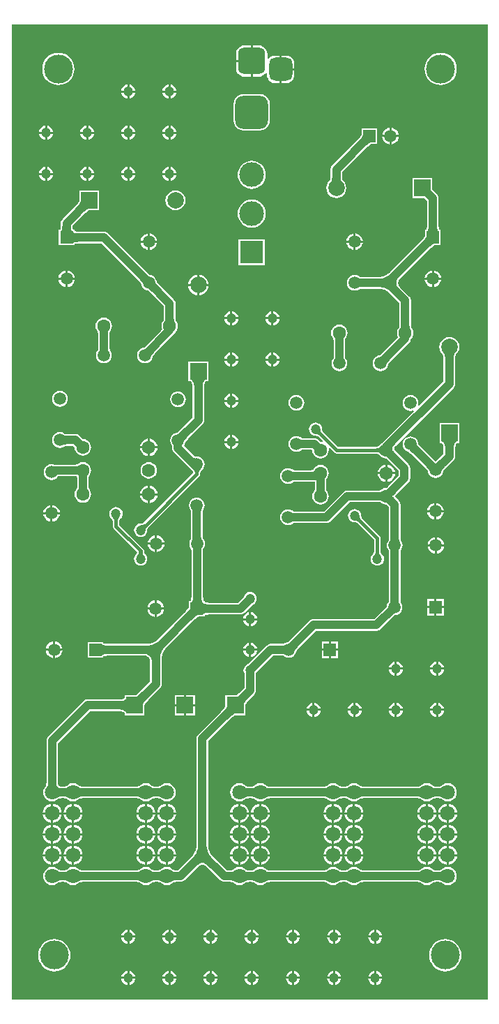
<source format=gbl>
G04 Layer_Physical_Order=2*
G04 Layer_Color=16711680*
%FSLAX25Y25*%
%MOIN*%
G70*
G01*
G75*
%ADD13C,0.03937*%
%ADD14C,0.01575*%
G04:AMPARAMS|DCode=15|XSize=157.48mil|YSize=157.48mil|CornerRadius=39.37mil|HoleSize=0mil|Usage=FLASHONLY|Rotation=0.000|XOffset=0mil|YOffset=0mil|HoleType=Round|Shape=RoundedRectangle|*
%AMROUNDEDRECTD15*
21,1,0.15748,0.07874,0,0,0.0*
21,1,0.07874,0.15748,0,0,0.0*
1,1,0.07874,0.03937,-0.03937*
1,1,0.07874,-0.03937,-0.03937*
1,1,0.07874,-0.03937,0.03937*
1,1,0.07874,0.03937,0.03937*
%
%ADD15ROUNDEDRECTD15*%
G04:AMPARAMS|DCode=16|XSize=129.92mil|YSize=129.92mil|CornerRadius=32.48mil|HoleSize=0mil|Usage=FLASHONLY|Rotation=0.000|XOffset=0mil|YOffset=0mil|HoleType=Round|Shape=RoundedRectangle|*
%AMROUNDEDRECTD16*
21,1,0.12992,0.06496,0,0,0.0*
21,1,0.06496,0.12992,0,0,0.0*
1,1,0.06496,0.03248,-0.03248*
1,1,0.06496,-0.03248,-0.03248*
1,1,0.06496,-0.03248,0.03248*
1,1,0.06496,0.03248,0.03248*
%
%ADD16ROUNDEDRECTD16*%
G04:AMPARAMS|DCode=17|XSize=110.24mil|YSize=110.24mil|CornerRadius=27.56mil|HoleSize=0mil|Usage=FLASHONLY|Rotation=0.000|XOffset=0mil|YOffset=0mil|HoleType=Round|Shape=RoundedRectangle|*
%AMROUNDEDRECTD17*
21,1,0.11024,0.05512,0,0,0.0*
21,1,0.05512,0.11024,0,0,0.0*
1,1,0.05512,0.02756,-0.02756*
1,1,0.05512,-0.02756,-0.02756*
1,1,0.05512,-0.02756,0.02756*
1,1,0.05512,0.02756,0.02756*
%
%ADD17ROUNDEDRECTD17*%
%ADD18C,0.07087*%
%ADD19C,0.05906*%
%ADD20R,0.07874X0.07874*%
%ADD21C,0.07874*%
%ADD22R,0.05906X0.05906*%
%ADD23R,0.05906X0.05906*%
%ADD24C,0.11811*%
%ADD25R,0.11024X0.11024*%
%ADD26C,0.06299*%
%ADD27R,0.07874X0.07874*%
%ADD28C,0.04724*%
%ADD29C,0.13780*%
G36*
X437571Y304555D02*
X210066D01*
Y770249D01*
X437571D01*
Y304555D01*
D02*
G37*
%LPC*%
G36*
X318398Y393043D02*
X314381D01*
X314471Y392357D01*
X314929Y391252D01*
X315657Y390303D01*
X316606Y389575D01*
X317712Y389117D01*
X318398Y389027D01*
Y393043D01*
D02*
G37*
G36*
X288631D02*
X284614D01*
Y389027D01*
X285300Y389117D01*
X286405Y389575D01*
X287354Y390303D01*
X288083Y391252D01*
X288541Y392357D01*
X288631Y393043D01*
D02*
G37*
G36*
X283614D02*
X279597D01*
X279688Y392357D01*
X280146Y391252D01*
X280874Y390303D01*
X281823Y389575D01*
X282928Y389117D01*
X283614Y389027D01*
Y393043D01*
D02*
G37*
G36*
X333414D02*
X329398D01*
Y389027D01*
X330084Y389117D01*
X331189Y389575D01*
X332138Y390303D01*
X332866Y391252D01*
X333324Y392357D01*
X333414Y393043D01*
D02*
G37*
G36*
X328398D02*
X324381D01*
X324471Y392357D01*
X324929Y391252D01*
X325657Y390303D01*
X326606Y389575D01*
X327712Y389117D01*
X328398Y389027D01*
Y393043D01*
D02*
G37*
G36*
X323414D02*
X319398D01*
Y389027D01*
X320084Y389117D01*
X321189Y389575D01*
X322138Y390303D01*
X322866Y391252D01*
X323324Y392357D01*
X323414Y393043D01*
D02*
G37*
G36*
X278631D02*
X274614D01*
Y389027D01*
X275300Y389117D01*
X276405Y389575D01*
X277355Y390303D01*
X278083Y391252D01*
X278540Y392357D01*
X278631Y393043D01*
D02*
G37*
G36*
X233847D02*
X229831D01*
Y389027D01*
X230517Y389117D01*
X231622Y389575D01*
X232571Y390303D01*
X233299Y391252D01*
X233757Y392357D01*
X233847Y393043D01*
D02*
G37*
G36*
X228831D02*
X224814D01*
X224904Y392357D01*
X225362Y391252D01*
X226090Y390303D01*
X227040Y389575D01*
X228145Y389117D01*
X228831Y389027D01*
Y393043D01*
D02*
G37*
G36*
X418964Y388060D02*
Y384043D01*
X422981D01*
X422891Y384729D01*
X422433Y385835D01*
X421705Y386784D01*
X420756Y387512D01*
X419651Y387970D01*
X418964Y388060D01*
D02*
G37*
G36*
X273614Y393043D02*
X269598D01*
X269688Y392357D01*
X270146Y391252D01*
X270874Y390303D01*
X271823Y389575D01*
X272928Y389117D01*
X273614Y389027D01*
Y393043D01*
D02*
G37*
G36*
X243847D02*
X239831D01*
Y389027D01*
X240517Y389117D01*
X241622Y389575D01*
X242571Y390303D01*
X243299Y391252D01*
X243757Y392357D01*
X243847Y393043D01*
D02*
G37*
G36*
X238831D02*
X234814D01*
X234904Y392357D01*
X235362Y391252D01*
X236090Y390303D01*
X237039Y389575D01*
X238145Y389117D01*
X238831Y389027D01*
Y393043D01*
D02*
G37*
G36*
X363181D02*
X359164D01*
X359255Y392357D01*
X359713Y391252D01*
X360441Y390303D01*
X361390Y389575D01*
X362495Y389117D01*
X363181Y389027D01*
Y393043D01*
D02*
G37*
G36*
X238831Y398060D02*
X238145Y397970D01*
X237039Y397512D01*
X236090Y396784D01*
X235362Y395835D01*
X234904Y394729D01*
X234814Y394043D01*
X238831D01*
Y398060D01*
D02*
G37*
G36*
X229831D02*
Y394043D01*
X233847D01*
X233757Y394729D01*
X233299Y395835D01*
X232571Y396784D01*
X231622Y397512D01*
X230517Y397970D01*
X229831Y398060D01*
D02*
G37*
G36*
X228831D02*
X228145Y397970D01*
X227040Y397512D01*
X226090Y396784D01*
X225362Y395835D01*
X224904Y394729D01*
X224814Y394043D01*
X228831D01*
Y398060D01*
D02*
G37*
G36*
X274614D02*
Y394043D01*
X278631D01*
X278540Y394729D01*
X278083Y395835D01*
X277355Y396784D01*
X276405Y397512D01*
X275300Y397970D01*
X274614Y398060D01*
D02*
G37*
G36*
X273614D02*
X272928Y397970D01*
X271823Y397512D01*
X270874Y396784D01*
X270146Y395835D01*
X269688Y394729D01*
X269598Y394043D01*
X273614D01*
Y398060D01*
D02*
G37*
G36*
X239831D02*
Y394043D01*
X243847D01*
X243757Y394729D01*
X243299Y395835D01*
X242571Y396784D01*
X241622Y397512D01*
X240517Y397970D01*
X239831Y398060D01*
D02*
G37*
G36*
X422981Y393043D02*
X418964D01*
Y389027D01*
X419651Y389117D01*
X420756Y389575D01*
X421705Y390303D01*
X422433Y391252D01*
X422891Y392357D01*
X422981Y393043D01*
D02*
G37*
G36*
X378198D02*
X374181D01*
Y389027D01*
X374867Y389117D01*
X375972Y389575D01*
X376921Y390303D01*
X377650Y391252D01*
X378108Y392357D01*
X378198Y393043D01*
D02*
G37*
G36*
X373181D02*
X369164D01*
X369255Y392357D01*
X369712Y391252D01*
X370441Y390303D01*
X371390Y389575D01*
X372495Y389117D01*
X373181Y389027D01*
Y393043D01*
D02*
G37*
G36*
X368198D02*
X364181D01*
Y389027D01*
X364867Y389117D01*
X365972Y389575D01*
X366921Y390303D01*
X367650Y391252D01*
X368108Y392357D01*
X368198Y393043D01*
D02*
G37*
G36*
X417965D02*
X413948D01*
X414038Y392357D01*
X414496Y391252D01*
X415224Y390303D01*
X416173Y389575D01*
X417278Y389117D01*
X417965Y389027D01*
Y393043D01*
D02*
G37*
G36*
X412981D02*
X408965D01*
Y389027D01*
X409651Y389117D01*
X410756Y389575D01*
X411705Y390303D01*
X412433Y391252D01*
X412891Y392357D01*
X412981Y393043D01*
D02*
G37*
G36*
X407965D02*
X403948D01*
X404038Y392357D01*
X404496Y391252D01*
X405224Y390303D01*
X406173Y389575D01*
X407278Y389117D01*
X407965Y389027D01*
Y393043D01*
D02*
G37*
G36*
X229831Y388060D02*
Y384043D01*
X233847D01*
X233757Y384729D01*
X233299Y385835D01*
X232571Y386784D01*
X231622Y387512D01*
X230517Y387970D01*
X229831Y388060D01*
D02*
G37*
G36*
X228831D02*
X228145Y387970D01*
X227040Y387512D01*
X226090Y386784D01*
X225362Y385835D01*
X224904Y384729D01*
X224814Y384043D01*
X228831D01*
Y388060D01*
D02*
G37*
G36*
X422981Y383043D02*
X418964D01*
Y379027D01*
X419651Y379117D01*
X420756Y379575D01*
X421705Y380303D01*
X422433Y381252D01*
X422891Y382357D01*
X422981Y383043D01*
D02*
G37*
G36*
X273614Y388060D02*
X272928Y387970D01*
X271823Y387512D01*
X270874Y386784D01*
X270146Y385835D01*
X269688Y384729D01*
X269598Y384043D01*
X273614D01*
Y388060D01*
D02*
G37*
G36*
X239831D02*
Y384043D01*
X243847D01*
X243757Y384729D01*
X243299Y385835D01*
X242571Y386784D01*
X241622Y387512D01*
X240517Y387970D01*
X239831Y388060D01*
D02*
G37*
G36*
X238831D02*
X238145Y387970D01*
X237039Y387512D01*
X236090Y386784D01*
X235362Y385835D01*
X234904Y384729D01*
X234814Y384043D01*
X238831D01*
Y388060D01*
D02*
G37*
G36*
X417965Y383043D02*
X413948D01*
X414038Y382357D01*
X414496Y381252D01*
X415224Y380303D01*
X416173Y379575D01*
X417278Y379117D01*
X417965Y379027D01*
Y383043D01*
D02*
G37*
G36*
X373181D02*
X369164D01*
X369255Y382357D01*
X369712Y381252D01*
X370441Y380303D01*
X371390Y379575D01*
X372495Y379117D01*
X373181Y379027D01*
Y383043D01*
D02*
G37*
G36*
X368198D02*
X364181D01*
Y379027D01*
X364867Y379117D01*
X365972Y379575D01*
X366921Y380303D01*
X367650Y381252D01*
X368108Y382357D01*
X368198Y383043D01*
D02*
G37*
G36*
X363181D02*
X359164D01*
X359255Y382357D01*
X359713Y381252D01*
X360441Y380303D01*
X361390Y379575D01*
X362495Y379117D01*
X363181Y379027D01*
Y383043D01*
D02*
G37*
G36*
X412981D02*
X408965D01*
Y379027D01*
X409651Y379117D01*
X410756Y379575D01*
X411705Y380303D01*
X412433Y381252D01*
X412891Y382357D01*
X412981Y383043D01*
D02*
G37*
G36*
X407965D02*
X403948D01*
X404038Y382357D01*
X404496Y381252D01*
X405224Y380303D01*
X406173Y379575D01*
X407278Y379117D01*
X407965Y379027D01*
Y383043D01*
D02*
G37*
G36*
X378198D02*
X374181D01*
Y379027D01*
X374867Y379117D01*
X375972Y379575D01*
X376921Y380303D01*
X377650Y381252D01*
X378108Y382357D01*
X378198Y383043D01*
D02*
G37*
G36*
X274614Y388060D02*
Y384043D01*
X278631D01*
X278540Y384729D01*
X278083Y385835D01*
X277355Y386784D01*
X276405Y387512D01*
X275300Y387970D01*
X274614Y388060D01*
D02*
G37*
G36*
X374181D02*
Y384043D01*
X378198D01*
X378108Y384729D01*
X377650Y385835D01*
X376921Y386784D01*
X375972Y387512D01*
X374867Y387970D01*
X374181Y388060D01*
D02*
G37*
G36*
X373181D02*
X372495Y387970D01*
X371390Y387512D01*
X370441Y386784D01*
X369712Y385835D01*
X369255Y384729D01*
X369164Y384043D01*
X373181D01*
Y388060D01*
D02*
G37*
G36*
X364181D02*
Y384043D01*
X368198D01*
X368108Y384729D01*
X367650Y385835D01*
X366921Y386784D01*
X365972Y387512D01*
X364867Y387970D01*
X364181Y388060D01*
D02*
G37*
G36*
X417965D02*
X417278Y387970D01*
X416173Y387512D01*
X415224Y386784D01*
X414496Y385835D01*
X414038Y384729D01*
X413948Y384043D01*
X417965D01*
Y388060D01*
D02*
G37*
G36*
X408965D02*
Y384043D01*
X412981D01*
X412891Y384729D01*
X412433Y385835D01*
X411705Y386784D01*
X410756Y387512D01*
X409651Y387970D01*
X408965Y388060D01*
D02*
G37*
G36*
X407965D02*
X407278Y387970D01*
X406173Y387512D01*
X405224Y386784D01*
X404496Y385835D01*
X404038Y384729D01*
X403948Y384043D01*
X407965D01*
Y388060D01*
D02*
G37*
G36*
X363181D02*
X362495Y387970D01*
X361390Y387512D01*
X360441Y386784D01*
X359713Y385835D01*
X359255Y384729D01*
X359164Y384043D01*
X363181D01*
Y388060D01*
D02*
G37*
G36*
X318398D02*
X317712Y387970D01*
X316606Y387512D01*
X315657Y386784D01*
X314929Y385835D01*
X314471Y384729D01*
X314381Y384043D01*
X318398D01*
Y388060D01*
D02*
G37*
G36*
X284614D02*
Y384043D01*
X288631D01*
X288541Y384729D01*
X288083Y385835D01*
X287354Y386784D01*
X286405Y387512D01*
X285300Y387970D01*
X284614Y388060D01*
D02*
G37*
G36*
X283614D02*
X282928Y387970D01*
X281823Y387512D01*
X280874Y386784D01*
X280146Y385835D01*
X279688Y384729D01*
X279597Y384043D01*
X283614D01*
Y388060D01*
D02*
G37*
G36*
X329398D02*
Y384043D01*
X333414D01*
X333324Y384729D01*
X332866Y385835D01*
X332138Y386784D01*
X331189Y387512D01*
X330084Y387970D01*
X329398Y388060D01*
D02*
G37*
G36*
X328398D02*
X327712Y387970D01*
X326606Y387512D01*
X325657Y386784D01*
X324929Y385835D01*
X324471Y384729D01*
X324381Y384043D01*
X328398D01*
Y388060D01*
D02*
G37*
G36*
X319398D02*
Y384043D01*
X323414D01*
X323324Y384729D01*
X322866Y385835D01*
X322138Y386784D01*
X321189Y387512D01*
X320084Y387970D01*
X319398Y388060D01*
D02*
G37*
G36*
X283614Y398060D02*
X282928Y397970D01*
X281823Y397512D01*
X280874Y396784D01*
X280146Y395835D01*
X279688Y394729D01*
X279597Y394043D01*
X283614D01*
Y398060D01*
D02*
G37*
G36*
X412886Y462098D02*
X410060D01*
X410110Y461721D01*
X410449Y460903D01*
X410988Y460201D01*
X411690Y459662D01*
X412508Y459323D01*
X412886Y459273D01*
Y462098D01*
D02*
G37*
G36*
X397026D02*
X394201D01*
Y459273D01*
X394579Y459323D01*
X395396Y459662D01*
X396099Y460201D01*
X396638Y460903D01*
X396976Y461721D01*
X397026Y462098D01*
D02*
G37*
G36*
X393201D02*
X390375D01*
X390425Y461721D01*
X390764Y460903D01*
X391303Y460201D01*
X392005Y459662D01*
X392823Y459323D01*
X393201Y459273D01*
Y462098D01*
D02*
G37*
G36*
X394201Y465924D02*
Y463098D01*
X397026D01*
X396976Y463476D01*
X396638Y464294D01*
X396099Y464996D01*
X395396Y465535D01*
X394579Y465874D01*
X394201Y465924D01*
D02*
G37*
G36*
X393201D02*
X392823Y465874D01*
X392005Y465535D01*
X391303Y464996D01*
X390764Y464294D01*
X390425Y463476D01*
X390375Y463098D01*
X393201D01*
Y465924D01*
D02*
G37*
G36*
X416711Y462098D02*
X413886D01*
Y459273D01*
X414263Y459323D01*
X415081Y459662D01*
X415784Y460201D01*
X416323Y460903D01*
X416662Y461721D01*
X416711Y462098D01*
D02*
G37*
G36*
X297752Y450016D02*
X293315D01*
Y445579D01*
X297752D01*
Y450016D01*
D02*
G37*
G36*
X394201Y446239D02*
Y443413D01*
X397026D01*
X396976Y443791D01*
X396638Y444609D01*
X396099Y445311D01*
X395396Y445850D01*
X394579Y446189D01*
X394201Y446239D01*
D02*
G37*
G36*
X393201D02*
X392823Y446189D01*
X392005Y445850D01*
X391303Y445311D01*
X390764Y444609D01*
X390425Y443791D01*
X390375Y443413D01*
X393201D01*
Y446239D01*
D02*
G37*
G36*
X374516D02*
Y443413D01*
X377341D01*
X377291Y443791D01*
X376953Y444609D01*
X376414Y445311D01*
X375711Y445850D01*
X374893Y446189D01*
X374516Y446239D01*
D02*
G37*
G36*
X292315Y450016D02*
X287878D01*
Y445579D01*
X292315D01*
Y450016D01*
D02*
G37*
G36*
X413886Y446239D02*
Y443413D01*
X416711D01*
X416662Y443791D01*
X416323Y444609D01*
X415784Y445311D01*
X415081Y445850D01*
X414263Y446189D01*
X413886Y446239D01*
D02*
G37*
G36*
X412886D02*
X412508Y446189D01*
X411690Y445850D01*
X410988Y445311D01*
X410449Y444609D01*
X410110Y443791D01*
X410060Y443413D01*
X412886D01*
Y446239D01*
D02*
G37*
G36*
Y465924D02*
X412508Y465874D01*
X411690Y465535D01*
X410988Y464996D01*
X410449Y464294D01*
X410110Y463476D01*
X410060Y463098D01*
X412886D01*
Y465924D01*
D02*
G37*
G36*
X323516Y474979D02*
X323138Y474929D01*
X322320Y474590D01*
X321618Y474051D01*
X321079Y473349D01*
X320740Y472531D01*
X320690Y472154D01*
X323516D01*
Y474979D01*
D02*
G37*
G36*
X230815Y475574D02*
Y472154D01*
X234236D01*
X234166Y472685D01*
X233768Y473647D01*
X233134Y474473D01*
X232308Y475106D01*
X231347Y475504D01*
X230815Y475574D01*
D02*
G37*
G36*
X229815D02*
X229283Y475504D01*
X228322Y475106D01*
X227496Y474473D01*
X226862Y473647D01*
X226464Y472685D01*
X226394Y472154D01*
X229815D01*
Y475574D01*
D02*
G37*
G36*
X366158Y475606D02*
X362705D01*
Y472154D01*
X366158D01*
Y475606D01*
D02*
G37*
G36*
X361705D02*
X358252D01*
Y472154D01*
X361705D01*
Y475606D01*
D02*
G37*
G36*
X324516Y474979D02*
Y472154D01*
X327341D01*
X327291Y472531D01*
X326953Y473349D01*
X326414Y474051D01*
X325711Y474590D01*
X324893Y474929D01*
X324516Y474979D01*
D02*
G37*
G36*
X327341Y471153D02*
X324516D01*
Y468328D01*
X324893Y468378D01*
X325711Y468717D01*
X326414Y469255D01*
X326953Y469958D01*
X327291Y470776D01*
X327341Y471153D01*
D02*
G37*
G36*
X366158D02*
X362705D01*
Y467701D01*
X366158D01*
Y471153D01*
D02*
G37*
G36*
X361705D02*
X358252D01*
Y467701D01*
X361705D01*
Y471153D01*
D02*
G37*
G36*
X413886Y465924D02*
Y463098D01*
X416711D01*
X416662Y463476D01*
X416323Y464294D01*
X415784Y464996D01*
X415081Y465535D01*
X414263Y465874D01*
X413886Y465924D01*
D02*
G37*
G36*
X323516Y471153D02*
X320690D01*
X320740Y470776D01*
X321079Y469958D01*
X321618Y469255D01*
X322320Y468717D01*
X323138Y468378D01*
X323516Y468328D01*
Y471153D01*
D02*
G37*
G36*
X234236D02*
X230815D01*
Y467732D01*
X231347Y467802D01*
X232308Y468201D01*
X233134Y468834D01*
X233768Y469660D01*
X234166Y470622D01*
X234236Y471153D01*
D02*
G37*
G36*
X229815D02*
X226394D01*
X226464Y470622D01*
X226862Y469660D01*
X227496Y468834D01*
X228322Y468201D01*
X229283Y467802D01*
X229815Y467732D01*
Y471153D01*
D02*
G37*
G36*
X407965Y398060D02*
X407278Y397970D01*
X406173Y397512D01*
X405224Y396784D01*
X404496Y395835D01*
X404038Y394729D01*
X403948Y394043D01*
X407965D01*
Y398060D01*
D02*
G37*
G36*
X374181D02*
Y394043D01*
X378198D01*
X378108Y394729D01*
X377650Y395835D01*
X376921Y396784D01*
X375972Y397512D01*
X374867Y397970D01*
X374181Y398060D01*
D02*
G37*
G36*
X373181D02*
X372495Y397970D01*
X371390Y397512D01*
X370441Y396784D01*
X369712Y395835D01*
X369255Y394729D01*
X369164Y394043D01*
X373181D01*
Y398060D01*
D02*
G37*
G36*
X418964D02*
Y394043D01*
X422981D01*
X422891Y394729D01*
X422433Y395835D01*
X421705Y396784D01*
X420756Y397512D01*
X419651Y397970D01*
X418964Y398060D01*
D02*
G37*
G36*
X417965D02*
X417278Y397970D01*
X416173Y397512D01*
X415224Y396784D01*
X414496Y395835D01*
X414038Y394729D01*
X413948Y394043D01*
X417965D01*
Y398060D01*
D02*
G37*
G36*
X408965D02*
Y394043D01*
X412981D01*
X412891Y394729D01*
X412433Y395835D01*
X411705Y396784D01*
X410756Y397512D01*
X409651Y397970D01*
X408965Y398060D01*
D02*
G37*
G36*
X364181D02*
Y394043D01*
X368198D01*
X368108Y394729D01*
X367650Y395835D01*
X366921Y396784D01*
X365972Y397512D01*
X364867Y397970D01*
X364181Y398060D01*
D02*
G37*
G36*
X319398D02*
Y394043D01*
X323414D01*
X323324Y394729D01*
X322866Y395835D01*
X322138Y396784D01*
X321189Y397512D01*
X320084Y397970D01*
X319398Y398060D01*
D02*
G37*
G36*
X318398D02*
X317712Y397970D01*
X316606Y397512D01*
X315657Y396784D01*
X314929Y395835D01*
X314471Y394729D01*
X314381Y394043D01*
X318398D01*
Y398060D01*
D02*
G37*
G36*
X284614D02*
Y394043D01*
X288631D01*
X288541Y394729D01*
X288083Y395835D01*
X287354Y396784D01*
X286405Y397512D01*
X285300Y397970D01*
X284614Y398060D01*
D02*
G37*
G36*
X363181D02*
X362495Y397970D01*
X361390Y397512D01*
X360441Y396784D01*
X359713Y395835D01*
X359255Y394729D01*
X359164Y394043D01*
X363181D01*
Y398060D01*
D02*
G37*
G36*
X329398D02*
Y394043D01*
X333414D01*
X333324Y394729D01*
X332866Y395835D01*
X332138Y396784D01*
X331189Y397512D01*
X330084Y397970D01*
X329398Y398060D01*
D02*
G37*
G36*
X328398D02*
X327712Y397970D01*
X326606Y397512D01*
X325657Y396784D01*
X324929Y395835D01*
X324471Y394729D01*
X324381Y394043D01*
X328398D01*
Y398060D01*
D02*
G37*
G36*
X418465Y407911D02*
X417334Y407763D01*
X416281Y407326D01*
X415376Y406632D01*
X415327Y406568D01*
X415306Y406556D01*
X415212Y406515D01*
X415072Y406470D01*
X414888Y406427D01*
X414679Y406391D01*
X413796Y406323D01*
X413085D01*
X412838Y406333D01*
X412257Y406390D01*
X412041Y406427D01*
X411857Y406470D01*
X411717Y406515D01*
X411623Y406556D01*
X411602Y406568D01*
X411553Y406632D01*
X410649Y407326D01*
X409595Y407763D01*
X408465Y407911D01*
X407334Y407763D01*
X406281Y407326D01*
X405376Y406632D01*
X405327Y406568D01*
X405306Y406556D01*
X405212Y406515D01*
X405072Y406470D01*
X404888Y406427D01*
X404679Y406391D01*
X403796Y406323D01*
X378302D01*
X378055Y406333D01*
X377474Y406390D01*
X377258Y406427D01*
X377074Y406470D01*
X376934Y406515D01*
X376840Y406556D01*
X376819Y406568D01*
X376770Y406632D01*
X375865Y407326D01*
X374812Y407763D01*
X373681Y407911D01*
X372551Y407763D01*
X371497Y407326D01*
X370592Y406632D01*
X370544Y406568D01*
X370522Y406556D01*
X370429Y406515D01*
X370288Y406470D01*
X370105Y406427D01*
X369896Y406391D01*
X369012Y406323D01*
X368302D01*
X368055Y406333D01*
X367474Y406390D01*
X367258Y406427D01*
X367074Y406470D01*
X366934Y406515D01*
X366840Y406556D01*
X366819Y406568D01*
X366770Y406632D01*
X365865Y407326D01*
X364812Y407763D01*
X363681Y407911D01*
X362551Y407763D01*
X361497Y407326D01*
X360592Y406632D01*
X360543Y406568D01*
X360523Y406556D01*
X360429Y406515D01*
X360289Y406470D01*
X360104Y406427D01*
X359896Y406391D01*
X359012Y406323D01*
X333518D01*
X333271Y406333D01*
X332691Y406390D01*
X332474Y406427D01*
X332290Y406470D01*
X332150Y406515D01*
X332056Y406556D01*
X332035Y406568D01*
X331986Y406632D01*
X331082Y407326D01*
X330028Y407763D01*
X328898Y407911D01*
X327767Y407763D01*
X326714Y407326D01*
X325809Y406632D01*
X325760Y406568D01*
X325739Y406556D01*
X325645Y406515D01*
X325505Y406470D01*
X325321Y406427D01*
X325113Y406391D01*
X324229Y406323D01*
X323518D01*
X323271Y406333D01*
X322691Y406390D01*
X322474Y406427D01*
X322290Y406470D01*
X322150Y406515D01*
X322056Y406556D01*
X322035Y406568D01*
X321986Y406632D01*
X321082Y407326D01*
X320028Y407763D01*
X318898Y407911D01*
X317767Y407763D01*
X316714Y407326D01*
X315809Y406632D01*
X315115Y405727D01*
X314678Y404674D01*
X314530Y403543D01*
X314678Y402413D01*
X315115Y401359D01*
X315809Y400455D01*
X316714Y399761D01*
X317767Y399324D01*
X318898Y399175D01*
X320028Y399324D01*
X321082Y399761D01*
X321986Y400455D01*
X322035Y400518D01*
X322056Y400531D01*
X322150Y400571D01*
X322290Y400616D01*
X322474Y400660D01*
X322683Y400695D01*
X323566Y400764D01*
X324277D01*
X324524Y400753D01*
X325105Y400697D01*
X325321Y400660D01*
X325505Y400616D01*
X325645Y400571D01*
X325739Y400531D01*
X325760Y400518D01*
X325809Y400455D01*
X326714Y399761D01*
X327767Y399324D01*
X328898Y399175D01*
X330028Y399324D01*
X331082Y399761D01*
X331986Y400455D01*
X332035Y400518D01*
X332056Y400531D01*
X332150Y400571D01*
X332290Y400616D01*
X332474Y400660D01*
X332683Y400695D01*
X333566Y400764D01*
X359061D01*
X359308Y400753D01*
X359888Y400697D01*
X360105Y400660D01*
X360289Y400616D01*
X360429Y400571D01*
X360523Y400531D01*
X360543Y400518D01*
X360592Y400455D01*
X361497Y399761D01*
X362551Y399324D01*
X363681Y399175D01*
X364812Y399324D01*
X365865Y399761D01*
X366770Y400455D01*
X366819Y400518D01*
X366840Y400531D01*
X366934Y400571D01*
X367074Y400616D01*
X367258Y400660D01*
X367466Y400695D01*
X368350Y400764D01*
X369061D01*
X369307Y400753D01*
X369888Y400697D01*
X370105Y400660D01*
X370288Y400616D01*
X370429Y400571D01*
X370522Y400531D01*
X370544Y400518D01*
X370592Y400455D01*
X371497Y399761D01*
X372551Y399324D01*
X373681Y399175D01*
X374812Y399324D01*
X375865Y399761D01*
X376770Y400455D01*
X376819Y400518D01*
X376840Y400531D01*
X376934Y400571D01*
X377074Y400616D01*
X377258Y400660D01*
X377466Y400695D01*
X378350Y400764D01*
X403844D01*
X404091Y400753D01*
X404672Y400697D01*
X404888Y400660D01*
X405072Y400616D01*
X405212Y400571D01*
X405306Y400531D01*
X405327Y400518D01*
X405376Y400455D01*
X406281Y399761D01*
X407334Y399324D01*
X408465Y399175D01*
X409595Y399324D01*
X410649Y399761D01*
X411553Y400455D01*
X411602Y400518D01*
X411623Y400531D01*
X411717Y400571D01*
X411857Y400616D01*
X412041Y400660D01*
X412250Y400695D01*
X413133Y400764D01*
X413844D01*
X414091Y400753D01*
X414672Y400697D01*
X414888Y400660D01*
X415072Y400616D01*
X415212Y400571D01*
X415306Y400531D01*
X415327Y400518D01*
X415376Y400455D01*
X416281Y399761D01*
X417334Y399324D01*
X418465Y399175D01*
X419595Y399324D01*
X420649Y399761D01*
X421553Y400455D01*
X422247Y401359D01*
X422684Y402413D01*
X422833Y403543D01*
X422684Y404674D01*
X422247Y405727D01*
X421553Y406632D01*
X420649Y407326D01*
X419595Y407763D01*
X418465Y407911D01*
D02*
G37*
G36*
X297752Y444579D02*
X293315D01*
Y440142D01*
X297752D01*
Y444579D01*
D02*
G37*
G36*
X292315D02*
X287878D01*
Y440142D01*
X292315D01*
Y444579D01*
D02*
G37*
G36*
X416711Y442413D02*
X413886D01*
Y439588D01*
X414263Y439638D01*
X415081Y439977D01*
X415784Y440515D01*
X416323Y441218D01*
X416662Y442036D01*
X416711Y442413D01*
D02*
G37*
G36*
X373516Y446239D02*
X373138Y446189D01*
X372320Y445850D01*
X371618Y445311D01*
X371079Y444609D01*
X370740Y443791D01*
X370690Y443413D01*
X373516D01*
Y446239D01*
D02*
G37*
G36*
X354831D02*
Y443413D01*
X357656D01*
X357606Y443791D01*
X357268Y444609D01*
X356729Y445311D01*
X356026Y445850D01*
X355208Y446189D01*
X354831Y446239D01*
D02*
G37*
G36*
X353831D02*
X353453Y446189D01*
X352635Y445850D01*
X351933Y445311D01*
X351394Y444609D01*
X351055Y443791D01*
X351005Y443413D01*
X353831D01*
Y446239D01*
D02*
G37*
G36*
X412886Y442413D02*
X410060D01*
X410110Y442036D01*
X410449Y441218D01*
X410988Y440515D01*
X411690Y439977D01*
X412508Y439638D01*
X412886Y439588D01*
Y442413D01*
D02*
G37*
G36*
X373516D02*
X370690D01*
X370740Y442036D01*
X371079Y441218D01*
X371618Y440515D01*
X372320Y439977D01*
X373138Y439638D01*
X373516Y439588D01*
Y442413D01*
D02*
G37*
G36*
X357656D02*
X354831D01*
Y439588D01*
X355208Y439638D01*
X356026Y439977D01*
X356729Y440515D01*
X357268Y441218D01*
X357606Y442036D01*
X357656Y442413D01*
D02*
G37*
G36*
X353831D02*
X351005D01*
X351055Y442036D01*
X351394Y441218D01*
X351933Y440515D01*
X352635Y439977D01*
X353453Y439638D01*
X353831Y439588D01*
Y442413D01*
D02*
G37*
G36*
X397026D02*
X394201D01*
Y439588D01*
X394579Y439638D01*
X395396Y439977D01*
X396099Y440515D01*
X396638Y441218D01*
X396976Y442036D01*
X397026Y442413D01*
D02*
G37*
G36*
X393201D02*
X390375D01*
X390425Y442036D01*
X390764Y441218D01*
X391303Y440515D01*
X392005Y439977D01*
X392823Y439638D01*
X393201Y439588D01*
Y442413D01*
D02*
G37*
G36*
X377341D02*
X374516D01*
Y439588D01*
X374893Y439638D01*
X375711Y439977D01*
X376414Y440515D01*
X376953Y441218D01*
X377291Y442036D01*
X377341Y442413D01*
D02*
G37*
G36*
X333414Y383043D02*
X329398D01*
Y379027D01*
X330084Y379117D01*
X331189Y379575D01*
X332138Y380303D01*
X332866Y381252D01*
X333324Y382357D01*
X333414Y383043D01*
D02*
G37*
G36*
X324303Y334146D02*
X321478D01*
X321528Y333768D01*
X321866Y332950D01*
X322405Y332248D01*
X323108Y331709D01*
X323925Y331370D01*
X324303Y331320D01*
Y334146D01*
D02*
G37*
G36*
X308443D02*
X305618D01*
Y331320D01*
X305996Y331370D01*
X306814Y331709D01*
X307516Y332248D01*
X308055Y332950D01*
X308394Y333768D01*
X308443Y334146D01*
D02*
G37*
G36*
X304618D02*
X301793D01*
X301842Y333768D01*
X302181Y332950D01*
X302720Y332248D01*
X303422Y331709D01*
X304240Y331370D01*
X304618Y331320D01*
Y334146D01*
D02*
G37*
G36*
X347814D02*
X344988D01*
Y331320D01*
X345366Y331370D01*
X346184Y331709D01*
X346886Y332248D01*
X347425Y332950D01*
X347764Y333768D01*
X347814Y334146D01*
D02*
G37*
G36*
X343988D02*
X341163D01*
X341213Y333768D01*
X341551Y332950D01*
X342090Y332248D01*
X342793Y331709D01*
X343611Y331370D01*
X343988Y331320D01*
Y334146D01*
D02*
G37*
G36*
X328129D02*
X325303D01*
Y331320D01*
X325681Y331370D01*
X326499Y331709D01*
X327201Y332248D01*
X327740Y332950D01*
X328079Y333768D01*
X328129Y334146D01*
D02*
G37*
G36*
X288758D02*
X285933D01*
Y331320D01*
X286311Y331370D01*
X287129Y331709D01*
X287831Y332248D01*
X288370Y332950D01*
X288709Y333768D01*
X288758Y334146D01*
D02*
G37*
G36*
X417323Y333502D02*
X415818Y333353D01*
X414371Y332914D01*
X413037Y332202D01*
X411868Y331242D01*
X410909Y330073D01*
X410196Y328740D01*
X409757Y327292D01*
X409609Y325787D01*
X409757Y324282D01*
X410196Y322835D01*
X410909Y321502D01*
X411868Y320333D01*
X413037Y319373D01*
X414371Y318660D01*
X415818Y318221D01*
X417323Y318073D01*
X418828Y318221D01*
X420275Y318660D01*
X421609Y319373D01*
X422778Y320333D01*
X423737Y321502D01*
X424450Y322835D01*
X424889Y324282D01*
X425037Y325787D01*
X424889Y327292D01*
X424450Y328740D01*
X423737Y330073D01*
X422778Y331242D01*
X421609Y332202D01*
X420275Y332914D01*
X418828Y333353D01*
X417323Y333502D01*
D02*
G37*
G36*
X230315D02*
X228810Y333353D01*
X227363Y332914D01*
X226029Y332202D01*
X224860Y331242D01*
X223901Y330073D01*
X223188Y328740D01*
X222749Y327292D01*
X222601Y325787D01*
X222749Y324282D01*
X223188Y322835D01*
X223901Y321502D01*
X224860Y320333D01*
X226029Y319373D01*
X227363Y318660D01*
X228810Y318221D01*
X230315Y318073D01*
X231820Y318221D01*
X233267Y318660D01*
X234601Y319373D01*
X235770Y320333D01*
X236729Y321502D01*
X237442Y322835D01*
X237881Y324282D01*
X238029Y325787D01*
X237881Y327292D01*
X237442Y328740D01*
X236729Y330073D01*
X235770Y331242D01*
X234601Y332202D01*
X233267Y332914D01*
X231820Y333353D01*
X230315Y333502D01*
D02*
G37*
G36*
X384358Y318286D02*
Y315461D01*
X387184D01*
X387134Y315838D01*
X386795Y316656D01*
X386256Y317359D01*
X385554Y317898D01*
X384736Y318236D01*
X384358Y318286D01*
D02*
G37*
G36*
X284933Y334146D02*
X282108D01*
X282157Y333768D01*
X282496Y332950D01*
X283035Y332248D01*
X283737Y331709D01*
X284555Y331370D01*
X284933Y331320D01*
Y334146D01*
D02*
G37*
G36*
X269073D02*
X266248D01*
Y331320D01*
X266626Y331370D01*
X267444Y331709D01*
X268146Y332248D01*
X268685Y332950D01*
X269024Y333768D01*
X269073Y334146D01*
D02*
G37*
G36*
X265248D02*
X262423D01*
X262472Y333768D01*
X262811Y332950D01*
X263350Y332248D01*
X264052Y331709D01*
X264870Y331370D01*
X265248Y331320D01*
Y334146D01*
D02*
G37*
G36*
X363673D02*
X360848D01*
X360898Y333768D01*
X361236Y332950D01*
X361775Y332248D01*
X362478Y331709D01*
X363296Y331370D01*
X363673Y331320D01*
Y334146D01*
D02*
G37*
G36*
X324303Y337971D02*
X323925Y337921D01*
X323108Y337582D01*
X322405Y337044D01*
X321866Y336341D01*
X321528Y335523D01*
X321478Y335146D01*
X324303D01*
Y337971D01*
D02*
G37*
G36*
X305618D02*
Y335146D01*
X308443D01*
X308394Y335523D01*
X308055Y336341D01*
X307516Y337044D01*
X306814Y337582D01*
X305996Y337921D01*
X305618Y337971D01*
D02*
G37*
G36*
X304618D02*
X304240Y337921D01*
X303422Y337582D01*
X302720Y337044D01*
X302181Y336341D01*
X301842Y335523D01*
X301793Y335146D01*
X304618D01*
Y337971D01*
D02*
G37*
G36*
X344988D02*
Y335146D01*
X347814D01*
X347764Y335523D01*
X347425Y336341D01*
X346886Y337044D01*
X346184Y337582D01*
X345366Y337921D01*
X344988Y337971D01*
D02*
G37*
G36*
X343988D02*
X343611Y337921D01*
X342793Y337582D01*
X342090Y337044D01*
X341551Y336341D01*
X341213Y335523D01*
X341163Y335146D01*
X343988D01*
Y337971D01*
D02*
G37*
G36*
X325303D02*
Y335146D01*
X328129D01*
X328079Y335523D01*
X327740Y336341D01*
X327201Y337044D01*
X326499Y337582D01*
X325681Y337921D01*
X325303Y337971D01*
D02*
G37*
G36*
X285933D02*
Y335146D01*
X288758D01*
X288709Y335523D01*
X288370Y336341D01*
X287831Y337044D01*
X287129Y337582D01*
X286311Y337921D01*
X285933Y337971D01*
D02*
G37*
G36*
X387184Y334146D02*
X384358D01*
Y331320D01*
X384736Y331370D01*
X385554Y331709D01*
X386256Y332248D01*
X386795Y332950D01*
X387134Y333768D01*
X387184Y334146D01*
D02*
G37*
G36*
X383358D02*
X380533D01*
X380583Y333768D01*
X380921Y332950D01*
X381460Y332248D01*
X382163Y331709D01*
X382981Y331370D01*
X383358Y331320D01*
Y334146D01*
D02*
G37*
G36*
X367499D02*
X364673D01*
Y331320D01*
X365051Y331370D01*
X365869Y331709D01*
X366571Y332248D01*
X367110Y332950D01*
X367449Y333768D01*
X367499Y334146D01*
D02*
G37*
G36*
X284933Y337971D02*
X284555Y337921D01*
X283737Y337582D01*
X283035Y337044D01*
X282496Y336341D01*
X282157Y335523D01*
X282108Y335146D01*
X284933D01*
Y337971D01*
D02*
G37*
G36*
X266248D02*
Y335146D01*
X269073D01*
X269024Y335523D01*
X268685Y336341D01*
X268146Y337044D01*
X267444Y337582D01*
X266626Y337921D01*
X266248Y337971D01*
D02*
G37*
G36*
X265248D02*
X264870Y337921D01*
X264052Y337582D01*
X263350Y337044D01*
X262811Y336341D01*
X262472Y335523D01*
X262423Y335146D01*
X265248D01*
Y337971D01*
D02*
G37*
G36*
X347814Y314461D02*
X344988D01*
Y311635D01*
X345366Y311685D01*
X346184Y312024D01*
X346886Y312563D01*
X347425Y313265D01*
X347764Y314083D01*
X347814Y314461D01*
D02*
G37*
G36*
X343988D02*
X341163D01*
X341213Y314083D01*
X341551Y313265D01*
X342090Y312563D01*
X342793Y312024D01*
X343611Y311685D01*
X343988Y311635D01*
Y314461D01*
D02*
G37*
G36*
X328129D02*
X325303D01*
Y311635D01*
X325681Y311685D01*
X326499Y312024D01*
X327201Y312563D01*
X327740Y313265D01*
X328079Y314083D01*
X328129Y314461D01*
D02*
G37*
G36*
X383358D02*
X380533D01*
X380583Y314083D01*
X380921Y313265D01*
X381460Y312563D01*
X382163Y312024D01*
X382981Y311685D01*
X383358Y311635D01*
Y314461D01*
D02*
G37*
G36*
X367499D02*
X364673D01*
Y311635D01*
X365051Y311685D01*
X365869Y312024D01*
X366571Y312563D01*
X367110Y313265D01*
X367449Y314083D01*
X367499Y314461D01*
D02*
G37*
G36*
X363673D02*
X360848D01*
X360898Y314083D01*
X361236Y313265D01*
X361775Y312563D01*
X362478Y312024D01*
X363296Y311685D01*
X363673Y311635D01*
Y314461D01*
D02*
G37*
G36*
X324303D02*
X321478D01*
X321528Y314083D01*
X321866Y313265D01*
X322405Y312563D01*
X323108Y312024D01*
X323925Y311685D01*
X324303Y311635D01*
Y314461D01*
D02*
G37*
G36*
X284933D02*
X282108D01*
X282157Y314083D01*
X282496Y313265D01*
X283035Y312563D01*
X283737Y312024D01*
X284555Y311685D01*
X284933Y311635D01*
Y314461D01*
D02*
G37*
G36*
X269073D02*
X266248D01*
Y311635D01*
X266626Y311685D01*
X267444Y312024D01*
X268146Y312563D01*
X268685Y313265D01*
X269024Y314083D01*
X269073Y314461D01*
D02*
G37*
G36*
X265248D02*
X262423D01*
X262472Y314083D01*
X262811Y313265D01*
X263350Y312563D01*
X264052Y312024D01*
X264870Y311685D01*
X265248Y311635D01*
Y314461D01*
D02*
G37*
G36*
X308443D02*
X305618D01*
Y311635D01*
X305996Y311685D01*
X306814Y312024D01*
X307516Y312563D01*
X308055Y313265D01*
X308394Y314083D01*
X308443Y314461D01*
D02*
G37*
G36*
X304618D02*
X301793D01*
X301842Y314083D01*
X302181Y313265D01*
X302720Y312563D01*
X303422Y312024D01*
X304240Y311685D01*
X304618Y311635D01*
Y314461D01*
D02*
G37*
G36*
X288758D02*
X285933D01*
Y311635D01*
X286311Y311685D01*
X287129Y312024D01*
X287831Y312563D01*
X288370Y313265D01*
X288709Y314083D01*
X288758Y314461D01*
D02*
G37*
G36*
X387184D02*
X384358D01*
Y311635D01*
X384736Y311685D01*
X385554Y312024D01*
X386256Y312563D01*
X386795Y313265D01*
X387134Y314083D01*
X387184Y314461D01*
D02*
G37*
G36*
X344988Y318286D02*
Y315461D01*
X347814D01*
X347764Y315838D01*
X347425Y316656D01*
X346886Y317359D01*
X346184Y317898D01*
X345366Y318236D01*
X344988Y318286D01*
D02*
G37*
G36*
X343988D02*
X343611Y318236D01*
X342793Y317898D01*
X342090Y317359D01*
X341551Y316656D01*
X341213Y315838D01*
X341163Y315461D01*
X343988D01*
Y318286D01*
D02*
G37*
G36*
X325303D02*
Y315461D01*
X328129D01*
X328079Y315838D01*
X327740Y316656D01*
X327201Y317359D01*
X326499Y317898D01*
X325681Y318236D01*
X325303Y318286D01*
D02*
G37*
G36*
X383358D02*
X382981Y318236D01*
X382163Y317898D01*
X381460Y317359D01*
X380921Y316656D01*
X380583Y315838D01*
X380533Y315461D01*
X383358D01*
Y318286D01*
D02*
G37*
G36*
X364673D02*
Y315461D01*
X367499D01*
X367449Y315838D01*
X367110Y316656D01*
X366571Y317359D01*
X365869Y317898D01*
X365051Y318236D01*
X364673Y318286D01*
D02*
G37*
G36*
X363673D02*
X363296Y318236D01*
X362478Y317898D01*
X361775Y317359D01*
X361236Y316656D01*
X360898Y315838D01*
X360848Y315461D01*
X363673D01*
Y318286D01*
D02*
G37*
G36*
X324303D02*
X323925Y318236D01*
X323108Y317898D01*
X322405Y317359D01*
X321866Y316656D01*
X321528Y315838D01*
X321478Y315461D01*
X324303D01*
Y318286D01*
D02*
G37*
G36*
X284933D02*
X284555Y318236D01*
X283737Y317898D01*
X283035Y317359D01*
X282496Y316656D01*
X282157Y315838D01*
X282108Y315461D01*
X284933D01*
Y318286D01*
D02*
G37*
G36*
X266248D02*
Y315461D01*
X269073D01*
X269024Y315838D01*
X268685Y316656D01*
X268146Y317359D01*
X267444Y317898D01*
X266626Y318236D01*
X266248Y318286D01*
D02*
G37*
G36*
X265248D02*
X264870Y318236D01*
X264052Y317898D01*
X263350Y317359D01*
X262811Y316656D01*
X262472Y315838D01*
X262423Y315461D01*
X265248D01*
Y318286D01*
D02*
G37*
G36*
X305618D02*
Y315461D01*
X308443D01*
X308394Y315838D01*
X308055Y316656D01*
X307516Y317359D01*
X306814Y317898D01*
X305996Y318236D01*
X305618Y318286D01*
D02*
G37*
G36*
X304618D02*
X304240Y318236D01*
X303422Y317898D01*
X302720Y317359D01*
X302181Y316656D01*
X301842Y315838D01*
X301793Y315461D01*
X304618D01*
Y318286D01*
D02*
G37*
G36*
X285933D02*
Y315461D01*
X288758D01*
X288709Y315838D01*
X288370Y316656D01*
X287831Y317359D01*
X287129Y317898D01*
X286311Y318236D01*
X285933Y318286D01*
D02*
G37*
G36*
X363673Y337971D02*
X363296Y337921D01*
X362478Y337582D01*
X361775Y337044D01*
X361236Y336341D01*
X360898Y335523D01*
X360848Y335146D01*
X363673D01*
Y337971D01*
D02*
G37*
G36*
X364181Y378060D02*
Y374043D01*
X368198D01*
X368108Y374729D01*
X367650Y375835D01*
X366921Y376784D01*
X365972Y377512D01*
X364867Y377970D01*
X364181Y378060D01*
D02*
G37*
G36*
X363181D02*
X362495Y377970D01*
X361390Y377512D01*
X360441Y376784D01*
X359713Y375835D01*
X359255Y374729D01*
X359164Y374043D01*
X363181D01*
Y378060D01*
D02*
G37*
G36*
X329398D02*
Y374043D01*
X333414D01*
X333324Y374729D01*
X332866Y375835D01*
X332138Y376784D01*
X331189Y377512D01*
X330084Y377970D01*
X329398Y378060D01*
D02*
G37*
G36*
X407965D02*
X407278Y377970D01*
X406173Y377512D01*
X405224Y376784D01*
X404496Y375835D01*
X404038Y374729D01*
X403948Y374043D01*
X407965D01*
Y378060D01*
D02*
G37*
G36*
X374181D02*
Y374043D01*
X378198D01*
X378108Y374729D01*
X377650Y375835D01*
X376921Y376784D01*
X375972Y377512D01*
X374867Y377970D01*
X374181Y378060D01*
D02*
G37*
G36*
X373181D02*
X372495Y377970D01*
X371390Y377512D01*
X370441Y376784D01*
X369712Y375835D01*
X369255Y374729D01*
X369164Y374043D01*
X373181D01*
Y378060D01*
D02*
G37*
G36*
X328398D02*
X327712Y377970D01*
X326606Y377512D01*
X325657Y376784D01*
X324929Y375835D01*
X324471Y374729D01*
X324381Y374043D01*
X328398D01*
Y378060D01*
D02*
G37*
G36*
X283614D02*
X282928Y377970D01*
X281823Y377512D01*
X280874Y376784D01*
X280146Y375835D01*
X279688Y374729D01*
X279597Y374043D01*
X283614D01*
Y378060D01*
D02*
G37*
G36*
X274614D02*
Y374043D01*
X278631D01*
X278540Y374729D01*
X278083Y375835D01*
X277355Y376784D01*
X276405Y377512D01*
X275300Y377970D01*
X274614Y378060D01*
D02*
G37*
G36*
X273614D02*
X272928Y377970D01*
X271823Y377512D01*
X270874Y376784D01*
X270146Y375835D01*
X269688Y374729D01*
X269598Y374043D01*
X273614D01*
Y378060D01*
D02*
G37*
G36*
X319398D02*
Y374043D01*
X323414D01*
X323324Y374729D01*
X322866Y375835D01*
X322138Y376784D01*
X321189Y377512D01*
X320084Y377970D01*
X319398Y378060D01*
D02*
G37*
G36*
X318398D02*
X317712Y377970D01*
X316606Y377512D01*
X315657Y376784D01*
X314929Y375835D01*
X314471Y374729D01*
X314381Y374043D01*
X318398D01*
Y378060D01*
D02*
G37*
G36*
X284614D02*
Y374043D01*
X288631D01*
X288541Y374729D01*
X288083Y375835D01*
X287354Y376784D01*
X286405Y377512D01*
X285300Y377970D01*
X284614Y378060D01*
D02*
G37*
G36*
X408965D02*
Y374043D01*
X412981D01*
X412891Y374729D01*
X412433Y375835D01*
X411705Y376784D01*
X410756Y377512D01*
X409651Y377970D01*
X408965Y378060D01*
D02*
G37*
G36*
X288631Y383043D02*
X284614D01*
Y379027D01*
X285300Y379117D01*
X286405Y379575D01*
X287354Y380303D01*
X288083Y381252D01*
X288541Y382357D01*
X288631Y383043D01*
D02*
G37*
G36*
X283614D02*
X279597D01*
X279688Y382357D01*
X280146Y381252D01*
X280874Y380303D01*
X281823Y379575D01*
X282928Y379117D01*
X283614Y379027D01*
Y383043D01*
D02*
G37*
G36*
X278631D02*
X274614D01*
Y379027D01*
X275300Y379117D01*
X276405Y379575D01*
X277355Y380303D01*
X278083Y381252D01*
X278540Y382357D01*
X278631Y383043D01*
D02*
G37*
G36*
X328398D02*
X324381D01*
X324471Y382357D01*
X324929Y381252D01*
X325657Y380303D01*
X326606Y379575D01*
X327712Y379117D01*
X328398Y379027D01*
Y383043D01*
D02*
G37*
G36*
X323414D02*
X319398D01*
Y379027D01*
X320084Y379117D01*
X321189Y379575D01*
X322138Y380303D01*
X322866Y381252D01*
X323324Y382357D01*
X323414Y383043D01*
D02*
G37*
G36*
X318398D02*
X314381D01*
X314471Y382357D01*
X314929Y381252D01*
X315657Y380303D01*
X316606Y379575D01*
X317712Y379117D01*
X318398Y379027D01*
Y383043D01*
D02*
G37*
G36*
X273614D02*
X269598D01*
X269688Y382357D01*
X270146Y381252D01*
X270874Y380303D01*
X271823Y379575D01*
X272928Y379117D01*
X273614Y379027D01*
Y383043D01*
D02*
G37*
G36*
X228831D02*
X224814D01*
X224904Y382357D01*
X225362Y381252D01*
X226090Y380303D01*
X227040Y379575D01*
X228145Y379117D01*
X228831Y379027D01*
Y383043D01*
D02*
G37*
G36*
X418964Y378060D02*
Y374043D01*
X422981D01*
X422891Y374729D01*
X422433Y375835D01*
X421705Y376784D01*
X420756Y377512D01*
X419651Y377970D01*
X418964Y378060D01*
D02*
G37*
G36*
X417965D02*
X417278Y377970D01*
X416173Y377512D01*
X415224Y376784D01*
X414496Y375835D01*
X414038Y374729D01*
X413948Y374043D01*
X417965D01*
Y378060D01*
D02*
G37*
G36*
X243847Y383043D02*
X239831D01*
Y379027D01*
X240517Y379117D01*
X241622Y379575D01*
X242571Y380303D01*
X243299Y381252D01*
X243757Y382357D01*
X243847Y383043D01*
D02*
G37*
G36*
X238831D02*
X234814D01*
X234904Y382357D01*
X235362Y381252D01*
X236090Y380303D01*
X237039Y379575D01*
X238145Y379117D01*
X238831Y379027D01*
Y383043D01*
D02*
G37*
G36*
X233847D02*
X229831D01*
Y379027D01*
X230517Y379117D01*
X231622Y379575D01*
X232571Y380303D01*
X233299Y381252D01*
X233757Y382357D01*
X233847Y383043D01*
D02*
G37*
G36*
X283614Y373043D02*
X279597D01*
X279688Y372357D01*
X280146Y371252D01*
X280874Y370303D01*
X281823Y369575D01*
X282928Y369117D01*
X283614Y369027D01*
Y373043D01*
D02*
G37*
G36*
X278631D02*
X274614D01*
Y369027D01*
X275300Y369117D01*
X276405Y369575D01*
X277355Y370303D01*
X278083Y371252D01*
X278540Y372357D01*
X278631Y373043D01*
D02*
G37*
G36*
X273614D02*
X269598D01*
X269688Y372357D01*
X270146Y371252D01*
X270874Y370303D01*
X271823Y369575D01*
X272928Y369117D01*
X273614Y369027D01*
Y373043D01*
D02*
G37*
G36*
X323414D02*
X319398D01*
Y369027D01*
X320084Y369117D01*
X321189Y369575D01*
X322138Y370303D01*
X322866Y371252D01*
X323324Y372357D01*
X323414Y373043D01*
D02*
G37*
G36*
X318398D02*
X314381D01*
X314471Y372357D01*
X314929Y371252D01*
X315657Y370303D01*
X316606Y369575D01*
X317712Y369117D01*
X318398Y369027D01*
Y373043D01*
D02*
G37*
G36*
X288631D02*
X284614D01*
Y369027D01*
X285300Y369117D01*
X286405Y369575D01*
X287354Y370303D01*
X288083Y371252D01*
X288541Y372357D01*
X288631Y373043D01*
D02*
G37*
G36*
X243847D02*
X239831D01*
Y369027D01*
X240517Y369117D01*
X241622Y369575D01*
X242571Y370303D01*
X243299Y371252D01*
X243757Y372357D01*
X243847Y373043D01*
D02*
G37*
G36*
X384358Y337971D02*
Y335146D01*
X387184D01*
X387134Y335523D01*
X386795Y336341D01*
X386256Y337044D01*
X385554Y337582D01*
X384736Y337921D01*
X384358Y337971D01*
D02*
G37*
G36*
X383358D02*
X382981Y337921D01*
X382163Y337582D01*
X381460Y337044D01*
X380921Y336341D01*
X380583Y335523D01*
X380533Y335146D01*
X383358D01*
Y337971D01*
D02*
G37*
G36*
X364673D02*
Y335146D01*
X367499D01*
X367449Y335523D01*
X367110Y336341D01*
X366571Y337044D01*
X365869Y337582D01*
X365051Y337921D01*
X364673Y337971D01*
D02*
G37*
G36*
X238831Y373043D02*
X234814D01*
X234904Y372357D01*
X235362Y371252D01*
X236090Y370303D01*
X237039Y369575D01*
X238145Y369117D01*
X238831Y369027D01*
Y373043D01*
D02*
G37*
G36*
X233847D02*
X229831D01*
Y369027D01*
X230517Y369117D01*
X231622Y369575D01*
X232571Y370303D01*
X233299Y371252D01*
X233757Y372357D01*
X233847Y373043D01*
D02*
G37*
G36*
X228831D02*
X224814D01*
X224904Y372357D01*
X225362Y371252D01*
X226090Y370303D01*
X227040Y369575D01*
X228145Y369117D01*
X228831Y369027D01*
Y373043D01*
D02*
G37*
G36*
X328398D02*
X324381D01*
X324471Y372357D01*
X324929Y371252D01*
X325657Y370303D01*
X326606Y369575D01*
X327712Y369117D01*
X328398Y369027D01*
Y373043D01*
D02*
G37*
G36*
X228831Y378060D02*
X228145Y377970D01*
X227040Y377512D01*
X226090Y376784D01*
X225362Y375835D01*
X224904Y374729D01*
X224814Y374043D01*
X228831D01*
Y378060D01*
D02*
G37*
G36*
X422981Y373043D02*
X418964D01*
Y369027D01*
X419651Y369117D01*
X420756Y369575D01*
X421705Y370303D01*
X422433Y371252D01*
X422891Y372357D01*
X422981Y373043D01*
D02*
G37*
G36*
X417965D02*
X413948D01*
X414038Y372357D01*
X414496Y371252D01*
X415224Y370303D01*
X416173Y369575D01*
X417278Y369117D01*
X417965Y369027D01*
Y373043D01*
D02*
G37*
G36*
X239831Y378060D02*
Y374043D01*
X243847D01*
X243757Y374729D01*
X243299Y375835D01*
X242571Y376784D01*
X241622Y377512D01*
X240517Y377970D01*
X239831Y378060D01*
D02*
G37*
G36*
X238831D02*
X238145Y377970D01*
X237039Y377512D01*
X236090Y376784D01*
X235362Y375835D01*
X234904Y374729D01*
X234814Y374043D01*
X238831D01*
Y378060D01*
D02*
G37*
G36*
X229831D02*
Y374043D01*
X233847D01*
X233757Y374729D01*
X233299Y375835D01*
X232571Y376784D01*
X231622Y377512D01*
X230517Y377970D01*
X229831Y378060D01*
D02*
G37*
G36*
X412981Y373043D02*
X408965D01*
Y369027D01*
X409651Y369117D01*
X410756Y369575D01*
X411705Y370303D01*
X412433Y371252D01*
X412891Y372357D01*
X412981Y373043D01*
D02*
G37*
G36*
X368198D02*
X364181D01*
Y369027D01*
X364867Y369117D01*
X365972Y369575D01*
X366921Y370303D01*
X367650Y371252D01*
X368108Y372357D01*
X368198Y373043D01*
D02*
G37*
G36*
X363181D02*
X359164D01*
X359255Y372357D01*
X359713Y371252D01*
X360441Y370303D01*
X361390Y369575D01*
X362495Y369117D01*
X363181Y369027D01*
Y373043D01*
D02*
G37*
G36*
X333414D02*
X329398D01*
Y369027D01*
X330084Y369117D01*
X331189Y369575D01*
X332138Y370303D01*
X332866Y371252D01*
X333324Y372357D01*
X333414Y373043D01*
D02*
G37*
G36*
X407965D02*
X403948D01*
X404038Y372357D01*
X404496Y371252D01*
X405224Y370303D01*
X406173Y369575D01*
X407278Y369117D01*
X407965Y369027D01*
Y373043D01*
D02*
G37*
G36*
X378198D02*
X374181D01*
Y369027D01*
X374867Y369117D01*
X375972Y369575D01*
X376921Y370303D01*
X377650Y371252D01*
X378108Y372357D01*
X378198Y373043D01*
D02*
G37*
G36*
X373181D02*
X369164D01*
X369255Y372357D01*
X369712Y371252D01*
X370441Y370303D01*
X371390Y369575D01*
X372495Y369117D01*
X373181Y369027D01*
Y373043D01*
D02*
G37*
G36*
X323516Y485720D02*
X320690D01*
X320740Y485343D01*
X321079Y484525D01*
X321618Y483822D01*
X322320Y483284D01*
X323138Y482945D01*
X323516Y482895D01*
Y485720D01*
D02*
G37*
G36*
X251850Y690945D02*
X242402D01*
Y687880D01*
X242398Y687863D01*
X242402Y687846D01*
Y685994D01*
X242188Y685620D01*
X241784Y685040D01*
X240601Y683641D01*
X240175Y683200D01*
X234255Y677280D01*
X233813Y676705D01*
X233536Y676034D01*
X233441Y675315D01*
Y674689D01*
X233440Y674610D01*
X233365Y673420D01*
X233305Y672973D01*
X233230Y672611D01*
X233151Y672353D01*
X233100Y672244D01*
X232480D01*
Y671462D01*
X232477Y671445D01*
X232480Y671427D01*
Y664764D01*
X239144D01*
X239161Y664760D01*
X239178Y664764D01*
X239961D01*
Y665380D01*
X240076Y665433D01*
X240341Y665513D01*
X240691Y665584D01*
X242388Y665723D01*
X242461Y665724D01*
X252786D01*
X271271Y647239D01*
X271731Y646757D01*
X271849Y646620D01*
X271947Y645874D01*
X272323Y644964D01*
X272923Y644183D01*
X273704Y643583D01*
X274614Y643207D01*
X275287Y643118D01*
X276337Y642173D01*
X282752Y635758D01*
Y630266D01*
X282740Y629706D01*
X282705Y629266D01*
X282685Y629116D01*
X282668Y629027D01*
X282092Y628277D01*
X281696Y627319D01*
X281560Y626291D01*
X281696Y625264D01*
X281974Y624592D01*
X281958Y624565D01*
X281871Y624443D01*
X281393Y623895D01*
X274109Y616611D01*
X273627Y616151D01*
X273490Y616033D01*
X272744Y615935D01*
X271834Y615558D01*
X271053Y614959D01*
X270454Y614178D01*
X270077Y613268D01*
X269948Y612291D01*
X270077Y611315D01*
X270454Y610405D01*
X271053Y609624D01*
X271834Y609024D01*
X272744Y608647D01*
X273721Y608519D01*
X274697Y608647D01*
X275607Y609024D01*
X276388Y609624D01*
X276988Y610405D01*
X277364Y611315D01*
X277453Y611987D01*
X278398Y613038D01*
X287497Y622137D01*
X287939Y622713D01*
X288216Y623383D01*
X288217Y623390D01*
X288339Y623483D01*
X288970Y624306D01*
X289367Y625264D01*
X289502Y626291D01*
X289367Y627319D01*
X288970Y628277D01*
X288395Y629027D01*
X288383Y629089D01*
X288311Y630215D01*
Y636909D01*
X288216Y637629D01*
X287939Y638299D01*
X287497Y638875D01*
X279910Y646461D01*
X279450Y646944D01*
X279333Y647081D01*
X279234Y647827D01*
X278858Y648736D01*
X278258Y649518D01*
X277477Y650117D01*
X276567Y650494D01*
X275895Y650583D01*
X274844Y651528D01*
X255903Y670469D01*
X255327Y670911D01*
X254656Y671189D01*
X253937Y671284D01*
X242461D01*
X242380Y671285D01*
X241168Y671359D01*
X240711Y671420D01*
X240341Y671495D01*
X240076Y671575D01*
X239961Y671628D01*
Y672244D01*
X239341D01*
X239290Y672353D01*
X239211Y672611D01*
X239141Y672953D01*
X239036Y674199D01*
X243923Y679087D01*
X245285Y680351D01*
X245936Y680872D01*
X246526Y681282D01*
X246900Y681496D01*
X248751D01*
X248769Y681493D01*
X248786Y681496D01*
X251850D01*
Y690945D01*
D02*
G37*
G36*
X276035Y572411D02*
Y568791D01*
X279655D01*
X279578Y569375D01*
X279160Y570384D01*
X278495Y571251D01*
X277628Y571916D01*
X276619Y572334D01*
X276035Y572411D01*
D02*
G37*
G36*
X315461Y574192D02*
Y571366D01*
X318286D01*
X318236Y571744D01*
X317898Y572562D01*
X317359Y573264D01*
X316656Y573803D01*
X315838Y574142D01*
X315461Y574192D01*
D02*
G37*
G36*
X314461D02*
X314083Y574142D01*
X313265Y573803D01*
X312563Y573264D01*
X312024Y572562D01*
X311685Y571744D01*
X311635Y571366D01*
X314461D01*
Y574192D01*
D02*
G37*
G36*
X275035Y572411D02*
X274452Y572334D01*
X273443Y571916D01*
X272576Y571251D01*
X271911Y570384D01*
X271493Y569375D01*
X271416Y568791D01*
X275035D01*
Y572411D01*
D02*
G37*
G36*
X314461Y570366D02*
X311635D01*
X311685Y569988D01*
X312024Y569171D01*
X312563Y568468D01*
X313265Y567929D01*
X314083Y567591D01*
X314461Y567541D01*
Y570366D01*
D02*
G37*
G36*
X225878Y698319D02*
X223053D01*
X223102Y697941D01*
X223441Y697123D01*
X223980Y696421D01*
X224682Y695882D01*
X225500Y695543D01*
X225878Y695494D01*
Y698319D01*
D02*
G37*
G36*
X324803Y705150D02*
X323491Y705021D01*
X322230Y704638D01*
X321067Y704017D01*
X320048Y703181D01*
X319211Y702162D01*
X318590Y700999D01*
X318207Y699737D01*
X318078Y698425D01*
X318207Y697113D01*
X318590Y695852D01*
X319211Y694689D01*
X320048Y693670D01*
X321067Y692833D01*
X322230Y692212D01*
X323491Y691829D01*
X324803Y691700D01*
X326115Y691829D01*
X327377Y692212D01*
X328539Y692833D01*
X329559Y693670D01*
X330395Y694689D01*
X331016Y695852D01*
X331399Y697113D01*
X331528Y698425D01*
X331399Y699737D01*
X331016Y700999D01*
X330395Y702162D01*
X329559Y703181D01*
X328539Y704017D01*
X327377Y704638D01*
X326115Y705021D01*
X324803Y705150D01*
D02*
G37*
G36*
X318286Y570366D02*
X315461D01*
Y567541D01*
X315838Y567591D01*
X316656Y567929D01*
X317359Y568468D01*
X317898Y569171D01*
X318236Y569988D01*
X318286Y570366D01*
D02*
G37*
G36*
X288307Y690986D02*
X287074Y690823D01*
X285925Y690347D01*
X284938Y689590D01*
X284180Y688603D01*
X283704Y687454D01*
X283542Y686220D01*
X283704Y684987D01*
X284180Y683838D01*
X284938Y682851D01*
X285925Y682094D01*
X287074Y681618D01*
X288307Y681455D01*
X289540Y681618D01*
X290690Y682094D01*
X291677Y682851D01*
X292434Y683838D01*
X292910Y684987D01*
X293072Y686220D01*
X292910Y687454D01*
X292434Y688603D01*
X291677Y689590D01*
X290690Y690347D01*
X289540Y690823D01*
X288307Y690986D01*
D02*
G37*
G36*
X314461Y593877D02*
X314083Y593827D01*
X313265Y593488D01*
X312563Y592949D01*
X312024Y592247D01*
X311685Y591429D01*
X311635Y591051D01*
X314461D01*
Y593877D01*
D02*
G37*
G36*
X419291Y621025D02*
X418058Y620863D01*
X416909Y620387D01*
X415922Y619629D01*
X415165Y618642D01*
X414688Y617493D01*
X414526Y616260D01*
X414688Y615027D01*
X415165Y613877D01*
X415922Y612890D01*
X416033Y612805D01*
X416050Y612785D01*
X416129Y612669D01*
X416208Y612520D01*
X416282Y612335D01*
X416350Y612115D01*
X416409Y611858D01*
X416455Y611576D01*
X416512Y610884D01*
Y599773D01*
X404638Y587899D01*
X404214Y588183D01*
X404329Y588461D01*
X404458Y589437D01*
X404329Y590413D01*
X403952Y591323D01*
X403352Y592104D01*
X402571Y592704D01*
X401661Y593081D01*
X400685Y593209D01*
X399709Y593081D01*
X398799Y592704D01*
X398018Y592104D01*
X397418Y591323D01*
X397041Y590413D01*
X396913Y589437D01*
X397041Y588461D01*
X397418Y587551D01*
X398018Y586769D01*
X398799Y586170D01*
X399709Y585793D01*
X400685Y585665D01*
X401661Y585793D01*
X401939Y585908D01*
X402223Y585484D01*
X387220Y570481D01*
X387052Y570262D01*
X386377Y569745D01*
X386297Y569640D01*
X386114Y569463D01*
X385872Y569251D01*
X385638Y569069D01*
X385412Y568915D01*
X385195Y568790D01*
X384987Y568691D01*
X384790Y568617D01*
X384601Y568567D01*
X384564Y568561D01*
X384280Y568543D01*
X366012D01*
X358867Y575687D01*
X358820Y575747D01*
X358740Y575869D01*
X358671Y575996D01*
X358613Y576129D01*
X358565Y576270D01*
X358528Y576420D01*
X358501Y576581D01*
X358485Y576753D01*
X358481Y576890D01*
X358492Y576968D01*
X358383Y577791D01*
X358066Y578557D01*
X357561Y579215D01*
X356903Y579720D01*
X356137Y580037D01*
X355315Y580145D01*
X354493Y580037D01*
X353727Y579720D01*
X353069Y579215D01*
X352564Y578557D01*
X352246Y577791D01*
X352138Y576968D01*
X352246Y576146D01*
X352564Y575380D01*
X353069Y574722D01*
X353727Y574217D01*
X354493Y573900D01*
X355315Y573792D01*
X355394Y573802D01*
X355530Y573799D01*
X355702Y573783D01*
X355863Y573756D01*
X356013Y573718D01*
X356154Y573670D01*
X356288Y573612D01*
X356414Y573544D01*
X356536Y573464D01*
X356597Y573416D01*
X358739Y571274D01*
X358505Y570800D01*
X357689Y570908D01*
X357654Y570903D01*
X356655Y571903D01*
X356079Y572344D01*
X355408Y572622D01*
X354689Y572717D01*
X349515D01*
X348848Y572732D01*
X348668Y572746D01*
X348071Y573204D01*
X347161Y573581D01*
X346185Y573709D01*
X345209Y573581D01*
X344299Y573204D01*
X343517Y572604D01*
X342918Y571823D01*
X342541Y570913D01*
X342413Y569937D01*
X342541Y568961D01*
X342918Y568051D01*
X343517Y567269D01*
X344299Y566670D01*
X345209Y566293D01*
X346185Y566164D01*
X347161Y566293D01*
X348071Y566670D01*
X348609Y567083D01*
X350021Y567157D01*
X353296D01*
X353718Y566937D01*
X353853Y565909D01*
X354250Y564952D01*
X354881Y564129D01*
X355703Y563498D01*
X356661Y563101D01*
X357689Y562966D01*
X358717Y563101D01*
X359675Y563498D01*
X360497Y564129D01*
X361128Y564952D01*
X361525Y565909D01*
X361660Y566937D01*
X361553Y567753D01*
X362026Y567987D01*
X364211Y565802D01*
X364211Y565802D01*
X364732Y565453D01*
X365347Y565331D01*
X384387D01*
X384470Y565328D01*
X384601Y565307D01*
X384790Y565256D01*
X384987Y565183D01*
X385195Y565084D01*
X385412Y564959D01*
X385628Y564812D01*
X386122Y564403D01*
X386297Y564234D01*
X386377Y564129D01*
X387200Y563498D01*
X388157Y563101D01*
X389095Y562978D01*
X389147Y562943D01*
X389994Y562197D01*
X395075Y557116D01*
Y554758D01*
X390031Y549714D01*
X389626Y549326D01*
X389290Y549039D01*
X389170Y548947D01*
X389095Y548896D01*
X388157Y548773D01*
X387200Y548376D01*
X386449Y547800D01*
X386387Y547788D01*
X385262Y547717D01*
X370528D01*
X369808Y547622D01*
X369138Y547344D01*
X368562Y546903D01*
X359376Y537717D01*
X345514D01*
X344848Y537732D01*
X344668Y537746D01*
X344071Y538204D01*
X343161Y538581D01*
X342185Y538709D01*
X341209Y538581D01*
X340299Y538204D01*
X339517Y537604D01*
X338918Y536823D01*
X338541Y535913D01*
X338413Y534937D01*
X338541Y533961D01*
X338918Y533051D01*
X339517Y532269D01*
X340299Y531670D01*
X341209Y531293D01*
X342185Y531165D01*
X343161Y531293D01*
X344071Y531670D01*
X344609Y532083D01*
X346021Y532157D01*
X360528D01*
X361247Y532252D01*
X361917Y532530D01*
X362493Y532971D01*
X371679Y542157D01*
X385210D01*
X385770Y542145D01*
X386211Y542111D01*
X386360Y542091D01*
X386449Y542074D01*
X387200Y541498D01*
X388157Y541101D01*
X389095Y540978D01*
X389147Y540942D01*
X389994Y540197D01*
X390405Y539786D01*
Y524766D01*
X390390Y524100D01*
X390376Y523920D01*
X389918Y523323D01*
X389541Y522413D01*
X389413Y521437D01*
X389541Y520461D01*
X389918Y519551D01*
X390331Y519013D01*
X390405Y517601D01*
Y495663D01*
X390391Y494952D01*
X390366Y494630D01*
X390333Y494604D01*
X389733Y493823D01*
X389356Y492913D01*
X389268Y492241D01*
X388322Y491190D01*
X383376Y486244D01*
X354331D01*
X353611Y486150D01*
X352941Y485872D01*
X352365Y485430D01*
X342909Y475974D01*
X342426Y475513D01*
X342289Y475395D01*
X341543Y475297D01*
X340634Y474921D01*
X340095Y474508D01*
X338684Y474433D01*
X333858D01*
X333139Y474338D01*
X332468Y474061D01*
X331893Y473619D01*
X323125Y464851D01*
X322427Y464562D01*
X321769Y464057D01*
X321265Y463399D01*
X320947Y462633D01*
X320839Y461811D01*
X320947Y460989D01*
X321236Y460291D01*
Y453317D01*
X320131Y452212D01*
X318768Y450946D01*
X318116Y450423D01*
X317526Y450012D01*
X317162Y449803D01*
X312205D01*
Y446739D01*
X312201Y446721D01*
X312205Y446704D01*
Y444853D01*
X311991Y444478D01*
X311587Y443898D01*
X310404Y442500D01*
X309978Y442058D01*
X299216Y431296D01*
X298774Y430721D01*
X298496Y430050D01*
X298401Y429331D01*
Y378550D01*
X298383Y378051D01*
X298307Y377359D01*
X298180Y376692D01*
X298002Y376048D01*
X297774Y375427D01*
X297496Y374827D01*
X297166Y374246D01*
X296784Y373684D01*
X296350Y373141D01*
X296009Y372775D01*
X289557Y366323D01*
X288735D01*
X288488Y366334D01*
X287907Y366390D01*
X287691Y366427D01*
X287507Y366470D01*
X287367Y366515D01*
X287273Y366556D01*
X287252Y366568D01*
X287203Y366632D01*
X286298Y367326D01*
X285245Y367763D01*
X284114Y367911D01*
X282984Y367763D01*
X281930Y367326D01*
X281026Y366632D01*
X280977Y366568D01*
X280956Y366556D01*
X280862Y366515D01*
X280722Y366470D01*
X280538Y366427D01*
X280329Y366391D01*
X279446Y366323D01*
X278735D01*
X278488Y366334D01*
X277907Y366390D01*
X277691Y366427D01*
X277507Y366470D01*
X277367Y366515D01*
X277273Y366556D01*
X277252Y366568D01*
X277203Y366632D01*
X276298Y367326D01*
X275245Y367763D01*
X274114Y367911D01*
X272984Y367763D01*
X271930Y367326D01*
X271025Y366632D01*
X270976Y366568D01*
X270955Y366556D01*
X270862Y366515D01*
X270722Y366470D01*
X270538Y366427D01*
X270329Y366391D01*
X269445Y366323D01*
X243951D01*
X243704Y366334D01*
X243124Y366390D01*
X242907Y366427D01*
X242723Y366470D01*
X242583Y366515D01*
X242489Y366556D01*
X242468Y366568D01*
X242419Y366632D01*
X241515Y367326D01*
X240461Y367763D01*
X239331Y367911D01*
X238200Y367763D01*
X237147Y367326D01*
X236242Y366632D01*
X236193Y366568D01*
X236172Y366556D01*
X236078Y366515D01*
X235938Y366470D01*
X235754Y366427D01*
X235546Y366391D01*
X234662Y366323D01*
X233951D01*
X233704Y366334D01*
X233124Y366390D01*
X232907Y366427D01*
X232723Y366470D01*
X232583Y366515D01*
X232489Y366556D01*
X232468Y366568D01*
X232419Y366632D01*
X231515Y367326D01*
X230461Y367763D01*
X229331Y367911D01*
X228200Y367763D01*
X227147Y367326D01*
X226242Y366632D01*
X225548Y365727D01*
X225112Y364674D01*
X224963Y363543D01*
X225112Y362413D01*
X225548Y361359D01*
X226242Y360455D01*
X227147Y359760D01*
X228200Y359324D01*
X229331Y359175D01*
X230461Y359324D01*
X231515Y359760D01*
X232419Y360455D01*
X232468Y360518D01*
X232489Y360531D01*
X232583Y360572D01*
X232723Y360616D01*
X232907Y360660D01*
X233116Y360695D01*
X233999Y360764D01*
X234710D01*
X234957Y360753D01*
X235538Y360697D01*
X235754Y360660D01*
X235938Y360616D01*
X236078Y360572D01*
X236172Y360531D01*
X236193Y360518D01*
X236242Y360455D01*
X237147Y359760D01*
X238200Y359324D01*
X239331Y359175D01*
X240461Y359324D01*
X241515Y359760D01*
X242419Y360455D01*
X242468Y360518D01*
X242489Y360531D01*
X242583Y360572D01*
X242723Y360616D01*
X242907Y360660D01*
X243116Y360695D01*
X243999Y360764D01*
X269494D01*
X269741Y360753D01*
X270321Y360697D01*
X270538Y360660D01*
X270722Y360616D01*
X270862Y360572D01*
X270956Y360531D01*
X270976Y360518D01*
X271025Y360455D01*
X271930Y359760D01*
X272984Y359324D01*
X274114Y359175D01*
X275245Y359324D01*
X276298Y359760D01*
X277203Y360455D01*
X277252Y360518D01*
X277273Y360531D01*
X277367Y360572D01*
X277507Y360616D01*
X277691Y360660D01*
X277899Y360695D01*
X278783Y360764D01*
X279494D01*
X279741Y360753D01*
X280321Y360697D01*
X280538Y360660D01*
X280722Y360616D01*
X280862Y360572D01*
X280956Y360531D01*
X280977Y360518D01*
X281026Y360455D01*
X281930Y359760D01*
X282984Y359324D01*
X284114Y359175D01*
X285245Y359324D01*
X286298Y359760D01*
X287203Y360455D01*
X287252Y360518D01*
X287273Y360531D01*
X287367Y360572D01*
X287507Y360616D01*
X287691Y360660D01*
X287899Y360695D01*
X288783Y360764D01*
X290709D01*
X291428Y360858D01*
X292098Y361136D01*
X292674Y361578D01*
X299068Y367972D01*
X299454Y368320D01*
X299923Y368647D01*
X300365Y368868D01*
X300781Y368993D01*
X301181Y369033D01*
X301581Y368993D01*
X301998Y368868D01*
X302439Y368647D01*
X302908Y368320D01*
X303294Y367972D01*
X309688Y361578D01*
X310264Y361136D01*
X310934Y360858D01*
X311653Y360764D01*
X314277D01*
X314524Y360753D01*
X315105Y360697D01*
X315321Y360660D01*
X315505Y360616D01*
X315645Y360572D01*
X315739Y360531D01*
X315760Y360518D01*
X315809Y360455D01*
X316714Y359760D01*
X317767Y359324D01*
X318898Y359175D01*
X320028Y359324D01*
X321082Y359760D01*
X321986Y360455D01*
X322035Y360518D01*
X322056Y360531D01*
X322150Y360572D01*
X322290Y360616D01*
X322474Y360660D01*
X322683Y360695D01*
X323566Y360764D01*
X324277D01*
X324524Y360753D01*
X325105Y360697D01*
X325321Y360660D01*
X325505Y360616D01*
X325645Y360572D01*
X325739Y360531D01*
X325760Y360518D01*
X325809Y360455D01*
X326714Y359760D01*
X327767Y359324D01*
X328898Y359175D01*
X330028Y359324D01*
X331082Y359760D01*
X331986Y360455D01*
X332035Y360518D01*
X332056Y360531D01*
X332150Y360572D01*
X332290Y360616D01*
X332474Y360660D01*
X332683Y360695D01*
X333566Y360764D01*
X359061D01*
X359308Y360753D01*
X359888Y360697D01*
X360105Y360660D01*
X360289Y360616D01*
X360429Y360572D01*
X360523Y360531D01*
X360543Y360518D01*
X360592Y360455D01*
X361497Y359760D01*
X362551Y359324D01*
X363681Y359175D01*
X364812Y359324D01*
X365865Y359760D01*
X366770Y360455D01*
X366819Y360518D01*
X366840Y360531D01*
X366934Y360572D01*
X367074Y360616D01*
X367258Y360660D01*
X367466Y360695D01*
X368350Y360764D01*
X369061D01*
X369307Y360753D01*
X369888Y360697D01*
X370105Y360660D01*
X370288Y360616D01*
X370429Y360572D01*
X370522Y360531D01*
X370544Y360518D01*
X370592Y360455D01*
X371497Y359760D01*
X372551Y359324D01*
X373681Y359175D01*
X374812Y359324D01*
X375865Y359760D01*
X376770Y360455D01*
X376819Y360518D01*
X376840Y360531D01*
X376934Y360572D01*
X377074Y360616D01*
X377258Y360660D01*
X377466Y360695D01*
X378350Y360764D01*
X403844D01*
X404091Y360753D01*
X404672Y360697D01*
X404888Y360660D01*
X405072Y360616D01*
X405212Y360572D01*
X405306Y360531D01*
X405327Y360518D01*
X405376Y360455D01*
X406281Y359760D01*
X407334Y359324D01*
X408465Y359175D01*
X409595Y359324D01*
X410649Y359760D01*
X411553Y360455D01*
X411602Y360518D01*
X411623Y360531D01*
X411717Y360572D01*
X411857Y360616D01*
X412041Y360660D01*
X412250Y360695D01*
X413133Y360764D01*
X413844D01*
X414091Y360753D01*
X414672Y360697D01*
X414888Y360660D01*
X415072Y360616D01*
X415212Y360572D01*
X415306Y360531D01*
X415327Y360518D01*
X415376Y360455D01*
X416281Y359760D01*
X417334Y359324D01*
X418465Y359175D01*
X419595Y359324D01*
X420649Y359760D01*
X421553Y360455D01*
X422247Y361359D01*
X422684Y362413D01*
X422833Y363543D01*
X422684Y364674D01*
X422247Y365727D01*
X421553Y366632D01*
X420649Y367326D01*
X419595Y367763D01*
X418465Y367911D01*
X417334Y367763D01*
X416281Y367326D01*
X415376Y366632D01*
X415327Y366568D01*
X415306Y366556D01*
X415212Y366515D01*
X415072Y366470D01*
X414888Y366427D01*
X414679Y366391D01*
X413796Y366323D01*
X413085D01*
X412838Y366334D01*
X412257Y366390D01*
X412041Y366427D01*
X411857Y366470D01*
X411717Y366515D01*
X411623Y366556D01*
X411602Y366568D01*
X411553Y366632D01*
X410649Y367326D01*
X409595Y367763D01*
X408465Y367911D01*
X407334Y367763D01*
X406281Y367326D01*
X405376Y366632D01*
X405327Y366568D01*
X405306Y366556D01*
X405212Y366515D01*
X405072Y366470D01*
X404888Y366427D01*
X404679Y366391D01*
X403796Y366323D01*
X378302D01*
X378055Y366334D01*
X377474Y366390D01*
X377258Y366427D01*
X377074Y366470D01*
X376934Y366515D01*
X376840Y366556D01*
X376819Y366568D01*
X376770Y366632D01*
X375865Y367326D01*
X374812Y367763D01*
X373681Y367911D01*
X372551Y367763D01*
X371497Y367326D01*
X370592Y366632D01*
X370544Y366568D01*
X370522Y366556D01*
X370429Y366515D01*
X370288Y366470D01*
X370105Y366427D01*
X369896Y366391D01*
X369012Y366323D01*
X368302D01*
X368055Y366334D01*
X367474Y366390D01*
X367258Y366427D01*
X367074Y366470D01*
X366934Y366515D01*
X366840Y366556D01*
X366819Y366568D01*
X366770Y366632D01*
X365865Y367326D01*
X364812Y367763D01*
X363681Y367911D01*
X362551Y367763D01*
X361497Y367326D01*
X360592Y366632D01*
X360543Y366568D01*
X360523Y366556D01*
X360429Y366515D01*
X360289Y366470D01*
X360104Y366427D01*
X359896Y366391D01*
X359012Y366323D01*
X333518D01*
X333271Y366334D01*
X332691Y366390D01*
X332474Y366427D01*
X332290Y366470D01*
X332150Y366515D01*
X332056Y366556D01*
X332035Y366568D01*
X331986Y366632D01*
X331082Y367326D01*
X330028Y367763D01*
X328898Y367911D01*
X327767Y367763D01*
X326714Y367326D01*
X325809Y366632D01*
X325760Y366568D01*
X325739Y366556D01*
X325645Y366515D01*
X325505Y366470D01*
X325321Y366427D01*
X325113Y366391D01*
X324229Y366323D01*
X323518D01*
X323271Y366334D01*
X322691Y366390D01*
X322474Y366427D01*
X322290Y366470D01*
X322150Y366515D01*
X322056Y366556D01*
X322035Y366568D01*
X321986Y366632D01*
X321082Y367326D01*
X320028Y367763D01*
X318898Y367911D01*
X317767Y367763D01*
X316714Y367326D01*
X315809Y366632D01*
X315760Y366568D01*
X315739Y366556D01*
X315645Y366515D01*
X315505Y366470D01*
X315321Y366427D01*
X315112Y366391D01*
X314229Y366323D01*
X312805D01*
X306353Y372775D01*
X306013Y373141D01*
X305578Y373684D01*
X305196Y374246D01*
X304866Y374827D01*
X304588Y375427D01*
X304360Y376048D01*
X304183Y376692D01*
X304055Y377359D01*
X303979Y378051D01*
X303961Y378550D01*
Y428179D01*
X313726Y437945D01*
X315088Y439209D01*
X315739Y439731D01*
X316329Y440140D01*
X316703Y440354D01*
X318555D01*
X318572Y440351D01*
X318589Y440354D01*
X321654D01*
Y445311D01*
X321862Y445676D01*
X322267Y446256D01*
X323453Y447656D01*
X323878Y448097D01*
X325981Y450200D01*
X326423Y450775D01*
X326701Y451446D01*
X326795Y452165D01*
Y460291D01*
X327056Y460920D01*
X335010Y468874D01*
X339190D01*
X339856Y468858D01*
X340037Y468844D01*
X340634Y468387D01*
X341543Y468010D01*
X342520Y467881D01*
X343496Y468010D01*
X344406Y468387D01*
X345187Y468986D01*
X345787Y469767D01*
X346164Y470677D01*
X346252Y471349D01*
X347197Y472400D01*
X355482Y480685D01*
X384528D01*
X385247Y480780D01*
X385917Y481057D01*
X386493Y481499D01*
X392611Y487617D01*
X393093Y488077D01*
X393231Y488195D01*
X393976Y488293D01*
X394886Y488670D01*
X395668Y489269D01*
X396267Y490051D01*
X396644Y490961D01*
X396772Y491937D01*
X396644Y492913D01*
X396267Y493823D01*
X395992Y494182D01*
X395965Y495372D01*
Y518108D01*
X395980Y518774D01*
X395994Y518954D01*
X396452Y519551D01*
X396829Y520461D01*
X396957Y521437D01*
X396829Y522413D01*
X396452Y523323D01*
X396039Y523861D01*
X395965Y525273D01*
Y540937D01*
X395870Y541656D01*
X395592Y542327D01*
X395151Y542903D01*
X393962Y544091D01*
X393574Y544496D01*
X393287Y544832D01*
X393210Y544933D01*
X393925Y545746D01*
X399820Y551641D01*
X400261Y552216D01*
X400539Y552887D01*
X400634Y553606D01*
Y558268D01*
X400539Y558987D01*
X400261Y559658D01*
X399820Y560233D01*
X393962Y566091D01*
X393574Y566496D01*
X393287Y566832D01*
X393195Y566952D01*
X393144Y567027D01*
X393021Y567965D01*
X392932Y568180D01*
X392995Y568283D01*
X393086Y568411D01*
X393569Y568969D01*
X421257Y596657D01*
X421699Y597232D01*
X421976Y597903D01*
X422071Y598622D01*
Y610689D01*
X422092Y611248D01*
X422127Y611566D01*
X422174Y611858D01*
X422233Y612115D01*
X422301Y612335D01*
X422375Y612520D01*
X422453Y612669D01*
X422532Y612785D01*
X422550Y612805D01*
X422661Y612890D01*
X423418Y613877D01*
X423894Y615027D01*
X424056Y616260D01*
X423894Y617493D01*
X423418Y618642D01*
X422661Y619629D01*
X421674Y620387D01*
X420525Y620863D01*
X419291Y621025D01*
D02*
G37*
G36*
X366685Y626908D02*
X365657Y626773D01*
X364700Y626376D01*
X363877Y625745D01*
X363246Y624922D01*
X362849Y623965D01*
X362714Y622937D01*
X362849Y621909D01*
X363246Y620952D01*
X363822Y620201D01*
X363833Y620140D01*
X363905Y619014D01*
Y611766D01*
X363890Y611100D01*
X363876Y610920D01*
X363418Y610323D01*
X363041Y609413D01*
X362913Y608437D01*
X363041Y607461D01*
X363418Y606551D01*
X364018Y605769D01*
X364799Y605170D01*
X365709Y604793D01*
X366685Y604665D01*
X367661Y604793D01*
X368571Y605170D01*
X369353Y605769D01*
X369952Y606551D01*
X370329Y607461D01*
X370458Y608437D01*
X370329Y609413D01*
X369952Y610323D01*
X369539Y610861D01*
X369465Y612273D01*
Y618962D01*
X369477Y619522D01*
X369511Y619963D01*
X369531Y620112D01*
X369548Y620201D01*
X370124Y620952D01*
X370521Y621909D01*
X370656Y622937D01*
X370521Y623965D01*
X370124Y624922D01*
X369493Y625745D01*
X368671Y626376D01*
X367713Y626773D01*
X366685Y626908D01*
D02*
G37*
G36*
X315461Y593877D02*
Y591051D01*
X318286D01*
X318236Y591429D01*
X317898Y592247D01*
X317359Y592949D01*
X316656Y593488D01*
X315838Y593827D01*
X315461Y593877D01*
D02*
G37*
G36*
X233035Y595249D02*
X232059Y595120D01*
X231149Y594743D01*
X230368Y594144D01*
X229768Y593363D01*
X229392Y592453D01*
X229263Y591476D01*
X229392Y590500D01*
X229768Y589590D01*
X230368Y588809D01*
X231149Y588209D01*
X232059Y587832D01*
X233035Y587704D01*
X234012Y587832D01*
X234922Y588209D01*
X235703Y588809D01*
X236302Y589590D01*
X236679Y590500D01*
X236808Y591476D01*
X236679Y592453D01*
X236302Y593363D01*
X235703Y594144D01*
X234922Y594743D01*
X234012Y595120D01*
X233035Y595249D01*
D02*
G37*
G36*
X314461Y590051D02*
X311635D01*
X311685Y589674D01*
X312024Y588856D01*
X312563Y588153D01*
X313265Y587614D01*
X314083Y587276D01*
X314461Y587226D01*
Y590051D01*
D02*
G37*
G36*
X346185Y593394D02*
X345209Y593266D01*
X344299Y592889D01*
X343517Y592289D01*
X342918Y591508D01*
X342541Y590598D01*
X342413Y589622D01*
X342541Y588646D01*
X342918Y587736D01*
X343517Y586954D01*
X344299Y586355D01*
X345209Y585978D01*
X346185Y585850D01*
X347161Y585978D01*
X348071Y586355D01*
X348852Y586954D01*
X349452Y587736D01*
X349829Y588646D01*
X349957Y589622D01*
X349829Y590598D01*
X349452Y591508D01*
X348852Y592289D01*
X348071Y592889D01*
X347161Y593266D01*
X346185Y593394D01*
D02*
G37*
G36*
X289535Y595064D02*
X288559Y594935D01*
X287649Y594558D01*
X286868Y593959D01*
X286268Y593178D01*
X285892Y592268D01*
X285763Y591291D01*
X285892Y590315D01*
X286268Y589405D01*
X286868Y588624D01*
X287649Y588024D01*
X288559Y587647D01*
X289535Y587519D01*
X290512Y587647D01*
X291422Y588024D01*
X292203Y588624D01*
X292802Y589405D01*
X293179Y590315D01*
X293308Y591291D01*
X293179Y592268D01*
X292802Y593178D01*
X292203Y593959D01*
X291422Y594558D01*
X290512Y594935D01*
X289535Y595064D01*
D02*
G37*
G36*
X318286Y590051D02*
X315461D01*
Y587226D01*
X315838Y587276D01*
X316656Y587614D01*
X317359Y588153D01*
X317898Y588856D01*
X318236Y589674D01*
X318286Y590051D01*
D02*
G37*
G36*
X229703Y698319D02*
X226878D01*
Y695494D01*
X227256Y695543D01*
X228074Y695882D01*
X228776Y696421D01*
X229315Y697123D01*
X229654Y697941D01*
X229703Y698319D01*
D02*
G37*
G36*
X388681Y560056D02*
X388098Y559980D01*
X387088Y559562D01*
X386222Y558896D01*
X385556Y558030D01*
X385138Y557020D01*
X385062Y556437D01*
X388681D01*
Y560056D01*
D02*
G37*
G36*
X288758Y698319D02*
X285933D01*
Y695494D01*
X286311Y695543D01*
X287129Y695882D01*
X287831Y696421D01*
X288370Y697123D01*
X288709Y697941D01*
X288758Y698319D01*
D02*
G37*
G36*
X357685Y559908D02*
X356657Y559773D01*
X355700Y559376D01*
X354877Y558745D01*
X354246Y557922D01*
X354072Y557502D01*
X353982Y557480D01*
X353831Y557454D01*
X353099Y557402D01*
X345514D01*
X344848Y557417D01*
X344668Y557431D01*
X344071Y557889D01*
X343161Y558266D01*
X342185Y558394D01*
X341209Y558266D01*
X340299Y557889D01*
X339517Y557290D01*
X338918Y556508D01*
X338541Y555598D01*
X338413Y554622D01*
X338541Y553646D01*
X338918Y552736D01*
X339517Y551955D01*
X340299Y551355D01*
X341209Y550978D01*
X342185Y550850D01*
X343161Y550978D01*
X344071Y551355D01*
X344609Y551768D01*
X346021Y551842D01*
X354905D01*
Y548907D01*
X354893Y548349D01*
X354859Y547908D01*
X354839Y547758D01*
X354822Y547668D01*
X354250Y546922D01*
X353853Y545965D01*
X353718Y544937D01*
X353853Y543909D01*
X354250Y542951D01*
X354881Y542129D01*
X355703Y541498D01*
X356661Y541101D01*
X357689Y540966D01*
X358717Y541101D01*
X359675Y541498D01*
X360497Y542129D01*
X361128Y542951D01*
X361525Y543909D01*
X361660Y544937D01*
X361525Y545965D01*
X361128Y546922D01*
X360548Y547678D01*
X360537Y547738D01*
X360465Y548864D01*
Y551962D01*
X360477Y552522D01*
X360511Y552963D01*
X360531Y553112D01*
X360548Y553201D01*
X361124Y553952D01*
X361521Y554909D01*
X361656Y555937D01*
X361521Y556965D01*
X361124Y557922D01*
X360493Y558745D01*
X359670Y559376D01*
X358713Y559773D01*
X357685Y559908D01*
D02*
G37*
G36*
X389681Y560056D02*
Y556437D01*
X393301D01*
X393224Y557020D01*
X392806Y558030D01*
X392141Y558896D01*
X391274Y559562D01*
X390264Y559980D01*
X389681Y560056D01*
D02*
G37*
G36*
X225878Y702144D02*
X225500Y702095D01*
X224682Y701756D01*
X223980Y701217D01*
X223441Y700515D01*
X223102Y699697D01*
X223053Y699319D01*
X225878D01*
Y702144D01*
D02*
G37*
G36*
X245563D02*
X245185Y702095D01*
X244367Y701756D01*
X243665Y701217D01*
X243126Y700515D01*
X242787Y699697D01*
X242738Y699319D01*
X245563D01*
Y702144D01*
D02*
G37*
G36*
X246563D02*
Y699319D01*
X249388D01*
X249339Y699697D01*
X249000Y700515D01*
X248461Y701217D01*
X247759Y701756D01*
X246941Y702095D01*
X246563Y702144D01*
D02*
G37*
G36*
X226878D02*
Y699319D01*
X229703D01*
X229654Y699697D01*
X229315Y700515D01*
X228776Y701217D01*
X228074Y701756D01*
X227256Y702095D01*
X226878Y702144D01*
D02*
G37*
G36*
X275532Y561262D02*
X274504Y561127D01*
X273546Y560730D01*
X272724Y560099D01*
X272093Y559277D01*
X271696Y558319D01*
X271561Y557291D01*
X271696Y556263D01*
X272093Y555306D01*
X272724Y554483D01*
X273546Y553852D01*
X274504Y553456D01*
X275532Y553320D01*
X276559Y553456D01*
X277517Y553852D01*
X278339Y554483D01*
X278970Y555306D01*
X279367Y556263D01*
X279502Y557291D01*
X279367Y558319D01*
X278970Y559277D01*
X278339Y560099D01*
X277517Y560730D01*
X276559Y561127D01*
X275532Y561262D01*
D02*
G37*
G36*
X284933Y698319D02*
X282108D01*
X282157Y697941D01*
X282496Y697123D01*
X283035Y696421D01*
X283737Y695882D01*
X284555Y695543D01*
X284933Y695494D01*
Y698319D01*
D02*
G37*
G36*
X279655Y567791D02*
X276035D01*
Y564172D01*
X276619Y564249D01*
X277628Y564667D01*
X278495Y565332D01*
X279160Y566199D01*
X279578Y567208D01*
X279655Y567791D01*
D02*
G37*
G36*
X275035D02*
X271416D01*
X271493Y567208D01*
X271911Y566199D01*
X272576Y565332D01*
X273443Y564667D01*
X274452Y564249D01*
X275035Y564172D01*
Y567791D01*
D02*
G37*
G36*
X245563Y698319D02*
X242738D01*
X242787Y697941D01*
X243126Y697123D01*
X243665Y696421D01*
X244367Y695882D01*
X245185Y695543D01*
X245563Y695494D01*
Y698319D01*
D02*
G37*
G36*
X233035Y575564D02*
X232059Y575435D01*
X231149Y575058D01*
X230368Y574459D01*
X229768Y573677D01*
X229392Y572768D01*
X229263Y571791D01*
X229392Y570815D01*
X229768Y569905D01*
X230368Y569124D01*
X231149Y568524D01*
X232059Y568147D01*
X233035Y568019D01*
X234012Y568147D01*
X234922Y568524D01*
X235460Y568937D01*
X236871Y569012D01*
X239388D01*
X239479Y568920D01*
X239665Y568730D01*
X240070Y568278D01*
X240204Y567264D01*
X240600Y566306D01*
X241231Y565483D01*
X242054Y564852D01*
X243012Y564456D01*
X244039Y564320D01*
X245067Y564456D01*
X246025Y564852D01*
X246847Y565483D01*
X247478Y566306D01*
X247875Y567264D01*
X248010Y568291D01*
X247875Y569319D01*
X247478Y570277D01*
X246847Y571099D01*
X246025Y571730D01*
X245067Y572127D01*
X244118Y572252D01*
X243241Y573021D01*
X242505Y573757D01*
X241929Y574199D01*
X241259Y574476D01*
X240539Y574571D01*
X236365D01*
X235699Y574586D01*
X235518Y574600D01*
X234922Y575058D01*
X234012Y575435D01*
X233035Y575564D01*
D02*
G37*
G36*
X249388Y698319D02*
X246563D01*
Y695494D01*
X246941Y695543D01*
X247759Y695882D01*
X248461Y696421D01*
X249000Y697123D01*
X249339Y697941D01*
X249388Y698319D01*
D02*
G37*
G36*
X265248D02*
X262423D01*
X262472Y697941D01*
X262811Y697123D01*
X263350Y696421D01*
X264052Y695882D01*
X264870Y695543D01*
X265248Y695494D01*
Y698319D01*
D02*
G37*
G36*
X269073D02*
X266248D01*
Y695494D01*
X266626Y695543D01*
X267444Y695882D01*
X268146Y696421D01*
X268685Y697123D01*
X269024Y697941D01*
X269073Y698319D01*
D02*
G37*
G36*
X424016Y579803D02*
X414567D01*
Y571171D01*
X414564Y571154D01*
X414567Y571136D01*
Y570354D01*
X415292D01*
X415559Y570326D01*
X415707Y570273D01*
X415838Y570185D01*
X415974Y570038D01*
X416114Y569808D01*
X416247Y569480D01*
X416361Y569055D01*
X416447Y568533D01*
X416501Y567919D01*
X416512Y567525D01*
Y565195D01*
X413074Y561757D01*
X412716Y561415D01*
X411938Y562115D01*
X405034Y569019D01*
X404660Y569416D01*
X404446Y569667D01*
X404458Y569752D01*
X404329Y570728D01*
X403952Y571638D01*
X403352Y572419D01*
X402571Y573019D01*
X401661Y573396D01*
X400685Y573524D01*
X399709Y573396D01*
X398799Y573019D01*
X398018Y572419D01*
X397418Y571638D01*
X397041Y570728D01*
X396913Y569752D01*
X397041Y568776D01*
X397418Y567866D01*
X398018Y567084D01*
X398799Y566485D01*
X399709Y566108D01*
X400113Y566055D01*
X400850Y565341D01*
X408365Y557826D01*
X408825Y557344D01*
X408943Y557206D01*
X409041Y556461D01*
X409418Y555551D01*
X410017Y554769D01*
X410799Y554170D01*
X411709Y553793D01*
X412685Y553664D01*
X413661Y553793D01*
X414571Y554170D01*
X415352Y554769D01*
X415952Y555551D01*
X416329Y556461D01*
X416417Y557133D01*
X417363Y558184D01*
X421257Y562078D01*
X421699Y562653D01*
X421976Y563324D01*
X422071Y564043D01*
Y567525D01*
X422081Y567919D01*
X422135Y568533D01*
X422222Y569055D01*
X422335Y569480D01*
X422469Y569808D01*
X422609Y570038D01*
X422744Y570185D01*
X422876Y570273D01*
X423024Y570326D01*
X423291Y570354D01*
X424016D01*
Y571136D01*
X424019Y571154D01*
X424016Y571171D01*
Y579803D01*
D02*
G37*
G36*
X244035Y561262D02*
X243008Y561127D01*
X242050Y560730D01*
X241300Y560155D01*
X241238Y560143D01*
X240112Y560071D01*
X230131D01*
X230012Y560120D01*
X229035Y560249D01*
X228059Y560120D01*
X227149Y559743D01*
X226368Y559144D01*
X225768Y558362D01*
X225392Y557453D01*
X225263Y556476D01*
X225392Y555500D01*
X225768Y554590D01*
X226368Y553809D01*
X227149Y553209D01*
X228059Y552832D01*
X229035Y552704D01*
X230012Y552832D01*
X230922Y553209D01*
X231703Y553809D01*
X232188Y554441D01*
X233141Y554512D01*
X240060D01*
X240620Y554499D01*
X241061Y554465D01*
X241187Y554448D01*
X241256Y553368D01*
Y549761D01*
X241244Y549203D01*
X241209Y548762D01*
X241189Y548613D01*
X241172Y548522D01*
X240600Y547777D01*
X240204Y546819D01*
X240068Y545791D01*
X240204Y544764D01*
X240600Y543806D01*
X241231Y542983D01*
X242054Y542352D01*
X243012Y541956D01*
X244039Y541820D01*
X245067Y541956D01*
X246025Y542352D01*
X246847Y542983D01*
X247478Y543806D01*
X247875Y544764D01*
X248010Y545791D01*
X247875Y546819D01*
X247478Y547777D01*
X246899Y548532D01*
X246887Y548592D01*
X246815Y549718D01*
Y553316D01*
X246827Y553876D01*
X246862Y554317D01*
X246882Y554466D01*
X246899Y554556D01*
X247474Y555306D01*
X247871Y556263D01*
X248006Y557291D01*
X247871Y558319D01*
X247474Y559277D01*
X246843Y560099D01*
X246021Y560730D01*
X245063Y561127D01*
X244035Y561262D01*
D02*
G37*
G36*
X314461Y609736D02*
X311635D01*
X311685Y609359D01*
X312024Y608541D01*
X312563Y607838D01*
X313265Y607299D01*
X314083Y606961D01*
X314461Y606911D01*
Y609736D01*
D02*
G37*
G36*
X236720Y652740D02*
Y649319D01*
X240142D01*
X240072Y649851D01*
X239673Y650812D01*
X239040Y651638D01*
X238214Y652272D01*
X237252Y652670D01*
X236720Y652740D01*
D02*
G37*
G36*
X235720D02*
X235189Y652670D01*
X234227Y652272D01*
X233401Y651638D01*
X232768Y650812D01*
X232369Y649851D01*
X232299Y649319D01*
X235720D01*
Y652740D01*
D02*
G37*
G36*
X411917D02*
Y649319D01*
X415338D01*
X415268Y649851D01*
X414870Y650812D01*
X414236Y651638D01*
X413411Y652272D01*
X412449Y652670D01*
X411917Y652740D01*
D02*
G37*
G36*
X410917D02*
X410385Y652670D01*
X409424Y652272D01*
X408598Y651638D01*
X407965Y650812D01*
X407566Y649851D01*
X407496Y649319D01*
X410917D01*
Y652740D01*
D02*
G37*
G36*
X299713Y650701D02*
Y646287D01*
X304126D01*
X304023Y647076D01*
X303525Y648277D01*
X302734Y649308D01*
X301702Y650100D01*
X300501Y650597D01*
X299713Y650701D01*
D02*
G37*
G36*
X410917Y648319D02*
X407496D01*
X407566Y647787D01*
X407965Y646825D01*
X408598Y646000D01*
X409424Y645366D01*
X410385Y644968D01*
X410917Y644898D01*
Y648319D01*
D02*
G37*
G36*
X240142D02*
X236720D01*
Y644898D01*
X237252Y644968D01*
X238214Y645366D01*
X239040Y646000D01*
X239673Y646825D01*
X240072Y647787D01*
X240142Y648319D01*
D02*
G37*
G36*
X298713Y650701D02*
X297924Y650597D01*
X296723Y650100D01*
X295691Y649308D01*
X294900Y648277D01*
X294403Y647076D01*
X294299Y646287D01*
X298713D01*
Y650701D01*
D02*
G37*
G36*
X415338Y648319D02*
X411917D01*
Y644898D01*
X412449Y644968D01*
X413411Y645366D01*
X414236Y646000D01*
X414870Y646825D01*
X415268Y647787D01*
X415338Y648319D01*
D02*
G37*
G36*
X331102Y667717D02*
X318504D01*
Y655118D01*
X331102D01*
Y667717D01*
D02*
G37*
G36*
X373516Y670456D02*
X372984Y670386D01*
X372022Y669988D01*
X371197Y669354D01*
X370563Y668529D01*
X370165Y667567D01*
X370095Y667035D01*
X373516D01*
Y670456D01*
D02*
G37*
G36*
X374516D02*
Y667035D01*
X377937D01*
X377867Y667567D01*
X377468Y668529D01*
X376835Y669354D01*
X376009Y669988D01*
X375048Y670386D01*
X374516Y670456D01*
D02*
G37*
G36*
X276091D02*
Y667035D01*
X279512D01*
X279442Y667567D01*
X279043Y668529D01*
X278410Y669354D01*
X277584Y669988D01*
X276622Y670386D01*
X276091Y670456D01*
D02*
G37*
G36*
X275091D02*
X274559Y670386D01*
X273597Y669988D01*
X272771Y669354D01*
X272138Y668529D01*
X271740Y667567D01*
X271670Y667035D01*
X275091D01*
Y670456D01*
D02*
G37*
G36*
X411142Y696850D02*
X401693D01*
Y687401D01*
X407211D01*
X408638Y685975D01*
Y674745D01*
X408637Y674663D01*
X408562Y673452D01*
X408501Y672995D01*
X408426Y672625D01*
X408346Y672359D01*
X408293Y672244D01*
X407677D01*
Y671462D01*
X407674Y671445D01*
X407677Y671427D01*
Y671148D01*
X407674Y671131D01*
X407677Y671114D01*
Y669262D01*
X407463Y668888D01*
X407060Y668308D01*
X405876Y666909D01*
X405450Y666468D01*
X391004Y652022D01*
X390639Y651682D01*
X390095Y651247D01*
X389534Y650865D01*
X388953Y650535D01*
X388353Y650257D01*
X387731Y650029D01*
X387088Y649852D01*
X386420Y649725D01*
X385729Y649648D01*
X385230Y649630D01*
X377345D01*
X376679Y649646D01*
X376499Y649659D01*
X375902Y650117D01*
X374992Y650494D01*
X374016Y650623D01*
X373039Y650494D01*
X372130Y650117D01*
X371348Y649518D01*
X370749Y648736D01*
X370372Y647827D01*
X370243Y646850D01*
X370372Y645874D01*
X370749Y644964D01*
X371348Y644183D01*
X372130Y643583D01*
X373039Y643207D01*
X374016Y643078D01*
X374992Y643207D01*
X375902Y643583D01*
X376440Y643996D01*
X377851Y644071D01*
X385230D01*
X385729Y644053D01*
X386420Y643976D01*
X387088Y643849D01*
X387731Y643671D01*
X388353Y643443D01*
X388953Y643165D01*
X389534Y642836D01*
X390095Y642454D01*
X390639Y642019D01*
X391004Y641679D01*
X395401Y637282D01*
Y626912D01*
X395389Y626352D01*
X395355Y625911D01*
X395335Y625762D01*
X395318Y625673D01*
X394742Y624922D01*
X394345Y623965D01*
X394210Y622937D01*
X394345Y621909D01*
X394742Y620952D01*
X394797Y620880D01*
X394275Y620273D01*
X386759Y612757D01*
X386277Y612297D01*
X386139Y612179D01*
X385394Y612081D01*
X384484Y611704D01*
X383703Y611104D01*
X383103Y610323D01*
X382726Y609413D01*
X382598Y608437D01*
X382726Y607461D01*
X383103Y606551D01*
X383703Y605769D01*
X384484Y605170D01*
X385394Y604793D01*
X386370Y604665D01*
X387347Y604793D01*
X388256Y605170D01*
X389038Y605769D01*
X389637Y606551D01*
X390014Y607461D01*
X390103Y608133D01*
X391048Y609184D01*
X400147Y618282D01*
X400588Y618858D01*
X400866Y619528D01*
X400940Y620092D01*
X400989Y620129D01*
X401620Y620952D01*
X402017Y621909D01*
X402152Y622937D01*
X402017Y623965D01*
X401620Y624922D01*
X401045Y625673D01*
X401033Y625735D01*
X400961Y626860D01*
Y638433D01*
X400866Y639152D01*
X400588Y639823D01*
X400147Y640399D01*
X395808Y644737D01*
X395460Y645124D01*
X395132Y645592D01*
X394911Y646034D01*
X394787Y646450D01*
X394746Y646850D01*
X394787Y647250D01*
X394911Y647667D01*
X395132Y648109D01*
X395460Y648577D01*
X395808Y648963D01*
X409199Y662354D01*
X410560Y663619D01*
X411212Y664140D01*
X411801Y664550D01*
X412176Y664764D01*
X414027D01*
X414044Y664760D01*
X414062Y664764D01*
X415158D01*
Y671427D01*
X415161Y671445D01*
X415158Y671462D01*
Y672244D01*
X414541D01*
X414489Y672359D01*
X414408Y672625D01*
X414338Y672975D01*
X414198Y674672D01*
X414197Y674745D01*
Y687126D01*
X414102Y687845D01*
X413825Y688516D01*
X413383Y689091D01*
X411142Y691333D01*
Y696850D01*
D02*
G37*
G36*
X279512Y666035D02*
X276091D01*
Y662614D01*
X276622Y662684D01*
X277584Y663083D01*
X278410Y663716D01*
X279043Y664542D01*
X279442Y665504D01*
X279512Y666035D01*
D02*
G37*
G36*
X275091D02*
X271670D01*
X271740Y665504D01*
X272138Y664542D01*
X272771Y663716D01*
X273597Y663083D01*
X274559Y662684D01*
X275091Y662614D01*
Y666035D01*
D02*
G37*
G36*
X377937D02*
X374516D01*
Y662614D01*
X375048Y662684D01*
X376009Y663083D01*
X376835Y663716D01*
X377468Y664542D01*
X377867Y665504D01*
X377937Y666035D01*
D02*
G37*
G36*
X373516D02*
X370095D01*
X370165Y665504D01*
X370563Y664542D01*
X371197Y663716D01*
X372022Y663083D01*
X372984Y662684D01*
X373516Y662614D01*
Y666035D01*
D02*
G37*
G36*
X235720Y648319D02*
X232299D01*
X232369Y647787D01*
X232768Y646825D01*
X233401Y646000D01*
X234227Y645366D01*
X235189Y644968D01*
X235720Y644898D01*
Y648319D01*
D02*
G37*
G36*
X334146Y613562D02*
X333768Y613512D01*
X332950Y613173D01*
X332248Y612634D01*
X331709Y611932D01*
X331370Y611114D01*
X331320Y610736D01*
X334146D01*
Y613562D01*
D02*
G37*
G36*
X315461D02*
Y610736D01*
X318286D01*
X318236Y611114D01*
X317898Y611932D01*
X317359Y612634D01*
X316656Y613173D01*
X315838Y613512D01*
X315461Y613562D01*
D02*
G37*
G36*
X314461Y629421D02*
X311635D01*
X311685Y629043D01*
X312024Y628226D01*
X312563Y627523D01*
X313265Y626984D01*
X314083Y626646D01*
X314461Y626596D01*
Y629421D01*
D02*
G37*
G36*
X335146Y613562D02*
Y610736D01*
X337971D01*
X337921Y611114D01*
X337582Y611932D01*
X337044Y612634D01*
X336341Y613173D01*
X335523Y613512D01*
X335146Y613562D01*
D02*
G37*
G36*
X314461D02*
X314083Y613512D01*
X313265Y613173D01*
X312563Y612634D01*
X312024Y611932D01*
X311685Y611114D01*
X311635Y610736D01*
X314461D01*
Y613562D01*
D02*
G37*
G36*
X334146Y609736D02*
X331320D01*
X331370Y609359D01*
X331709Y608541D01*
X332248Y607838D01*
X332950Y607299D01*
X333768Y606961D01*
X334146Y606911D01*
Y609736D01*
D02*
G37*
G36*
X318286D02*
X315461D01*
Y606911D01*
X315838Y606961D01*
X316656Y607299D01*
X317359Y607838D01*
X317898Y608541D01*
X318236Y609359D01*
X318286Y609736D01*
D02*
G37*
G36*
X254035Y630262D02*
X253008Y630127D01*
X252050Y629730D01*
X251227Y629099D01*
X250596Y628277D01*
X250200Y627319D01*
X250064Y626291D01*
X250200Y625264D01*
X250596Y624306D01*
X251172Y623556D01*
X251184Y623494D01*
X251256Y622368D01*
Y615621D01*
X251240Y614955D01*
X251226Y614774D01*
X250768Y614178D01*
X250392Y613268D01*
X250263Y612291D01*
X250392Y611315D01*
X250768Y610405D01*
X251368Y609624D01*
X252149Y609024D01*
X253059Y608647D01*
X254035Y608519D01*
X255012Y608647D01*
X255922Y609024D01*
X256703Y609624D01*
X257302Y610405D01*
X257679Y611315D01*
X257808Y612291D01*
X257679Y613268D01*
X257302Y614178D01*
X256890Y614715D01*
X256815Y616127D01*
Y622316D01*
X256827Y622876D01*
X256862Y623317D01*
X256882Y623466D01*
X256899Y623556D01*
X257474Y624306D01*
X257871Y625264D01*
X258006Y626291D01*
X257871Y627319D01*
X257474Y628277D01*
X256843Y629099D01*
X256021Y629730D01*
X255063Y630127D01*
X254035Y630262D01*
D02*
G37*
G36*
X337971Y609736D02*
X335146D01*
Y606911D01*
X335523Y606961D01*
X336341Y607299D01*
X337044Y607838D01*
X337582Y608541D01*
X337921Y609359D01*
X337971Y609736D01*
D02*
G37*
G36*
X318286Y629421D02*
X315461D01*
Y626596D01*
X315838Y626646D01*
X316656Y626984D01*
X317359Y627523D01*
X317898Y628226D01*
X318236Y629043D01*
X318286Y629421D01*
D02*
G37*
G36*
X298713Y645287D02*
X294299D01*
X294403Y644498D01*
X294900Y643297D01*
X295691Y642266D01*
X296723Y641475D01*
X297924Y640977D01*
X298713Y640874D01*
Y645287D01*
D02*
G37*
G36*
X335146Y633247D02*
Y630421D01*
X337971D01*
X337921Y630799D01*
X337582Y631617D01*
X337044Y632319D01*
X336341Y632858D01*
X335523Y633197D01*
X335146Y633247D01*
D02*
G37*
G36*
X324803Y686647D02*
X323491Y686517D01*
X322230Y686135D01*
X321067Y685513D01*
X320048Y684677D01*
X319211Y683658D01*
X318590Y682495D01*
X318207Y681233D01*
X318078Y679921D01*
X318207Y678609D01*
X318590Y677348D01*
X319211Y676185D01*
X320048Y675166D01*
X321067Y674329D01*
X322230Y673708D01*
X323491Y673325D01*
X324803Y673196D01*
X326115Y673325D01*
X327377Y673708D01*
X328539Y674329D01*
X329559Y675166D01*
X330395Y676185D01*
X331016Y677348D01*
X331399Y678609D01*
X331528Y679921D01*
X331399Y681233D01*
X331016Y682495D01*
X330395Y683658D01*
X329559Y684677D01*
X328539Y685513D01*
X327377Y686135D01*
X326115Y686517D01*
X324803Y686647D01*
D02*
G37*
G36*
X304126Y645287D02*
X299713D01*
Y640874D01*
X300501Y640977D01*
X301702Y641475D01*
X302734Y642266D01*
X303525Y643297D01*
X304023Y644498D01*
X304126Y645287D01*
D02*
G37*
G36*
X334146Y633247D02*
X333768Y633197D01*
X332950Y632858D01*
X332248Y632319D01*
X331709Y631617D01*
X331370Y630799D01*
X331320Y630421D01*
X334146D01*
Y633247D01*
D02*
G37*
G36*
X337971Y629421D02*
X335146D01*
Y626596D01*
X335523Y626646D01*
X336341Y626984D01*
X337044Y627523D01*
X337582Y628226D01*
X337921Y629043D01*
X337971Y629421D01*
D02*
G37*
G36*
X334146D02*
X331320D01*
X331370Y629043D01*
X331709Y628226D01*
X332248Y627523D01*
X332950Y626984D01*
X333768Y626646D01*
X334146Y626596D01*
Y629421D01*
D02*
G37*
G36*
X315461Y633247D02*
Y630421D01*
X318286D01*
X318236Y630799D01*
X317898Y631617D01*
X317359Y632319D01*
X316656Y632858D01*
X315838Y633197D01*
X315461Y633247D01*
D02*
G37*
G36*
X314461D02*
X314083Y633197D01*
X313265Y632858D01*
X312563Y632319D01*
X312024Y631617D01*
X311685Y630799D01*
X311635Y630421D01*
X314461D01*
Y633247D01*
D02*
G37*
G36*
X269073Y737689D02*
X266248D01*
Y734864D01*
X266626Y734913D01*
X267444Y735252D01*
X268146Y735791D01*
X268685Y736493D01*
X269024Y737311D01*
X269073Y737689D01*
D02*
G37*
G36*
X284933D02*
X282108D01*
X282157Y737311D01*
X282496Y736493D01*
X283035Y735791D01*
X283737Y735252D01*
X284555Y734913D01*
X284933Y734864D01*
Y737689D01*
D02*
G37*
G36*
X412370Y520937D02*
X408949D01*
X409019Y520405D01*
X409417Y519444D01*
X410051Y518618D01*
X410877Y517984D01*
X411838Y517586D01*
X412370Y517516D01*
Y520937D01*
D02*
G37*
G36*
X265248Y737689D02*
X262423D01*
X262472Y737311D01*
X262811Y736493D01*
X263350Y735791D01*
X264052Y735252D01*
X264870Y734913D01*
X265248Y734864D01*
Y737689D01*
D02*
G37*
G36*
X416791Y520937D02*
X413370D01*
Y517516D01*
X413902Y517586D01*
X414863Y517984D01*
X415689Y518618D01*
X416323Y519444D01*
X416721Y520405D01*
X416791Y520937D01*
D02*
G37*
G36*
X374016Y538807D02*
X373194Y538698D01*
X372427Y538381D01*
X371769Y537876D01*
X371265Y537218D01*
X370947Y536452D01*
X370839Y535630D01*
X370947Y534808D01*
X371265Y534042D01*
X371769Y533384D01*
X372427Y532879D01*
X373194Y532561D01*
X374016Y532453D01*
X374095Y532464D01*
X374231Y532460D01*
X374403Y532444D01*
X374564Y532417D01*
X374714Y532379D01*
X374855Y532332D01*
X374988Y532273D01*
X375115Y532205D01*
X375237Y532125D01*
X375297Y532078D01*
X383237Y524138D01*
Y518379D01*
X383227Y518302D01*
X383198Y518160D01*
X383157Y518022D01*
X383104Y517886D01*
X383038Y517753D01*
X382958Y517620D01*
X382864Y517487D01*
X382753Y517354D01*
X382659Y517255D01*
X382596Y517207D01*
X382091Y516549D01*
X381774Y515783D01*
X381666Y514961D01*
X381774Y514138D01*
X382091Y513372D01*
X382596Y512714D01*
X383254Y512209D01*
X384020Y511892D01*
X384842Y511784D01*
X385665Y511892D01*
X386431Y512209D01*
X387089Y512714D01*
X387594Y513372D01*
X387911Y514138D01*
X388019Y514961D01*
X387911Y515783D01*
X387594Y516549D01*
X387089Y517207D01*
X387026Y517255D01*
X386932Y517354D01*
X386821Y517487D01*
X386727Y517620D01*
X386647Y517753D01*
X386581Y517886D01*
X386528Y518022D01*
X386487Y518160D01*
X386457Y518302D01*
X386448Y518379D01*
Y524803D01*
X386326Y525418D01*
X385978Y525939D01*
X385978Y525939D01*
X377568Y534348D01*
X377521Y534409D01*
X377441Y534531D01*
X377372Y534657D01*
X377314Y534791D01*
X377266Y534932D01*
X377228Y535082D01*
X377201Y535243D01*
X377185Y535415D01*
X377182Y535551D01*
X377192Y535630D01*
X377084Y536452D01*
X376767Y537218D01*
X376262Y537876D01*
X375604Y538381D01*
X374838Y538698D01*
X374016Y538807D01*
D02*
G37*
G36*
X259842Y539791D02*
X259020Y539683D01*
X258254Y539365D01*
X257596Y538860D01*
X257091Y538202D01*
X256774Y537436D01*
X256666Y536614D01*
X256774Y535792D01*
X257091Y535026D01*
X257596Y534368D01*
X257659Y534319D01*
X257753Y534221D01*
X257864Y534088D01*
X257958Y533955D01*
X258038Y533822D01*
X258104Y533688D01*
X258157Y533553D01*
X258198Y533415D01*
X258228Y533273D01*
X258237Y533196D01*
Y530709D01*
X258237Y530709D01*
X258359Y530094D01*
X258707Y529573D01*
X270028Y518252D01*
X270009Y518160D01*
X269968Y518022D01*
X269915Y517886D01*
X269849Y517753D01*
X269769Y517620D01*
X269675Y517487D01*
X269564Y517354D01*
X269470Y517255D01*
X269407Y517207D01*
X268902Y516549D01*
X268585Y515783D01*
X268477Y514961D01*
X268585Y514138D01*
X268902Y513372D01*
X269407Y512714D01*
X270065Y512209D01*
X270831Y511892D01*
X271654Y511784D01*
X272476Y511892D01*
X273242Y512209D01*
X273900Y512714D01*
X274405Y513372D01*
X274722Y514138D01*
X274830Y514961D01*
X274722Y515783D01*
X274405Y516549D01*
X273900Y517207D01*
X273837Y517255D01*
X273743Y517354D01*
X273632Y517487D01*
X273538Y517620D01*
X273458Y517753D01*
X273392Y517886D01*
X273339Y518022D01*
X273298Y518160D01*
X273269Y518302D01*
X273259Y518379D01*
Y518898D01*
X273137Y519512D01*
X272789Y520033D01*
X272789Y520033D01*
X261448Y531374D01*
Y533196D01*
X261457Y533273D01*
X261487Y533415D01*
X261528Y533553D01*
X261581Y533688D01*
X261647Y533822D01*
X261727Y533955D01*
X261821Y534088D01*
X261932Y534221D01*
X262026Y534319D01*
X262089Y534368D01*
X262594Y535026D01*
X262911Y535792D01*
X263019Y536614D01*
X262911Y537436D01*
X262594Y538202D01*
X262089Y538860D01*
X261431Y539365D01*
X260665Y539683D01*
X259842Y539791D01*
D02*
G37*
G36*
X266248Y741514D02*
Y738689D01*
X269073D01*
X269024Y739067D01*
X268685Y739885D01*
X268146Y740587D01*
X267444Y741126D01*
X266626Y741465D01*
X266248Y741514D01*
D02*
G37*
G36*
X288758Y737689D02*
X285933D01*
Y734864D01*
X286311Y734913D01*
X287129Y735252D01*
X287831Y735791D01*
X288370Y736493D01*
X288709Y737311D01*
X288758Y737689D01*
D02*
G37*
G36*
X265248Y741514D02*
X264870Y741465D01*
X264052Y741126D01*
X263350Y740587D01*
X262811Y739885D01*
X262472Y739067D01*
X262423Y738689D01*
X265248D01*
Y741514D01*
D02*
G37*
G36*
X285933Y721829D02*
Y719004D01*
X288758D01*
X288709Y719382D01*
X288370Y720199D01*
X287831Y720902D01*
X287129Y721441D01*
X286311Y721780D01*
X285933Y721829D01*
D02*
G37*
G36*
X328740Y737049D02*
X320866D01*
X319633Y736886D01*
X318484Y736410D01*
X317497Y735653D01*
X316739Y734666D01*
X316263Y733517D01*
X316101Y732283D01*
Y724409D01*
X316263Y723176D01*
X316739Y722027D01*
X317497Y721040D01*
X318484Y720283D01*
X319633Y719807D01*
X320866Y719644D01*
X328740D01*
X329974Y719807D01*
X331123Y720283D01*
X332110Y721040D01*
X332867Y722027D01*
X333343Y723176D01*
X333505Y724409D01*
Y732283D01*
X333343Y733517D01*
X332867Y734666D01*
X332110Y735653D01*
X331123Y736410D01*
X329974Y736886D01*
X328740Y737049D01*
D02*
G37*
G36*
X279535Y526212D02*
Y522791D01*
X282956D01*
X282886Y523323D01*
X282488Y524285D01*
X281855Y525110D01*
X281029Y525744D01*
X280067Y526142D01*
X279535Y526212D01*
D02*
G37*
G36*
X266248Y721829D02*
Y719004D01*
X269073D01*
X269024Y719382D01*
X268685Y720199D01*
X268146Y720902D01*
X267444Y721441D01*
X266626Y721780D01*
X266248Y721829D01*
D02*
G37*
G36*
X284933D02*
X284555Y721780D01*
X283737Y721441D01*
X283035Y720902D01*
X282496Y720199D01*
X282157Y719382D01*
X282108Y719004D01*
X284933D01*
Y721829D01*
D02*
G37*
G36*
X282956Y521791D02*
X279535D01*
Y518370D01*
X280067Y518440D01*
X281029Y518839D01*
X281855Y519472D01*
X282488Y520298D01*
X282886Y521259D01*
X282956Y521791D01*
D02*
G37*
G36*
X278535D02*
X275114D01*
X275184Y521259D01*
X275583Y520298D01*
X276216Y519472D01*
X277042Y518839D01*
X278004Y518440D01*
X278535Y518370D01*
Y521791D01*
D02*
G37*
G36*
X412370Y525358D02*
X411838Y525288D01*
X410877Y524890D01*
X410051Y524256D01*
X409417Y523430D01*
X409019Y522469D01*
X408949Y521937D01*
X412370D01*
Y525358D01*
D02*
G37*
G36*
X278535Y526212D02*
X278004Y526142D01*
X277042Y525744D01*
X276216Y525110D01*
X275583Y524285D01*
X275184Y523323D01*
X275114Y522791D01*
X278535D01*
Y526212D01*
D02*
G37*
G36*
X413370Y525358D02*
Y521937D01*
X416791D01*
X416721Y522469D01*
X416323Y523430D01*
X415689Y524256D01*
X414863Y524890D01*
X413902Y525288D01*
X413370Y525358D01*
D02*
G37*
G36*
X284933Y741514D02*
X284555Y741465D01*
X283737Y741126D01*
X283035Y740587D01*
X282496Y739885D01*
X282157Y739067D01*
X282108Y738689D01*
X284933D01*
Y741514D01*
D02*
G37*
G36*
X324303Y760289D02*
X321555D01*
X320446Y760143D01*
X319413Y759715D01*
X318525Y759034D01*
X317845Y758146D01*
X317416Y757113D01*
X317270Y756004D01*
Y753256D01*
X324303D01*
Y760289D01*
D02*
G37*
G36*
X298535Y544379D02*
X297559Y544250D01*
X296649Y543873D01*
X295868Y543274D01*
X295268Y542492D01*
X294892Y541583D01*
X294763Y540606D01*
X294892Y539630D01*
X295268Y538720D01*
X295681Y538182D01*
X295756Y536771D01*
Y525246D01*
X295749Y524604D01*
X295747Y524560D01*
X295454Y524178D01*
X295077Y523268D01*
X294948Y522291D01*
X295077Y521315D01*
X295454Y520405D01*
X295866Y519867D01*
X295941Y518456D01*
Y497927D01*
X295904Y496804D01*
X295851Y496263D01*
X295779Y495806D01*
X295692Y495447D01*
X295601Y495192D01*
X295523Y495050D01*
X295508Y495032D01*
X295504Y495031D01*
X294795D01*
Y494249D01*
X294792Y494232D01*
X294795Y494215D01*
Y493935D01*
X294792Y493918D01*
X294795Y493901D01*
Y492050D01*
X294581Y491675D01*
X294178Y491095D01*
X292994Y489697D01*
X292568Y489255D01*
X280138Y476825D01*
X279773Y476485D01*
X279229Y476050D01*
X278667Y475668D01*
X278087Y475339D01*
X277486Y475060D01*
X276865Y474833D01*
X276221Y474655D01*
X275554Y474528D01*
X274862Y474451D01*
X274363Y474433D01*
X256241D01*
X256160Y474434D01*
X254948Y474509D01*
X254491Y474570D01*
X254121Y474645D01*
X253855Y474725D01*
X253740Y474778D01*
Y475394D01*
X252958D01*
X252941Y475397D01*
X252923Y475394D01*
X246260D01*
Y467913D01*
X252923D01*
X252941Y467910D01*
X252958Y467913D01*
X253740D01*
Y468530D01*
X253855Y468582D01*
X254121Y468663D01*
X254471Y468733D01*
X256168Y468873D01*
X256241Y468874D01*
X273129D01*
X273649Y468847D01*
X274212Y468747D01*
X274680Y468591D01*
X275063Y468385D01*
X275374Y468130D01*
X275629Y467819D01*
X275835Y467436D01*
X275991Y466967D01*
X276091Y466405D01*
X276118Y465885D01*
Y456427D01*
X271903Y452212D01*
X270540Y450946D01*
X269887Y450423D01*
X269298Y450012D01*
X268934Y449803D01*
X264793D01*
X264776Y449806D01*
X264758Y449803D01*
X263976D01*
Y449078D01*
X263948Y448811D01*
X263896Y448663D01*
X263807Y448532D01*
X263660Y448396D01*
X263430Y448256D01*
X263103Y448123D01*
X262677Y448009D01*
X262155Y447923D01*
X261541Y447869D01*
X261147Y447858D01*
X246260D01*
X245540Y447764D01*
X244870Y447486D01*
X244294Y447044D01*
X227365Y430115D01*
X226923Y429539D01*
X226646Y428869D01*
X226551Y428150D01*
Y408164D01*
X226540Y407917D01*
X226484Y407336D01*
X226447Y407120D01*
X226404Y406936D01*
X226359Y406796D01*
X226318Y406702D01*
X226306Y406681D01*
X226242Y406632D01*
X225548Y405727D01*
X225112Y404674D01*
X224963Y403543D01*
X225112Y402413D01*
X225548Y401359D01*
X226242Y400455D01*
X227147Y399761D01*
X228200Y399324D01*
X229331Y399175D01*
X230461Y399324D01*
X231515Y399761D01*
X232419Y400455D01*
X232468Y400518D01*
X232489Y400531D01*
X232583Y400571D01*
X232723Y400616D01*
X232907Y400660D01*
X233116Y400695D01*
X233999Y400764D01*
X234710D01*
X234957Y400753D01*
X235538Y400697D01*
X235754Y400660D01*
X235938Y400616D01*
X236078Y400571D01*
X236172Y400531D01*
X236193Y400518D01*
X236242Y400455D01*
X237147Y399761D01*
X238200Y399324D01*
X239331Y399175D01*
X240461Y399324D01*
X241515Y399761D01*
X242419Y400455D01*
X242468Y400518D01*
X242489Y400531D01*
X242583Y400571D01*
X242723Y400616D01*
X242907Y400660D01*
X243116Y400695D01*
X243999Y400764D01*
X269494D01*
X269741Y400753D01*
X270321Y400697D01*
X270538Y400660D01*
X270722Y400616D01*
X270862Y400571D01*
X270956Y400531D01*
X270976Y400518D01*
X271025Y400455D01*
X271930Y399761D01*
X272984Y399324D01*
X274114Y399175D01*
X275245Y399324D01*
X276298Y399761D01*
X277203Y400455D01*
X277252Y400518D01*
X277273Y400531D01*
X277367Y400571D01*
X277507Y400616D01*
X277691Y400660D01*
X277899Y400695D01*
X278783Y400764D01*
X279494D01*
X279741Y400753D01*
X280321Y400697D01*
X280538Y400660D01*
X280722Y400616D01*
X280862Y400571D01*
X280956Y400531D01*
X280977Y400518D01*
X281026Y400455D01*
X281930Y399761D01*
X282984Y399324D01*
X284114Y399175D01*
X285245Y399324D01*
X286298Y399761D01*
X287203Y400455D01*
X287897Y401359D01*
X288333Y402413D01*
X288482Y403543D01*
X288333Y404674D01*
X287897Y405727D01*
X287203Y406632D01*
X286298Y407326D01*
X285245Y407763D01*
X284114Y407911D01*
X282984Y407763D01*
X281930Y407326D01*
X281026Y406632D01*
X280977Y406568D01*
X280956Y406556D01*
X280862Y406515D01*
X280722Y406470D01*
X280538Y406427D01*
X280329Y406391D01*
X279446Y406323D01*
X278735D01*
X278488Y406333D01*
X277907Y406390D01*
X277691Y406427D01*
X277507Y406470D01*
X277367Y406515D01*
X277273Y406556D01*
X277252Y406568D01*
X277203Y406632D01*
X276298Y407326D01*
X275245Y407763D01*
X274114Y407911D01*
X272984Y407763D01*
X271930Y407326D01*
X271025Y406632D01*
X270976Y406568D01*
X270955Y406556D01*
X270862Y406515D01*
X270722Y406470D01*
X270538Y406427D01*
X270329Y406391D01*
X269445Y406323D01*
X243951D01*
X243704Y406333D01*
X243124Y406390D01*
X242907Y406427D01*
X242723Y406470D01*
X242583Y406515D01*
X242489Y406556D01*
X242468Y406568D01*
X242419Y406632D01*
X241515Y407326D01*
X240461Y407763D01*
X239331Y407911D01*
X238200Y407763D01*
X237147Y407326D01*
X236242Y406632D01*
X236193Y406568D01*
X236172Y406556D01*
X236078Y406515D01*
X235938Y406470D01*
X235754Y406427D01*
X235546Y406391D01*
X234662Y406323D01*
X233951D01*
X233704Y406333D01*
X233124Y406390D01*
X232907Y406427D01*
X232723Y406470D01*
X232583Y406515D01*
X232489Y406556D01*
X232468Y406568D01*
X232419Y406632D01*
X232356Y406681D01*
X232343Y406702D01*
X232302Y406796D01*
X232258Y406936D01*
X232214Y407120D01*
X232179Y407328D01*
X232110Y408212D01*
Y426998D01*
X247411Y442299D01*
X261147D01*
X261541Y442289D01*
X262155Y442235D01*
X262677Y442148D01*
X263103Y442035D01*
X263430Y441901D01*
X263660Y441761D01*
X263807Y441626D01*
X263896Y441494D01*
X263948Y441346D01*
X263976Y441079D01*
Y440354D01*
X264758D01*
X264776Y440351D01*
X264793Y440354D01*
X273425D01*
Y445311D01*
X273634Y445676D01*
X274039Y446256D01*
X275225Y447656D01*
X275650Y448097D01*
X280863Y453310D01*
X281305Y453886D01*
X281583Y454556D01*
X281677Y455275D01*
Y467120D01*
X281695Y467618D01*
X281772Y468310D01*
X281899Y468977D01*
X282077Y469621D01*
X282305Y470242D01*
X282583Y470843D01*
X282912Y471423D01*
X283294Y471985D01*
X283729Y472529D01*
X284069Y472894D01*
X296317Y485142D01*
X297678Y486406D01*
X298330Y486927D01*
X298919Y487337D01*
X299294Y487551D01*
X301145D01*
X301162Y487548D01*
X301180Y487551D01*
X301459D01*
X301476Y487548D01*
X301493Y487551D01*
X302276D01*
Y488167D01*
X302391Y488220D01*
X302656Y488300D01*
X303006Y488371D01*
X304703Y488511D01*
X304776Y488512D01*
X319244D01*
X319964Y488606D01*
X320634Y488884D01*
X321210Y489326D01*
X324907Y493023D01*
X325604Y493312D01*
X326262Y493817D01*
X326767Y494475D01*
X327084Y495241D01*
X327192Y496063D01*
X327084Y496885D01*
X326767Y497651D01*
X326262Y498309D01*
X325604Y498814D01*
X324838Y499131D01*
X324016Y499240D01*
X323194Y499131D01*
X322427Y498814D01*
X321769Y498309D01*
X321265Y497651D01*
X320976Y496954D01*
X318093Y494071D01*
X304776D01*
X304695Y494072D01*
X303483Y494147D01*
X303026Y494208D01*
X302656Y494282D01*
X302391Y494362D01*
X302276Y494415D01*
Y495031D01*
X301766D01*
X301741Y495098D01*
X301673Y495377D01*
X301613Y495741D01*
X301500Y497441D01*
Y518962D01*
X301516Y519628D01*
X301530Y519808D01*
X301988Y520405D01*
X302364Y521315D01*
X302493Y522291D01*
X302364Y523268D01*
X301988Y524178D01*
X301388Y524959D01*
X301382Y524963D01*
X301315Y525999D01*
Y537277D01*
X301331Y537943D01*
X301345Y538123D01*
X301802Y538720D01*
X302179Y539630D01*
X302308Y540606D01*
X302179Y541583D01*
X301802Y542492D01*
X301203Y543274D01*
X300422Y543873D01*
X299512Y544250D01*
X298535Y544379D01*
D02*
G37*
G36*
X341339Y755363D02*
X339083D01*
Y749319D01*
X345127D01*
Y751575D01*
X344998Y752555D01*
X344619Y753469D01*
X344017Y754253D01*
X343233Y754855D01*
X342319Y755234D01*
X341339Y755363D01*
D02*
G37*
G36*
X345127Y748319D02*
X339083D01*
Y742275D01*
X341339D01*
X342319Y742404D01*
X343233Y742782D01*
X344017Y743384D01*
X344619Y744169D01*
X344998Y745082D01*
X345127Y746063D01*
Y748319D01*
D02*
G37*
G36*
X324303Y752256D02*
X317270D01*
Y749508D01*
X317416Y748399D01*
X317845Y747366D01*
X318525Y746478D01*
X319413Y745797D01*
X320446Y745369D01*
X321555Y745223D01*
X324303D01*
Y752256D01*
D02*
G37*
G36*
X323516Y489546D02*
X323138Y489496D01*
X322320Y489157D01*
X321618Y488618D01*
X321079Y487916D01*
X320740Y487098D01*
X320690Y486720D01*
X323516D01*
Y489546D01*
D02*
G37*
G36*
X327341Y485720D02*
X324516D01*
Y482895D01*
X324893Y482945D01*
X325711Y483284D01*
X326414Y483822D01*
X326953Y484525D01*
X327291Y485343D01*
X327341Y485720D01*
D02*
G37*
G36*
X324516Y489546D02*
Y486720D01*
X327341D01*
X327291Y487098D01*
X326953Y487916D01*
X326414Y488618D01*
X325711Y489157D01*
X324893Y489496D01*
X324516Y489546D01*
D02*
G37*
G36*
X282771Y490791D02*
X279350D01*
Y487370D01*
X279882Y487440D01*
X280844Y487839D01*
X281669Y488472D01*
X282303Y489298D01*
X282701Y490259D01*
X282771Y490791D01*
D02*
G37*
G36*
X278350D02*
X274929D01*
X274999Y490259D01*
X275398Y489298D01*
X276031Y488472D01*
X276857Y487839D01*
X277818Y487440D01*
X278350Y487370D01*
Y490791D01*
D02*
G37*
G36*
X279350Y495212D02*
Y491791D01*
X282771D01*
X282701Y492323D01*
X282303Y493285D01*
X281669Y494110D01*
X280844Y494744D01*
X279882Y495142D01*
X279350Y495212D01*
D02*
G37*
G36*
X232283Y756730D02*
X230779Y756582D01*
X229331Y756143D01*
X227998Y755430D01*
X226829Y754471D01*
X225869Y753302D01*
X225156Y751968D01*
X224717Y750521D01*
X224569Y749016D01*
X224717Y747511D01*
X225156Y746064D01*
X225869Y744730D01*
X226829Y743561D01*
X227998Y742601D01*
X229331Y741889D01*
X230779Y741450D01*
X232283Y741301D01*
X233788Y741450D01*
X235236Y741889D01*
X236569Y742601D01*
X237738Y743561D01*
X238698Y744730D01*
X239411Y746064D01*
X239849Y747511D01*
X239998Y749016D01*
X239849Y750521D01*
X239411Y751968D01*
X238698Y753302D01*
X237738Y754471D01*
X236569Y755430D01*
X235236Y756143D01*
X233788Y756582D01*
X232283Y756730D01*
D02*
G37*
G36*
X412185Y495890D02*
X408732D01*
Y492437D01*
X412185D01*
Y495890D01*
D02*
G37*
G36*
X285933Y741514D02*
Y738689D01*
X288758D01*
X288709Y739067D01*
X288370Y739885D01*
X287831Y740587D01*
X287129Y741126D01*
X286311Y741465D01*
X285933Y741514D01*
D02*
G37*
G36*
X416638Y495890D02*
X413185D01*
Y492437D01*
X416638D01*
Y495890D01*
D02*
G37*
G36*
Y491437D02*
X413185D01*
Y487984D01*
X416638D01*
Y491437D01*
D02*
G37*
G36*
X412185D02*
X408732D01*
Y487984D01*
X412185D01*
Y491437D01*
D02*
G37*
G36*
X328051Y760289D02*
X325303D01*
Y752756D01*
Y745223D01*
X328051D01*
X329160Y745369D01*
X330193Y745797D01*
X331081Y746478D01*
X331539Y747074D01*
X332038Y746905D01*
Y746063D01*
X332168Y745082D01*
X332546Y744169D01*
X333148Y743384D01*
X333933Y742782D01*
X334846Y742404D01*
X335827Y742275D01*
X338083D01*
Y748819D01*
Y755363D01*
X335827D01*
X334846Y755234D01*
X333933Y754855D01*
X333148Y754253D01*
X332836Y753847D01*
X332336Y754016D01*
Y756004D01*
X332190Y757113D01*
X331762Y758146D01*
X331081Y759034D01*
X330193Y759715D01*
X329160Y760143D01*
X328051Y760289D01*
D02*
G37*
G36*
X278350Y495212D02*
X277818Y495142D01*
X276857Y494744D01*
X276031Y494110D01*
X275398Y493285D01*
X274999Y492323D01*
X274929Y491791D01*
X278350D01*
Y495212D01*
D02*
G37*
G36*
X415158Y756730D02*
X413653Y756582D01*
X412205Y756143D01*
X410872Y755430D01*
X409703Y754471D01*
X408743Y753302D01*
X408030Y751968D01*
X407591Y750521D01*
X407443Y749016D01*
X407591Y747511D01*
X408030Y746064D01*
X408743Y744730D01*
X409703Y743561D01*
X410872Y742601D01*
X412205Y741889D01*
X413653Y741450D01*
X415158Y741301D01*
X416663Y741450D01*
X418110Y741889D01*
X419443Y742601D01*
X420612Y743561D01*
X421572Y744730D01*
X422285Y746064D01*
X422723Y747511D01*
X422872Y749016D01*
X422723Y750521D01*
X422285Y751968D01*
X421572Y753302D01*
X420612Y754471D01*
X419443Y755430D01*
X418110Y756143D01*
X416663Y756582D01*
X415158Y756730D01*
D02*
G37*
G36*
X413185Y541673D02*
Y538252D01*
X416606D01*
X416536Y538784D01*
X416138Y539745D01*
X415504Y540571D01*
X414678Y541205D01*
X413717Y541603D01*
X413185Y541673D01*
D02*
G37*
G36*
X284933Y718004D02*
X282108D01*
X282157Y717626D01*
X282496Y716808D01*
X283035Y716106D01*
X283737Y715567D01*
X284555Y715228D01*
X284933Y715178D01*
Y718004D01*
D02*
G37*
G36*
X412185Y541673D02*
X411653Y541603D01*
X410692Y541205D01*
X409866Y540571D01*
X409232Y539745D01*
X408834Y538784D01*
X408764Y538252D01*
X412185D01*
Y541673D01*
D02*
G37*
G36*
X269073Y718004D02*
X266248D01*
Y715178D01*
X266626Y715228D01*
X267444Y715567D01*
X268146Y716106D01*
X268685Y716808D01*
X269024Y717626D01*
X269073Y718004D01*
D02*
G37*
G36*
X288758D02*
X285933D01*
Y715178D01*
X286311Y715228D01*
X287129Y715567D01*
X287831Y716106D01*
X288370Y716808D01*
X288709Y717626D01*
X288758Y718004D01*
D02*
G37*
G36*
X395023Y716429D02*
X391602D01*
Y713008D01*
X392134Y713078D01*
X393096Y713476D01*
X393921Y714110D01*
X394555Y714936D01*
X394953Y715897D01*
X395023Y716429D01*
D02*
G37*
G36*
X275035Y545291D02*
X271416D01*
X271493Y544708D01*
X271911Y543699D01*
X272576Y542832D01*
X273443Y542167D01*
X274452Y541749D01*
X275035Y541672D01*
Y545291D01*
D02*
G37*
G36*
X390602Y720850D02*
X390071Y720780D01*
X389109Y720382D01*
X388283Y719748D01*
X387650Y718923D01*
X387251Y717961D01*
X387181Y717429D01*
X390602D01*
Y720850D01*
D02*
G37*
G36*
X391602D02*
Y717429D01*
X395023D01*
X394953Y717961D01*
X394555Y718923D01*
X393921Y719748D01*
X393096Y720382D01*
X392134Y720780D01*
X391602Y720850D01*
D02*
G37*
G36*
X225878Y718004D02*
X223053D01*
X223102Y717626D01*
X223441Y716808D01*
X223980Y716106D01*
X224682Y715567D01*
X225500Y715228D01*
X225878Y715178D01*
Y718004D01*
D02*
G37*
G36*
X228535Y540712D02*
X228004Y540642D01*
X227042Y540244D01*
X226216Y539610D01*
X225583Y538785D01*
X225184Y537823D01*
X225114Y537291D01*
X228535D01*
Y540712D01*
D02*
G37*
G36*
X416606Y537252D02*
X413185D01*
Y533831D01*
X413717Y533901D01*
X414678Y534299D01*
X415504Y534933D01*
X416138Y535758D01*
X416536Y536720D01*
X416606Y537252D01*
D02*
G37*
G36*
X384842Y720669D02*
X377362D01*
Y719573D01*
X377359Y719556D01*
X377362Y719539D01*
Y717687D01*
X377148Y717313D01*
X376745Y716733D01*
X375561Y715334D01*
X375135Y714893D01*
X363271Y703028D01*
X362829Y702453D01*
X362551Y701782D01*
X362456Y701063D01*
Y697696D01*
X362435Y697137D01*
X362401Y696819D01*
X362353Y696528D01*
X362295Y696271D01*
X362227Y696050D01*
X362152Y695866D01*
X362074Y695716D01*
X361995Y695600D01*
X361978Y695580D01*
X361867Y695495D01*
X361109Y694509D01*
X360633Y693359D01*
X360471Y692126D01*
X360633Y690893D01*
X361109Y689743D01*
X361867Y688756D01*
X362854Y687999D01*
X364003Y687523D01*
X365236Y687361D01*
X366470Y687523D01*
X367619Y687999D01*
X368606Y688756D01*
X369363Y689743D01*
X369839Y690893D01*
X370001Y692126D01*
X369839Y693359D01*
X369363Y694509D01*
X368606Y695495D01*
X368495Y695580D01*
X368477Y695600D01*
X368398Y695716D01*
X368320Y695866D01*
X368246Y696050D01*
X368178Y696271D01*
X368119Y696528D01*
X368073Y696810D01*
X368016Y697502D01*
Y699912D01*
X378884Y710780D01*
X380245Y712044D01*
X380897Y712565D01*
X381486Y712975D01*
X381861Y713189D01*
X383712D01*
X383729Y713186D01*
X383747Y713189D01*
X384842D01*
Y720669D01*
D02*
G37*
G36*
X229703Y718004D02*
X226878D01*
Y715178D01*
X227256Y715228D01*
X228074Y715567D01*
X228776Y716106D01*
X229315Y716808D01*
X229654Y717626D01*
X229703Y718004D01*
D02*
G37*
G36*
X249388D02*
X246563D01*
Y715178D01*
X246941Y715228D01*
X247759Y715567D01*
X248461Y716106D01*
X249000Y716808D01*
X249339Y717626D01*
X249388Y718004D01*
D02*
G37*
G36*
X265248D02*
X262423D01*
X262472Y717626D01*
X262811Y716808D01*
X263350Y716106D01*
X264052Y715567D01*
X264870Y715228D01*
X265248Y715178D01*
Y718004D01*
D02*
G37*
G36*
X229535Y540712D02*
Y537291D01*
X232956D01*
X232886Y537823D01*
X232488Y538785D01*
X231855Y539610D01*
X231029Y540244D01*
X230067Y540642D01*
X229535Y540712D01*
D02*
G37*
G36*
X245563Y718004D02*
X242738D01*
X242787Y717626D01*
X243126Y716808D01*
X243665Y716106D01*
X244367Y715567D01*
X245185Y715228D01*
X245563Y715178D01*
Y718004D01*
D02*
G37*
G36*
X279655Y545291D02*
X276035D01*
Y541672D01*
X276619Y541749D01*
X277628Y542167D01*
X278495Y542832D01*
X279160Y543699D01*
X279578Y544708D01*
X279655Y545291D01*
D02*
G37*
G36*
X388681Y555437D02*
X385062D01*
X385138Y554854D01*
X385556Y553844D01*
X386222Y552977D01*
X387088Y552312D01*
X388098Y551894D01*
X388681Y551817D01*
Y555437D01*
D02*
G37*
G36*
X228535Y536291D02*
X225114D01*
X225184Y535759D01*
X225583Y534798D01*
X226216Y533972D01*
X227042Y533339D01*
X228004Y532940D01*
X228535Y532870D01*
Y536291D01*
D02*
G37*
G36*
X265248Y702144D02*
X264870Y702095D01*
X264052Y701756D01*
X263350Y701217D01*
X262811Y700515D01*
X262472Y699697D01*
X262423Y699319D01*
X265248D01*
Y702144D01*
D02*
G37*
G36*
X232956Y536291D02*
X229535D01*
Y532870D01*
X230067Y532940D01*
X231029Y533339D01*
X231855Y533972D01*
X232488Y534798D01*
X232886Y535759D01*
X232956Y536291D01*
D02*
G37*
G36*
X245563Y721829D02*
X245185Y721780D01*
X244367Y721441D01*
X243665Y720902D01*
X243126Y720199D01*
X242787Y719382D01*
X242738Y719004D01*
X245563D01*
Y721829D01*
D02*
G37*
G36*
X265248D02*
X264870Y721780D01*
X264052Y721441D01*
X263350Y720902D01*
X262811Y720199D01*
X262472Y719382D01*
X262423Y719004D01*
X265248D01*
Y721829D01*
D02*
G37*
G36*
X393301Y555437D02*
X389681D01*
Y551817D01*
X390264Y551894D01*
X391274Y552312D01*
X392141Y552977D01*
X392806Y553844D01*
X393224Y554854D01*
X393301Y555437D01*
D02*
G37*
G36*
X246563Y721829D02*
Y719004D01*
X249388D01*
X249339Y719382D01*
X249000Y720199D01*
X248461Y720902D01*
X247759Y721441D01*
X246941Y721780D01*
X246563Y721829D01*
D02*
G37*
G36*
X303937Y609331D02*
X294488D01*
Y600699D01*
X294485Y600681D01*
X294488Y600664D01*
Y599882D01*
X295213D01*
X295480Y599854D01*
X295628Y599801D01*
X295760Y599713D01*
X295895Y599566D01*
X296035Y599335D01*
X296168Y599008D01*
X296282Y598582D01*
X296369Y598061D01*
X296423Y597447D01*
X296433Y597053D01*
Y582435D01*
X289924Y575926D01*
X289442Y575466D01*
X289305Y575348D01*
X288559Y575250D01*
X287649Y574873D01*
X286868Y574274D01*
X286268Y573492D01*
X285892Y572583D01*
X285763Y571606D01*
X285892Y570630D01*
X286268Y569720D01*
X286756Y569085D01*
Y567945D01*
X286851Y567225D01*
X287128Y566555D01*
X287570Y565979D01*
X295223Y558326D01*
X295481Y558128D01*
X295868Y557624D01*
X295986Y557533D01*
X296183Y557340D01*
X296354Y557150D01*
X296500Y556961D01*
X296623Y556776D01*
X296724Y556592D01*
X296805Y556410D01*
X296866Y556229D01*
X296867Y556225D01*
X272935Y532293D01*
X272874Y532245D01*
X272753Y532165D01*
X272626Y532097D01*
X272493Y532038D01*
X272352Y531991D01*
X272201Y531953D01*
X272041Y531926D01*
X271869Y531910D01*
X271732Y531907D01*
X271654Y531917D01*
X270831Y531809D01*
X270065Y531491D01*
X269407Y530986D01*
X268902Y530329D01*
X268585Y529562D01*
X268477Y528740D01*
X268585Y527918D01*
X268902Y527152D01*
X269407Y526494D01*
X270065Y525989D01*
X270831Y525672D01*
X271654Y525563D01*
X272476Y525672D01*
X273242Y525989D01*
X273900Y526494D01*
X274405Y527152D01*
X274722Y527918D01*
X274830Y528740D01*
X274820Y528819D01*
X274823Y528955D01*
X274839Y529127D01*
X274866Y529288D01*
X274904Y529438D01*
X274952Y529579D01*
X275010Y529713D01*
X275079Y529839D01*
X275158Y529961D01*
X275206Y530022D01*
X299671Y554487D01*
X300019Y555008D01*
X300141Y555622D01*
X300141Y555622D01*
Y555904D01*
X300161Y556047D01*
X300204Y556228D01*
X300266Y556410D01*
X300347Y556592D01*
X300448Y556776D01*
X300571Y556961D01*
X300717Y557150D01*
X300888Y557340D01*
X301085Y557533D01*
X301203Y557624D01*
X301802Y558405D01*
X302179Y559315D01*
X302308Y560291D01*
X302179Y561268D01*
X301802Y562178D01*
X301203Y562959D01*
X300422Y563558D01*
X299512Y563935D01*
X298535Y564064D01*
X297559Y563935D01*
X297556Y563934D01*
X297541Y563944D01*
X296900Y564511D01*
X292320Y569091D01*
X292802Y569720D01*
X293179Y570630D01*
X293268Y571302D01*
X294213Y572353D01*
X301178Y579318D01*
X301620Y579894D01*
X301898Y580564D01*
X301992Y581283D01*
Y597053D01*
X302003Y597447D01*
X302056Y598061D01*
X302143Y598582D01*
X302257Y599008D01*
X302390Y599335D01*
X302530Y599566D01*
X302666Y599713D01*
X302797Y599801D01*
X302945Y599854D01*
X303212Y599882D01*
X303937D01*
Y600664D01*
X303940Y600681D01*
X303937Y600699D01*
Y609331D01*
D02*
G37*
G36*
X276035Y549911D02*
Y546291D01*
X279655D01*
X279578Y546875D01*
X279160Y547884D01*
X278495Y548751D01*
X277628Y549416D01*
X276619Y549834D01*
X276035Y549911D01*
D02*
G37*
G36*
X225878Y721829D02*
X225500Y721780D01*
X224682Y721441D01*
X223980Y720902D01*
X223441Y720199D01*
X223102Y719382D01*
X223053Y719004D01*
X225878D01*
Y721829D01*
D02*
G37*
G36*
X275035Y549911D02*
X274452Y549834D01*
X273443Y549416D01*
X272576Y548751D01*
X271911Y547884D01*
X271493Y546875D01*
X271416Y546291D01*
X275035D01*
Y549911D01*
D02*
G37*
G36*
X390602Y716429D02*
X387181D01*
X387251Y715897D01*
X387650Y714936D01*
X388283Y714110D01*
X389109Y713476D01*
X390071Y713078D01*
X390602Y713008D01*
Y716429D01*
D02*
G37*
G36*
X285933Y702144D02*
Y699319D01*
X288758D01*
X288709Y699697D01*
X288370Y700515D01*
X287831Y701217D01*
X287129Y701756D01*
X286311Y702095D01*
X285933Y702144D01*
D02*
G37*
G36*
X226878Y721829D02*
Y719004D01*
X229703D01*
X229654Y719382D01*
X229315Y720199D01*
X228776Y720902D01*
X228074Y721441D01*
X227256Y721780D01*
X226878Y721829D01*
D02*
G37*
G36*
X266248Y702144D02*
Y699319D01*
X269073D01*
X269024Y699697D01*
X268685Y700515D01*
X268146Y701217D01*
X267444Y701756D01*
X266626Y702095D01*
X266248Y702144D01*
D02*
G37*
G36*
X284933D02*
X284555Y702095D01*
X283737Y701756D01*
X283035Y701217D01*
X282496Y700515D01*
X282157Y699697D01*
X282108Y699319D01*
X284933D01*
Y702144D01*
D02*
G37*
G36*
X412185Y537252D02*
X408764D01*
X408834Y536720D01*
X409232Y535758D01*
X409866Y534933D01*
X410692Y534299D01*
X411653Y533901D01*
X412185Y533831D01*
Y537252D01*
D02*
G37*
%LPD*%
G36*
X238199Y674580D02*
X238345Y672838D01*
X238432Y672412D01*
X238539Y672064D01*
X238665Y671793D01*
X238811Y671599D01*
X238977Y671483D01*
X239161Y671445D01*
X233280D01*
X233464Y671483D01*
X233630Y671599D01*
X233776Y671793D01*
X233902Y672064D01*
X234009Y672412D01*
X234096Y672838D01*
X234165Y673341D01*
X234242Y674580D01*
X234252Y675315D01*
X238189D01*
X238199Y674580D01*
D02*
G37*
G36*
X376327Y365926D02*
X376474Y365839D01*
X376651Y365763D01*
X376859Y365696D01*
X377098Y365640D01*
X377367Y365594D01*
X377999Y365532D01*
X378361Y365517D01*
X378753Y365512D01*
Y361575D01*
X378361Y361570D01*
X377367Y361493D01*
X377098Y361447D01*
X376859Y361391D01*
X376651Y361324D01*
X376474Y361247D01*
X376327Y361160D01*
X376212Y361063D01*
Y366024D01*
X376327Y365926D01*
D02*
G37*
G36*
X361151Y361063D02*
X361035Y361160D01*
X360889Y361247D01*
X360711Y361324D01*
X360503Y361391D01*
X360264Y361447D01*
X359995Y361493D01*
X359363Y361554D01*
X359001Y361570D01*
X358609Y361575D01*
Y365512D01*
X359001Y365517D01*
X359995Y365594D01*
X360264Y365640D01*
X360503Y365696D01*
X360711Y365763D01*
X360889Y365839D01*
X361035Y365926D01*
X361151Y366024D01*
Y361063D01*
D02*
G37*
G36*
X236800D02*
X236685Y361160D01*
X236538Y361247D01*
X236361Y361324D01*
X236153Y361391D01*
X235914Y361447D01*
X235645Y361493D01*
X235013Y361554D01*
X234651Y361570D01*
X234331Y361574D01*
X234010Y361570D01*
X233017Y361493D01*
X232747Y361447D01*
X232509Y361391D01*
X232301Y361324D01*
X232123Y361247D01*
X231977Y361160D01*
X231861Y361063D01*
Y366024D01*
X231977Y365926D01*
X232123Y365839D01*
X232301Y365763D01*
X232509Y365696D01*
X232747Y365640D01*
X233017Y365594D01*
X233648Y365532D01*
X234010Y365517D01*
X234331Y365513D01*
X234651Y365517D01*
X235645Y365594D01*
X235914Y365640D01*
X236153Y365696D01*
X236361Y365763D01*
X236538Y365839D01*
X236685Y365926D01*
X236800Y366024D01*
Y361063D01*
D02*
G37*
G36*
X405934D02*
X405818Y361160D01*
X405672Y361247D01*
X405495Y361324D01*
X405287Y361391D01*
X405048Y361447D01*
X404778Y361493D01*
X404147Y361554D01*
X403785Y361570D01*
X403392Y361575D01*
Y365512D01*
X403785Y365517D01*
X404778Y365594D01*
X405048Y365640D01*
X405287Y365696D01*
X405495Y365763D01*
X405672Y365839D01*
X405818Y365926D01*
X405934Y366024D01*
Y361063D01*
D02*
G37*
G36*
X241977Y365926D02*
X242123Y365839D01*
X242301Y365763D01*
X242509Y365696D01*
X242747Y365640D01*
X243017Y365594D01*
X243648Y365532D01*
X244010Y365517D01*
X244403Y365512D01*
Y361575D01*
X244010Y361570D01*
X243017Y361493D01*
X242747Y361447D01*
X242509Y361391D01*
X242301Y361324D01*
X242123Y361247D01*
X241977Y361160D01*
X241861Y361063D01*
Y366024D01*
X241977Y365926D01*
D02*
G37*
G36*
X286760D02*
X286907Y365839D01*
X287084Y365763D01*
X287292Y365696D01*
X287531Y365640D01*
X287800Y365594D01*
X288432Y365532D01*
X288794Y365517D01*
X289186Y365512D01*
Y361575D01*
X288794Y361570D01*
X287800Y361493D01*
X287531Y361447D01*
X287292Y361391D01*
X287084Y361324D01*
X286907Y361247D01*
X286760Y361160D01*
X286645Y361063D01*
Y366024D01*
X286760Y365926D01*
D02*
G37*
G36*
X271584Y361063D02*
X271468Y361160D01*
X271322Y361247D01*
X271144Y361324D01*
X270936Y361391D01*
X270697Y361447D01*
X270428Y361493D01*
X269796Y361554D01*
X269435Y361570D01*
X269042Y361575D01*
Y365512D01*
X269435Y365517D01*
X270428Y365594D01*
X270697Y365640D01*
X270936Y365696D01*
X271144Y365763D01*
X271322Y365839D01*
X271468Y365926D01*
X271584Y366024D01*
Y361063D01*
D02*
G37*
G36*
X331544Y365926D02*
X331690Y365839D01*
X331868Y365763D01*
X332076Y365696D01*
X332314Y365640D01*
X332584Y365594D01*
X333215Y365532D01*
X333577Y365517D01*
X333970Y365512D01*
Y361575D01*
X333577Y361570D01*
X332584Y361493D01*
X332314Y361447D01*
X332076Y361391D01*
X331868Y361324D01*
X331690Y361247D01*
X331544Y361160D01*
X331428Y361063D01*
Y366024D01*
X331544Y365926D01*
D02*
G37*
G36*
X316367Y361063D02*
X316251Y361160D01*
X316105Y361247D01*
X315928Y361324D01*
X315720Y361391D01*
X315481Y361447D01*
X315211Y361493D01*
X314580Y361554D01*
X314218Y361570D01*
X313825Y361575D01*
Y365512D01*
X314218Y365517D01*
X315211Y365594D01*
X315481Y365640D01*
X315720Y365696D01*
X315928Y365763D01*
X316105Y365839D01*
X316251Y365926D01*
X316367Y366024D01*
Y361063D01*
D02*
G37*
G36*
X303177Y377992D02*
X303261Y377239D01*
X303400Y376510D01*
X303595Y375803D01*
X303846Y375119D01*
X304152Y374459D01*
X304514Y373821D01*
X304931Y373207D01*
X305405Y372616D01*
X305933Y372047D01*
X303965Y368448D01*
X303408Y368949D01*
X302851Y369339D01*
X302295Y369617D01*
X301738Y369784D01*
X301181Y369840D01*
X300624Y369784D01*
X300067Y369617D01*
X299511Y369339D01*
X298954Y368949D01*
X298397Y368448D01*
X296429Y372047D01*
X296958Y372616D01*
X297431Y373207D01*
X297849Y373821D01*
X298210Y374459D01*
X298517Y375119D01*
X298767Y375803D01*
X298962Y376510D01*
X299101Y377239D01*
X299185Y377992D01*
X299213Y378768D01*
X303150D01*
X303177Y377992D01*
D02*
G37*
G36*
X367213Y697474D02*
X367276Y696712D01*
X367331Y696374D01*
X367402Y696064D01*
X367488Y695782D01*
X367590Y695528D01*
X367709Y695303D01*
X367843Y695106D01*
X367992Y694938D01*
X362480D01*
X362630Y695106D01*
X362764Y695303D01*
X362882Y695528D01*
X362984Y695782D01*
X363071Y696064D01*
X363142Y696374D01*
X363197Y696712D01*
X363236Y697079D01*
X363268Y697898D01*
X367205D01*
X367213Y697474D01*
D02*
G37*
G36*
X383729Y713988D02*
X383423Y714211D01*
X383061Y714322D01*
X382644D01*
X382170Y714211D01*
X381642Y713988D01*
X381057Y713654D01*
X380417Y713209D01*
X379721Y712652D01*
X378162Y711204D01*
X375378Y713988D01*
X376157Y714796D01*
X377382Y716243D01*
X377828Y716884D01*
X378162Y717468D01*
X378384Y717997D01*
X378496Y718470D01*
Y718888D01*
X378384Y719250D01*
X378162Y719556D01*
X383729Y713988D01*
D02*
G37*
G36*
X413396Y674634D02*
X413541Y672862D01*
X413629Y672429D01*
X413736Y672075D01*
X413862Y671799D01*
X414008Y671602D01*
X414173Y671484D01*
X414358Y671445D01*
X408477D01*
X408661Y671484D01*
X408827Y671602D01*
X408972Y671799D01*
X409099Y672075D01*
X409206Y672429D01*
X409293Y672862D01*
X409361Y673374D01*
X409439Y674634D01*
X409449Y675382D01*
X413386D01*
X413396Y674634D01*
D02*
G37*
G36*
X248769Y682295D02*
X248463Y682518D01*
X248101Y682629D01*
X247683D01*
X247210Y682518D01*
X246681Y682295D01*
X246096Y681961D01*
X245456Y681516D01*
X244760Y680959D01*
X243201Y679511D01*
X240417Y682295D01*
X241197Y683103D01*
X242422Y684550D01*
X242867Y685191D01*
X243201Y685775D01*
X243424Y686304D01*
X243535Y686777D01*
Y687195D01*
X243424Y687557D01*
X243201Y687863D01*
X248769Y682295D01*
D02*
G37*
G36*
X326367Y361063D02*
X326252Y361160D01*
X326105Y361247D01*
X325928Y361324D01*
X325720Y361391D01*
X325481Y361447D01*
X325211Y361493D01*
X324580Y361554D01*
X324218Y361570D01*
X323898Y361574D01*
X323577Y361570D01*
X322584Y361493D01*
X322314Y361447D01*
X322076Y361391D01*
X321867Y361324D01*
X321690Y361247D01*
X321544Y361160D01*
X321428Y361063D01*
Y366024D01*
X321544Y365926D01*
X321690Y365839D01*
X321867Y365763D01*
X322076Y365696D01*
X322314Y365640D01*
X322584Y365594D01*
X323215Y365532D01*
X323577Y365517D01*
X323898Y365513D01*
X324218Y365517D01*
X325211Y365594D01*
X325481Y365640D01*
X325720Y365696D01*
X325928Y365763D01*
X326105Y365839D01*
X326252Y365926D01*
X326367Y366024D01*
Y361063D01*
D02*
G37*
G36*
X281584D02*
X281468Y361160D01*
X281322Y361247D01*
X281144Y361324D01*
X280936Y361391D01*
X280697Y361447D01*
X280428Y361493D01*
X279797Y361554D01*
X279435Y361570D01*
X279114Y361574D01*
X278794Y361570D01*
X277800Y361493D01*
X277531Y361447D01*
X277292Y361391D01*
X277084Y361324D01*
X276907Y361247D01*
X276760Y361160D01*
X276645Y361063D01*
Y366024D01*
X276760Y365926D01*
X276907Y365839D01*
X277084Y365763D01*
X277292Y365696D01*
X277531Y365640D01*
X277800Y365594D01*
X278432Y365532D01*
X278794Y365517D01*
X279114Y365513D01*
X279435Y365517D01*
X280428Y365594D01*
X280697Y365640D01*
X280936Y365696D01*
X281144Y365763D01*
X281322Y365839D01*
X281468Y365926D01*
X281584Y366024D01*
Y361063D01*
D02*
G37*
G36*
X415934D02*
X415818Y361160D01*
X415672Y361247D01*
X415495Y361324D01*
X415287Y361391D01*
X415048Y361447D01*
X414778Y361493D01*
X414147Y361554D01*
X413785Y361570D01*
X413464Y361574D01*
X413144Y361570D01*
X412151Y361493D01*
X411881Y361447D01*
X411643Y361391D01*
X411434Y361324D01*
X411257Y361247D01*
X411111Y361160D01*
X410995Y361063D01*
Y366024D01*
X411111Y365926D01*
X411257Y365839D01*
X411434Y365763D01*
X411643Y365696D01*
X411881Y365640D01*
X412151Y365594D01*
X412782Y365532D01*
X413144Y365517D01*
X413464Y365513D01*
X413785Y365517D01*
X414778Y365594D01*
X415048Y365640D01*
X415287Y365696D01*
X415495Y365763D01*
X415672Y365839D01*
X415818Y365926D01*
X415934Y366024D01*
Y361063D01*
D02*
G37*
G36*
X371151D02*
X371035Y361160D01*
X370888Y361247D01*
X370711Y361324D01*
X370503Y361391D01*
X370264Y361447D01*
X369995Y361493D01*
X369363Y361554D01*
X369002Y361570D01*
X368681Y361574D01*
X368361Y361570D01*
X367367Y361493D01*
X367098Y361447D01*
X366859Y361391D01*
X366651Y361324D01*
X366474Y361247D01*
X366327Y361160D01*
X366212Y361063D01*
Y366024D01*
X366327Y365926D01*
X366474Y365839D01*
X366651Y365763D01*
X366859Y365696D01*
X367098Y365640D01*
X367367Y365594D01*
X367999Y365532D01*
X368361Y365517D01*
X368681Y365513D01*
X369002Y365517D01*
X369995Y365594D01*
X370264Y365640D01*
X370503Y365696D01*
X370711Y365763D01*
X370888Y365839D01*
X371035Y365926D01*
X371151Y366024D01*
Y361063D01*
D02*
G37*
G36*
X326367Y401063D02*
X326252Y401160D01*
X326105Y401247D01*
X325928Y401324D01*
X325720Y401391D01*
X325481Y401447D01*
X325211Y401493D01*
X324580Y401554D01*
X324218Y401570D01*
X323898Y401574D01*
X323577Y401570D01*
X322584Y401493D01*
X322314Y401447D01*
X322076Y401391D01*
X321867Y401324D01*
X321690Y401247D01*
X321544Y401160D01*
X321428Y401063D01*
Y406024D01*
X321544Y405926D01*
X321690Y405839D01*
X321867Y405763D01*
X322076Y405696D01*
X322314Y405640D01*
X322584Y405594D01*
X323215Y405532D01*
X323577Y405517D01*
X323898Y405513D01*
X324218Y405517D01*
X325211Y405594D01*
X325481Y405640D01*
X325720Y405696D01*
X325928Y405763D01*
X326105Y405839D01*
X326252Y405926D01*
X326367Y406024D01*
Y401063D01*
D02*
G37*
G36*
X371151D02*
X371035Y401160D01*
X370888Y401247D01*
X370711Y401324D01*
X370503Y401391D01*
X370264Y401447D01*
X369995Y401493D01*
X369363Y401554D01*
X369002Y401570D01*
X368681Y401574D01*
X368361Y401570D01*
X367367Y401493D01*
X367098Y401447D01*
X366859Y401391D01*
X366651Y401324D01*
X366474Y401247D01*
X366327Y401160D01*
X366212Y401063D01*
Y406024D01*
X366327Y405926D01*
X366474Y405839D01*
X366651Y405763D01*
X366859Y405696D01*
X367098Y405640D01*
X367367Y405594D01*
X367999Y405532D01*
X368361Y405517D01*
X368681Y405513D01*
X369002Y405517D01*
X369995Y405594D01*
X370264Y405640D01*
X370503Y405696D01*
X370711Y405763D01*
X370888Y405839D01*
X371035Y405926D01*
X371151Y406024D01*
Y401063D01*
D02*
G37*
G36*
X236800D02*
X236685Y401160D01*
X236538Y401247D01*
X236361Y401324D01*
X236153Y401391D01*
X235914Y401447D01*
X235645Y401493D01*
X235013Y401554D01*
X234651Y401570D01*
X234331Y401574D01*
X234010Y401570D01*
X233017Y401493D01*
X232747Y401447D01*
X232509Y401391D01*
X232301Y401324D01*
X232123Y401247D01*
X231977Y401160D01*
X231861Y401063D01*
Y406024D01*
X231977Y405926D01*
X232123Y405839D01*
X232301Y405763D01*
X232509Y405696D01*
X232747Y405640D01*
X233017Y405594D01*
X233648Y405532D01*
X234010Y405517D01*
X234331Y405513D01*
X234651Y405517D01*
X235645Y405594D01*
X235914Y405640D01*
X236153Y405696D01*
X236361Y405763D01*
X236538Y405839D01*
X236685Y405926D01*
X236800Y406024D01*
Y401063D01*
D02*
G37*
G36*
X281584D02*
X281468Y401160D01*
X281322Y401247D01*
X281144Y401324D01*
X280936Y401391D01*
X280697Y401447D01*
X280428Y401493D01*
X279797Y401554D01*
X279435Y401570D01*
X279114Y401574D01*
X278794Y401570D01*
X277800Y401493D01*
X277531Y401447D01*
X277292Y401391D01*
X277084Y401324D01*
X276907Y401247D01*
X276760Y401160D01*
X276645Y401063D01*
Y406024D01*
X276760Y405926D01*
X276907Y405839D01*
X277084Y405763D01*
X277292Y405696D01*
X277531Y405640D01*
X277800Y405594D01*
X278432Y405532D01*
X278794Y405517D01*
X279114Y405513D01*
X279435Y405517D01*
X280428Y405594D01*
X280697Y405640D01*
X280936Y405696D01*
X281144Y405763D01*
X281322Y405839D01*
X281468Y405926D01*
X281584Y406024D01*
Y401063D01*
D02*
G37*
G36*
X415934D02*
X415818Y401160D01*
X415672Y401247D01*
X415495Y401324D01*
X415287Y401391D01*
X415048Y401447D01*
X414778Y401493D01*
X414147Y401554D01*
X413785Y401570D01*
X413464Y401574D01*
X413144Y401570D01*
X412151Y401493D01*
X411881Y401447D01*
X411643Y401391D01*
X411434Y401324D01*
X411257Y401247D01*
X411111Y401160D01*
X410995Y401063D01*
Y406024D01*
X411111Y405926D01*
X411257Y405839D01*
X411434Y405763D01*
X411643Y405696D01*
X411881Y405640D01*
X412151Y405594D01*
X412782Y405532D01*
X413144Y405517D01*
X413464Y405513D01*
X413785Y405517D01*
X414778Y405594D01*
X415048Y405640D01*
X415287Y405696D01*
X415495Y405763D01*
X415672Y405839D01*
X415818Y405926D01*
X415934Y406024D01*
Y401063D01*
D02*
G37*
G36*
X344330Y536985D02*
X344399Y536969D01*
X344502Y536954D01*
X344808Y536930D01*
X345821Y536906D01*
X346158Y536905D01*
Y532968D01*
X344294Y532870D01*
Y537004D01*
X344330Y536985D01*
D02*
G37*
G36*
X376383Y535368D02*
X376405Y535138D01*
X376442Y534917D01*
X376496Y534705D01*
X376565Y534501D01*
X376650Y534305D01*
X376751Y534119D01*
X376868Y533940D01*
X377001Y533771D01*
X377150Y533610D01*
X376036Y532496D01*
X375875Y532645D01*
X375705Y532778D01*
X375527Y532895D01*
X375340Y532996D01*
X375145Y533081D01*
X374941Y533150D01*
X374728Y533203D01*
X374507Y533241D01*
X374278Y533262D01*
X374039Y533268D01*
X376378Y535606D01*
X376383Y535368D01*
D02*
G37*
G36*
X231304Y408223D02*
X231381Y407230D01*
X231427Y406960D01*
X231484Y406721D01*
X231550Y406513D01*
X231627Y406336D01*
X231714Y406189D01*
X231811Y406074D01*
X226850D01*
X226948Y406189D01*
X227035Y406336D01*
X227111Y406513D01*
X227178Y406721D01*
X227234Y406960D01*
X227280Y407230D01*
X227342Y407861D01*
X227357Y408223D01*
X227362Y408615D01*
X231299D01*
X231304Y408223D01*
D02*
G37*
G36*
X261332Y534755D02*
X261184Y534577D01*
X261054Y534394D01*
X260942Y534206D01*
X260846Y534013D01*
X260769Y533815D01*
X260708Y533611D01*
X260665Y533403D01*
X260639Y533189D01*
X260630Y532970D01*
X259055D01*
X259047Y533189D01*
X259020Y533403D01*
X258977Y533611D01*
X258916Y533815D01*
X258839Y534013D01*
X258743Y534206D01*
X258631Y534394D01*
X258501Y534577D01*
X258353Y534755D01*
X258189Y534927D01*
X261496D01*
X261332Y534755D01*
D02*
G37*
G36*
X405934Y401063D02*
X405818Y401160D01*
X405672Y401247D01*
X405495Y401324D01*
X405287Y401391D01*
X405048Y401447D01*
X404778Y401493D01*
X404147Y401554D01*
X403785Y401570D01*
X403392Y401575D01*
Y405512D01*
X403785Y405517D01*
X404778Y405594D01*
X405048Y405640D01*
X405287Y405696D01*
X405495Y405763D01*
X405672Y405839D01*
X405818Y405926D01*
X405934Y406024D01*
Y401063D01*
D02*
G37*
G36*
X392347Y544829D02*
X392386Y544734D01*
X392452Y544618D01*
X392544Y544483D01*
X392662Y544327D01*
X392979Y543957D01*
X393652Y543254D01*
X390868Y540470D01*
X390614Y540721D01*
X389639Y541578D01*
X389504Y541670D01*
X389388Y541736D01*
X389293Y541775D01*
X389216Y541787D01*
X392335Y544906D01*
X392347Y544829D01*
D02*
G37*
G36*
X300584Y538462D02*
X300567Y538392D01*
X300552Y538289D01*
X300529Y537983D01*
X300505Y536971D01*
X300504Y536634D01*
X296567D01*
X296468Y538498D01*
X300602D01*
X300584Y538462D01*
D02*
G37*
G36*
X393652Y546620D02*
X393401Y546366D01*
X392544Y545391D01*
X392452Y545256D01*
X392386Y545140D01*
X392347Y545045D01*
X392335Y544969D01*
X389216Y548086D01*
X389293Y548099D01*
X389388Y548138D01*
X389504Y548204D01*
X389639Y548296D01*
X389795Y548414D01*
X390165Y548731D01*
X390868Y549404D01*
X393652Y546620D01*
D02*
G37*
G36*
X386936Y542732D02*
X386873Y542777D01*
X386778Y542817D01*
X386650Y542853D01*
X386489Y542883D01*
X386295Y542909D01*
X385810Y542947D01*
X384837Y542968D01*
Y546906D01*
X385194Y546908D01*
X386489Y546990D01*
X386650Y547021D01*
X386778Y547057D01*
X386873Y547097D01*
X386936Y547142D01*
Y542732D01*
D02*
G37*
G36*
X241977Y405926D02*
X242123Y405839D01*
X242301Y405763D01*
X242509Y405696D01*
X242747Y405640D01*
X243017Y405594D01*
X243648Y405532D01*
X244010Y405517D01*
X244403Y405512D01*
Y401575D01*
X244010Y401570D01*
X243017Y401493D01*
X242747Y401447D01*
X242509Y401391D01*
X242301Y401324D01*
X242123Y401247D01*
X241977Y401160D01*
X241861Y401063D01*
Y406024D01*
X241977Y405926D01*
D02*
G37*
G36*
X361151Y401063D02*
X361035Y401160D01*
X360889Y401247D01*
X360711Y401324D01*
X360503Y401391D01*
X360264Y401447D01*
X359995Y401493D01*
X359363Y401554D01*
X359001Y401570D01*
X358609Y401575D01*
Y405512D01*
X359001Y405517D01*
X359995Y405594D01*
X360264Y405640D01*
X360503Y405696D01*
X360711Y405763D01*
X360889Y405839D01*
X361035Y405926D01*
X361151Y406024D01*
Y401063D01*
D02*
G37*
G36*
X376327Y405926D02*
X376474Y405839D01*
X376651Y405763D01*
X376859Y405696D01*
X377098Y405640D01*
X377367Y405594D01*
X377999Y405532D01*
X378361Y405517D01*
X378753Y405512D01*
Y401575D01*
X378361Y401570D01*
X377367Y401493D01*
X377098Y401447D01*
X376859Y401391D01*
X376651Y401324D01*
X376474Y401247D01*
X376327Y401160D01*
X376212Y401063D01*
Y406024D01*
X376327Y405926D01*
D02*
G37*
G36*
X271584Y401063D02*
X271468Y401160D01*
X271322Y401247D01*
X271144Y401324D01*
X270936Y401391D01*
X270697Y401447D01*
X270428Y401493D01*
X269796Y401554D01*
X269435Y401570D01*
X269042Y401575D01*
Y405512D01*
X269435Y405517D01*
X270428Y405594D01*
X270697Y405640D01*
X270936Y405696D01*
X271144Y405763D01*
X271322Y405839D01*
X271468Y405926D01*
X271584Y406024D01*
Y401063D01*
D02*
G37*
G36*
X331544Y405926D02*
X331690Y405839D01*
X331868Y405763D01*
X332076Y405696D01*
X332314Y405640D01*
X332584Y405594D01*
X333215Y405532D01*
X333577Y405517D01*
X333970Y405512D01*
Y401575D01*
X333577Y401570D01*
X332584Y401493D01*
X332314Y401447D01*
X332076Y401391D01*
X331868Y401324D01*
X331690Y401247D01*
X331544Y401160D01*
X331428Y401063D01*
Y406024D01*
X331544Y405926D01*
D02*
G37*
G36*
X274787Y530760D02*
X274639Y530599D01*
X274506Y530430D01*
X274389Y530251D01*
X274288Y530065D01*
X274202Y529869D01*
X274133Y529665D01*
X274080Y529453D01*
X274043Y529232D01*
X274021Y529002D01*
X274016Y528764D01*
X271677Y531102D01*
X271915Y531108D01*
X272145Y531129D01*
X272366Y531167D01*
X272579Y531220D01*
X272783Y531289D01*
X272978Y531374D01*
X273165Y531475D01*
X273343Y531592D01*
X273513Y531725D01*
X273674Y531874D01*
X274787Y530760D01*
D02*
G37*
G36*
X283650Y473622D02*
X283121Y473054D01*
X282648Y472462D01*
X282230Y471848D01*
X281868Y471210D01*
X281562Y470550D01*
X281311Y469866D01*
X281117Y469160D01*
X280978Y468430D01*
X280894Y467677D01*
X280866Y466901D01*
X276929Y465748D01*
X276890Y466496D01*
X276772Y467165D01*
X276575Y467756D01*
X276299Y468268D01*
X275945Y468701D01*
X275512Y469055D01*
X275000Y469331D01*
X274409Y469527D01*
X273740Y469646D01*
X272992Y469685D01*
X274145Y473622D01*
X274921Y473650D01*
X275674Y473733D01*
X276404Y473873D01*
X277110Y474067D01*
X277794Y474318D01*
X278454Y474624D01*
X279092Y474986D01*
X279706Y475404D01*
X280298Y475877D01*
X280866Y476406D01*
X283650Y473622D01*
D02*
G37*
G36*
X301516Y494047D02*
X301634Y493882D01*
X301831Y493736D01*
X302106Y493610D01*
X302460Y493503D01*
X302893Y493415D01*
X303405Y493347D01*
X304665Y493269D01*
X305413Y493260D01*
Y489323D01*
X304665Y489313D01*
X302893Y489167D01*
X302460Y489080D01*
X302106Y488973D01*
X301831Y488846D01*
X301634Y488701D01*
X301516Y488535D01*
X301476Y488350D01*
Y494232D01*
X301516Y494047D01*
D02*
G37*
G36*
X300697Y497421D02*
X300815Y495649D01*
X300886Y495216D01*
X300972Y494862D01*
X301075Y494586D01*
X301193Y494389D01*
X301327Y494271D01*
X301476Y494232D01*
X295595D01*
X295815Y494271D01*
X296011Y494389D01*
X296185Y494586D01*
X296335Y494862D01*
X296463Y495216D01*
X296567Y495649D01*
X296648Y496161D01*
X296706Y496752D01*
X296752Y498169D01*
X300689D01*
X300697Y497421D01*
D02*
G37*
G36*
X395153Y495729D02*
X395195Y493912D01*
X391069Y494171D01*
X391097Y494213D01*
X391122Y494287D01*
X391144Y494395D01*
X391163Y494535D01*
X391193Y494913D01*
X391216Y496062D01*
X395153Y495729D01*
D02*
G37*
G36*
X301162Y488350D02*
X300856Y488573D01*
X300494Y488685D01*
X300077D01*
X299604Y488573D01*
X299075Y488350D01*
X298490Y488017D01*
X297850Y487571D01*
X297154Y487014D01*
X295595Y485567D01*
X292811Y488350D01*
X293590Y489158D01*
X294815Y490605D01*
X295261Y491246D01*
X295595Y491830D01*
X295817Y492359D01*
X295929Y492833D01*
Y493250D01*
X295817Y493612D01*
X295595Y493918D01*
X301162Y488350D01*
D02*
G37*
G36*
X340411Y469587D02*
X340375Y469605D01*
X340306Y469622D01*
X340203Y469637D01*
X339897Y469660D01*
X338884Y469684D01*
X338547Y469685D01*
Y473622D01*
X340411Y473720D01*
Y469587D01*
D02*
G37*
G36*
X346721Y473070D02*
X345472Y471683D01*
X342549Y474606D01*
X342588Y474618D01*
X342649Y474656D01*
X342732Y474718D01*
X342965Y474918D01*
X343698Y475617D01*
X343937Y475854D01*
X346721Y473070D01*
D02*
G37*
G36*
X392970Y488984D02*
X392932Y488972D01*
X392871Y488935D01*
X392788Y488873D01*
X392555Y488673D01*
X391822Y487973D01*
X391583Y487736D01*
X388799Y490520D01*
X390047Y491907D01*
X392970Y488984D01*
D02*
G37*
G36*
X252980Y474409D02*
X253098Y474244D01*
X253295Y474098D01*
X253571Y473972D01*
X253925Y473865D01*
X254358Y473777D01*
X254870Y473709D01*
X256130Y473632D01*
X256878Y473622D01*
Y469685D01*
X256130Y469675D01*
X254358Y469529D01*
X253925Y469442D01*
X253571Y469335D01*
X253295Y469209D01*
X253098Y469063D01*
X252980Y468897D01*
X252941Y468713D01*
Y474594D01*
X252980Y474409D01*
D02*
G37*
G36*
X272450Y518386D02*
X272476Y518172D01*
X272519Y517963D01*
X272580Y517760D01*
X272657Y517561D01*
X272753Y517368D01*
X272865Y517180D01*
X272995Y516997D01*
X273143Y516820D01*
X273307Y516647D01*
X270000D01*
X270165Y516820D01*
X270312Y516997D01*
X270442Y517180D01*
X270554Y517368D01*
X270650Y517561D01*
X270728Y517760D01*
X270788Y517963D01*
X270831Y518172D01*
X270858Y518386D01*
X270866Y518605D01*
X272441D01*
X272450Y518386D01*
D02*
G37*
G36*
X264776Y441154D02*
X264736Y441525D01*
X264618Y441858D01*
X264422Y442151D01*
X264146Y442406D01*
X263791Y442621D01*
X263358Y442797D01*
X262847Y442934D01*
X262256Y443032D01*
X261587Y443091D01*
X260839Y443110D01*
Y447047D01*
X261587Y447067D01*
X262256Y447125D01*
X262847Y447223D01*
X263358Y447360D01*
X263791Y447536D01*
X264146Y447752D01*
X264422Y448006D01*
X264618Y448299D01*
X264736Y448632D01*
X264776Y449004D01*
Y441154D01*
D02*
G37*
G36*
X318572D02*
X318266Y441376D01*
X317904Y441488D01*
X317486D01*
X317013Y441376D01*
X316484Y441154D01*
X315899Y440820D01*
X315259Y440374D01*
X314563Y439817D01*
X313004Y438370D01*
X310220Y441154D01*
X311000Y441961D01*
X312225Y443409D01*
X312670Y444049D01*
X313004Y444633D01*
X313227Y445162D01*
X313338Y445636D01*
Y446053D01*
X313227Y446415D01*
X313004Y446721D01*
X318572Y441154D01*
D02*
G37*
G36*
X300505Y526080D02*
X300598Y524642D01*
X300623Y524567D01*
X300651Y524525D01*
X296526Y524266D01*
X296533Y524293D01*
X296540Y524354D01*
X296552Y524579D01*
X296567Y526083D01*
X300504Y526416D01*
X300505Y526080D01*
D02*
G37*
G36*
X395252Y523546D02*
X391118D01*
X391137Y523582D01*
X391154Y523651D01*
X391168Y523754D01*
X391192Y524060D01*
X391215Y525073D01*
X391216Y525410D01*
X395153D01*
X395252Y523546D01*
D02*
G37*
G36*
X300769Y520147D02*
X300752Y520077D01*
X300737Y519974D01*
X300714Y519668D01*
X300690Y518655D01*
X300689Y518319D01*
X296752D01*
X296654Y520183D01*
X300787D01*
X300769Y520147D01*
D02*
G37*
G36*
X275410Y449004D02*
X274629Y448195D01*
X273402Y446746D01*
X272955Y446106D01*
X272620Y445521D01*
X272396Y444992D01*
X272283Y444519D01*
X272282Y444102D01*
X272392Y443741D01*
X272614Y443436D01*
X267058Y448992D01*
X267363Y448770D01*
X267724Y448660D01*
X268141Y448661D01*
X268614Y448774D01*
X269143Y448998D01*
X269728Y449333D01*
X270368Y449780D01*
X271065Y450338D01*
X272626Y451788D01*
X275410Y449004D01*
D02*
G37*
G36*
X323638D02*
X322857Y448195D01*
X321630Y446746D01*
X321183Y446106D01*
X320848Y445521D01*
X320624Y444992D01*
X320512Y444519D01*
X320510Y444102D01*
X320621Y443741D01*
X320842Y443436D01*
X315286Y448992D01*
X315592Y448770D01*
X315952Y448660D01*
X316370Y448661D01*
X316842Y448774D01*
X317371Y448998D01*
X317956Y449333D01*
X318597Y449780D01*
X319293Y450338D01*
X320854Y451788D01*
X323638Y449004D01*
D02*
G37*
G36*
X395233Y519292D02*
X395216Y519223D01*
X395202Y519120D01*
X395178Y518814D01*
X395155Y517801D01*
X395153Y517464D01*
X391216D01*
X391118Y519328D01*
X395252D01*
X395233Y519292D01*
D02*
G37*
G36*
X385639Y518386D02*
X385665Y518172D01*
X385708Y517963D01*
X385769Y517760D01*
X385846Y517561D01*
X385942Y517368D01*
X386054Y517180D01*
X386184Y516997D01*
X386332Y516820D01*
X386496Y516647D01*
X383189D01*
X383353Y516820D01*
X383501Y516997D01*
X383631Y517180D01*
X383743Y517368D01*
X383839Y517561D01*
X383916Y517760D01*
X383977Y517963D01*
X384020Y518172D01*
X384047Y518386D01*
X384055Y518605D01*
X385630D01*
X385639Y518386D01*
D02*
G37*
G36*
X256102Y614400D02*
X251969D01*
X251987Y614436D01*
X252004Y614505D01*
X252019Y614608D01*
X252042Y614914D01*
X252066Y615927D01*
X252067Y616264D01*
X256004D01*
X256102Y614400D01*
D02*
G37*
G36*
X277921Y613708D02*
X276673Y612321D01*
X273750Y615244D01*
X273789Y615256D01*
X273850Y615293D01*
X273933Y615356D01*
X274166Y615555D01*
X274899Y616255D01*
X275137Y616492D01*
X277921Y613708D01*
D02*
G37*
G36*
X368845Y620625D02*
X368805Y620530D01*
X368769Y620401D01*
X368739Y620241D01*
X368713Y620047D01*
X368675Y619562D01*
X368653Y618588D01*
X364717D01*
X364714Y618946D01*
X364632Y620241D01*
X364601Y620401D01*
X364565Y620530D01*
X364525Y620625D01*
X364480Y620688D01*
X368890D01*
X368845Y620625D01*
D02*
G37*
G36*
X399818Y620246D02*
X397806Y617089D01*
X394571Y619421D01*
X394820Y619676D01*
X395512Y620481D01*
X395609Y620629D01*
X395675Y620756D01*
X395710Y620862D01*
X395715Y620947D01*
X395689Y621010D01*
X399818Y620246D01*
D02*
G37*
G36*
X368752Y610546D02*
X364618D01*
X364637Y610582D01*
X364653Y610651D01*
X364668Y610754D01*
X364692Y611060D01*
X364716Y612073D01*
X364717Y612409D01*
X368653D01*
X368752Y610546D01*
D02*
G37*
G36*
X302766Y600642D02*
X302433Y600524D01*
X302140Y600327D01*
X301885Y600051D01*
X301670Y599697D01*
X301494Y599264D01*
X301357Y598752D01*
X301259Y598162D01*
X301201Y597492D01*
X301181Y596744D01*
X297244D01*
X297224Y597492D01*
X297166Y598162D01*
X297068Y598752D01*
X296931Y599264D01*
X296755Y599697D01*
X296540Y600051D01*
X296285Y600327D01*
X295992Y600524D01*
X295659Y600642D01*
X295288Y600681D01*
X303138D01*
X302766Y600642D01*
D02*
G37*
G36*
X357683Y576707D02*
X357704Y576477D01*
X357741Y576256D01*
X357795Y576043D01*
X357864Y575839D01*
X357949Y575644D01*
X358050Y575457D01*
X358167Y575279D01*
X358300Y575109D01*
X358449Y574948D01*
X357335Y573835D01*
X357174Y573983D01*
X357004Y574116D01*
X356826Y574233D01*
X356640Y574334D01*
X356444Y574419D01*
X356240Y574489D01*
X356028Y574542D01*
X355806Y574579D01*
X355577Y574601D01*
X355339Y574606D01*
X357677Y576945D01*
X357683Y576707D01*
D02*
G37*
G36*
X421898Y613280D02*
X421764Y613083D01*
X421646Y612858D01*
X421543Y612604D01*
X421457Y612322D01*
X421386Y612012D01*
X421331Y611674D01*
X421291Y611307D01*
X421260Y610488D01*
X417323D01*
X417315Y610912D01*
X417252Y611674D01*
X417197Y612012D01*
X417126Y612322D01*
X417039Y612604D01*
X416937Y612858D01*
X416819Y613083D01*
X416685Y613280D01*
X416535Y613448D01*
X422047D01*
X421898Y613280D01*
D02*
G37*
G36*
X390571Y609854D02*
X389323Y608466D01*
X386400Y611390D01*
X386438Y611402D01*
X386499Y611439D01*
X386582Y611501D01*
X386815Y611701D01*
X387548Y612400D01*
X387787Y612638D01*
X390571Y609854D01*
D02*
G37*
G36*
X286936Y623472D02*
X284742Y620529D01*
X281691Y623045D01*
X281939Y623299D01*
X282501Y623945D01*
X282628Y624122D01*
X282724Y624279D01*
X282790Y624417D01*
X282825Y624536D01*
X282830Y624636D01*
X282804Y624716D01*
X286936Y623472D01*
D02*
G37*
G36*
X275561Y649803D02*
X272638Y646880D01*
X272626Y646918D01*
X272588Y646980D01*
X272526Y647063D01*
X272326Y647296D01*
X271627Y648029D01*
X271390Y648267D01*
X274173Y651051D01*
X275561Y649803D01*
D02*
G37*
G36*
X376160Y648899D02*
X376230Y648882D01*
X376333Y648867D01*
X376639Y648843D01*
X377652Y648820D01*
X377988Y648819D01*
Y644882D01*
X376124Y644783D01*
Y648917D01*
X376160Y648899D01*
D02*
G37*
G36*
X414044Y665563D02*
X413738Y665786D01*
X413376Y665897D01*
X412959D01*
X412485Y665786D01*
X411956Y665563D01*
X411372Y665229D01*
X410732Y664784D01*
X410036Y664227D01*
X408477Y662779D01*
X405693Y665563D01*
X406472Y666370D01*
X407697Y667818D01*
X408143Y668458D01*
X408477Y669043D01*
X408699Y669572D01*
X408811Y670045D01*
Y670463D01*
X408699Y670825D01*
X408477Y671131D01*
X414044Y665563D01*
D02*
G37*
G36*
X239201Y671260D02*
X239319Y671095D01*
X239515Y670949D01*
X239791Y670822D01*
X240145Y670715D01*
X240579Y670628D01*
X241090Y670560D01*
X242350Y670482D01*
X243098Y670472D01*
Y666535D01*
X242350Y666526D01*
X240579Y666380D01*
X240145Y666292D01*
X239791Y666185D01*
X239515Y666059D01*
X239319Y665913D01*
X239201Y665748D01*
X239161Y665563D01*
Y671445D01*
X239201Y671260D01*
D02*
G37*
G36*
X278555Y646782D02*
X278593Y646721D01*
X278655Y646638D01*
X278855Y646405D01*
X279554Y645672D01*
X279791Y645433D01*
X277008Y642649D01*
X275620Y643898D01*
X278543Y646821D01*
X278555Y646782D01*
D02*
G37*
G36*
X400152Y626928D02*
X400235Y625633D01*
X400265Y625472D01*
X400301Y625344D01*
X400341Y625249D01*
X400386Y625186D01*
X395976D01*
X396021Y625249D01*
X396061Y625344D01*
X396097Y625472D01*
X396128Y625633D01*
X396153Y625827D01*
X396191Y626312D01*
X396213Y627285D01*
X400150D01*
X400152Y626928D01*
D02*
G37*
G36*
X256195Y623979D02*
X256155Y623884D01*
X256120Y623756D01*
X256089Y623595D01*
X256063Y623401D01*
X256025Y622916D01*
X256004Y621943D01*
X252067D01*
X252065Y622300D01*
X251982Y623595D01*
X251951Y623756D01*
X251916Y623884D01*
X251876Y623979D01*
X251831Y624042D01*
X256240D01*
X256195Y623979D01*
D02*
G37*
G36*
X395332Y649634D02*
X394830Y649078D01*
X394441Y648521D01*
X394162Y647964D01*
X393995Y647407D01*
X393940Y646850D01*
X393995Y646294D01*
X394162Y645737D01*
X394441Y645180D01*
X394830Y644623D01*
X395332Y644066D01*
X391732Y642098D01*
X391164Y642627D01*
X390573Y643100D01*
X389958Y643518D01*
X389321Y643880D01*
X388660Y644186D01*
X387977Y644436D01*
X387270Y644631D01*
X386540Y644770D01*
X385787Y644854D01*
X385011Y644882D01*
Y648819D01*
X385787Y648847D01*
X386540Y648930D01*
X387270Y649069D01*
X387977Y649264D01*
X388660Y649515D01*
X389321Y649821D01*
X389958Y650183D01*
X390573Y650600D01*
X391164Y651074D01*
X391732Y651603D01*
X395332Y649634D01*
D02*
G37*
G36*
X287502Y630282D02*
X287585Y628988D01*
X287616Y628827D01*
X287651Y628699D01*
X287691Y628603D01*
X287736Y628541D01*
X283327D01*
X283372Y628603D01*
X283412Y628699D01*
X283447Y628827D01*
X283478Y628988D01*
X283504Y629181D01*
X283542Y629666D01*
X283563Y630640D01*
X287500D01*
X287502Y630282D01*
D02*
G37*
G36*
X293736Y573023D02*
X292488Y571636D01*
X289565Y574559D01*
X289604Y574571D01*
X289665Y574608D01*
X289748Y574671D01*
X289981Y574870D01*
X290714Y575570D01*
X290952Y575807D01*
X293736Y573023D01*
D02*
G37*
G36*
X241786Y555087D02*
X241723Y555131D01*
X241628Y555172D01*
X241500Y555207D01*
X241339Y555238D01*
X241146Y555264D01*
X240660Y555302D01*
X239687Y555323D01*
Y559260D01*
X240044Y559262D01*
X241339Y559345D01*
X241500Y559375D01*
X241628Y559411D01*
X241723Y559451D01*
X241786Y559496D01*
Y555087D01*
D02*
G37*
G36*
X233525Y555323D02*
X233190Y555320D01*
X232001Y555232D01*
X231860Y555200D01*
X231752Y555162D01*
X231676Y555119D01*
X231633Y555072D01*
X230492Y559045D01*
X231792Y559260D01*
X233525Y555323D01*
D02*
G37*
G36*
X412655Y560390D02*
X409732Y557467D01*
X409720Y557505D01*
X409683Y557566D01*
X409621Y557649D01*
X409421Y557882D01*
X408721Y558615D01*
X408484Y558854D01*
X411268Y561638D01*
X412655Y560390D01*
D02*
G37*
G36*
X300307Y557895D02*
X300101Y557665D01*
X299918Y557430D01*
X299760Y557192D01*
X299627Y556949D01*
X299517Y556702D01*
X299432Y556451D01*
X299371Y556196D01*
X299335Y555937D01*
X299323Y555674D01*
X297748D01*
X297736Y555937D01*
X297699Y556196D01*
X297639Y556451D01*
X297554Y556702D01*
X297444Y556949D01*
X297310Y557192D01*
X297153Y557430D01*
X296970Y557665D01*
X296764Y557895D01*
X296533Y558121D01*
X300538D01*
X300307Y557895D01*
D02*
G37*
G36*
X246195Y554979D02*
X246155Y554884D01*
X246120Y554756D01*
X246089Y554595D01*
X246063Y554401D01*
X246025Y553916D01*
X246004Y552943D01*
X242067D01*
X242065Y553300D01*
X241982Y554595D01*
X241951Y554756D01*
X241916Y554884D01*
X241876Y554979D01*
X241831Y555042D01*
X246240D01*
X246195Y554979D01*
D02*
G37*
G36*
X246006Y549786D02*
X246089Y548491D01*
X246120Y548330D01*
X246156Y548202D01*
X246196Y548106D01*
X246241Y548043D01*
X241832Y548038D01*
X241877Y548100D01*
X241916Y548196D01*
X241952Y548324D01*
X241982Y548485D01*
X242008Y548678D01*
X242046Y549163D01*
X242067Y550137D01*
X246004Y550143D01*
X246006Y549786D01*
D02*
G37*
G36*
X359656Y548931D02*
X359739Y547636D01*
X359770Y547475D01*
X359805Y547347D01*
X359846Y547252D01*
X359891Y547189D01*
X355481Y547184D01*
X355526Y547246D01*
X355566Y547341D01*
X355601Y547469D01*
X355632Y547630D01*
X355658Y547824D01*
X355695Y548309D01*
X355716Y549282D01*
X359653Y549289D01*
X359656Y548931D01*
D02*
G37*
G36*
X344330Y556670D02*
X344399Y556653D01*
X344502Y556639D01*
X344808Y556615D01*
X345821Y556592D01*
X346158Y556591D01*
Y552654D01*
X344294Y552555D01*
Y556689D01*
X344330Y556670D01*
D02*
G37*
G36*
X356223Y553688D02*
X359890D01*
X359845Y553625D01*
X359805Y553530D01*
X359769Y553402D01*
X359739Y553241D01*
X359713Y553047D01*
X359675Y552562D01*
X359653Y551588D01*
X355716D01*
X355714Y551946D01*
X355652Y552920D01*
X352933Y552654D01*
X352714Y556591D01*
X353069Y556595D01*
X353928Y556656D01*
X354145Y556693D01*
X354329Y556738D01*
X354478Y556792D01*
X354593Y556853D01*
X354674Y556923D01*
X354721Y557001D01*
X356223Y553688D01*
D02*
G37*
G36*
X416886Y558854D02*
X415638Y557467D01*
X412715Y560390D01*
X412753Y560402D01*
X412814Y560439D01*
X412897Y560501D01*
X413130Y560701D01*
X413863Y561401D01*
X414102Y561638D01*
X416886Y558854D01*
D02*
G37*
G36*
X393268Y569815D02*
X393020Y569561D01*
X392454Y568907D01*
X392324Y568725D01*
X392224Y568561D01*
X392154Y568415D01*
X392112Y568286D01*
X392101Y568176D01*
X392119Y568083D01*
X388098Y569893D01*
X390423Y572537D01*
X393268Y569815D01*
D02*
G37*
G36*
X348330Y571985D02*
X348399Y571969D01*
X348502Y571954D01*
X348808Y571930D01*
X349821Y571906D01*
X350157Y571906D01*
Y567968D01*
X348294Y567870D01*
Y572004D01*
X348330Y571985D01*
D02*
G37*
G36*
X235180Y573840D02*
X235249Y573823D01*
X235352Y573808D01*
X235658Y573784D01*
X236671Y573761D01*
X237008Y573760D01*
Y569823D01*
X235144Y569724D01*
Y573858D01*
X235180Y573840D01*
D02*
G37*
G36*
X242611Y572505D02*
X243818Y571448D01*
X243865Y571436D01*
X240895Y568466D01*
X240883Y568513D01*
X240845Y568583D01*
X240780Y568676D01*
X240688Y568792D01*
X240251Y569279D01*
X239573Y569974D01*
X242356Y572758D01*
X242611Y572505D01*
D02*
G37*
G36*
X422845Y571114D02*
X422512Y570996D01*
X422219Y570799D01*
X421964Y570524D01*
X421749Y570169D01*
X421573Y569736D01*
X421436Y569225D01*
X421338Y568634D01*
X421279Y567965D01*
X421260Y567217D01*
X417323D01*
X417303Y567965D01*
X417245Y568634D01*
X417147Y569225D01*
X417010Y569736D01*
X416834Y570169D01*
X416618Y570524D01*
X416364Y570799D01*
X416071Y570996D01*
X415738Y571114D01*
X415366Y571154D01*
X423216D01*
X422845Y571114D01*
D02*
G37*
G36*
X392347Y566829D02*
X392386Y566734D01*
X392452Y566618D01*
X392544Y566482D01*
X392662Y566327D01*
X392979Y565957D01*
X393652Y565254D01*
X390868Y562470D01*
X390614Y562721D01*
X389639Y563578D01*
X389504Y563670D01*
X389388Y563736D01*
X389293Y563775D01*
X389216Y563788D01*
X392335Y566905D01*
X392347Y566829D01*
D02*
G37*
G36*
X296280Y563988D02*
X297041Y563315D01*
X297182Y563214D01*
X297305Y563140D01*
X297408Y563092D01*
X297491Y563071D01*
X297555Y563077D01*
X295731Y559367D01*
X293241Y561455D01*
X296041Y564223D01*
X296280Y563988D01*
D02*
G37*
G36*
X403636Y569449D02*
X403671Y569377D01*
X403730Y569284D01*
X403815Y569170D01*
X404061Y568880D01*
X404620Y568289D01*
X404856Y568050D01*
X401788Y565550D01*
X400492Y566806D01*
X403627Y569500D01*
X403636Y569449D01*
D02*
G37*
G36*
X386936Y567972D02*
X387148Y568021D01*
X387426Y568112D01*
X387641Y568215D01*
X387794Y568330D01*
Y565544D01*
X387641Y565659D01*
X387426Y565762D01*
X387148Y565853D01*
X386936Y565902D01*
Y564732D01*
X386659Y565001D01*
X386110Y565455D01*
X385839Y565639D01*
X385569Y565795D01*
X385300Y565923D01*
X385034Y566022D01*
X384770Y566093D01*
X384550Y566128D01*
X384161Y566144D01*
X383444Y566150D01*
Y567724D01*
X384161Y567730D01*
X384654Y567762D01*
X384770Y567781D01*
X385034Y567852D01*
X385300Y567951D01*
X385569Y568079D01*
X385839Y568235D01*
X386110Y568419D01*
X386384Y568631D01*
X386659Y568872D01*
X386936Y569142D01*
Y567972D01*
D02*
G37*
D13*
X285531Y626291D02*
Y636909D01*
X275590Y646850D02*
X285531Y636909D01*
X253937Y668504D02*
X275590Y646850D01*
X236221Y668504D02*
X253937D01*
X236221D02*
Y675315D01*
X247126Y686220D01*
X357685Y544941D02*
Y555937D01*
X342185Y554622D02*
X356370D01*
X354689Y569937D02*
X357689Y566937D01*
X346185Y569937D02*
X354689D01*
X412685Y557437D02*
X419291Y564043D01*
Y575079D01*
X400685Y569437D02*
X412685Y557437D01*
X386370Y608437D02*
X398181Y620248D01*
Y622937D01*
X366685Y608437D02*
Y622937D01*
X398181D02*
Y638433D01*
X389764Y646850D02*
X398181Y638433D01*
X374016Y646850D02*
X389764D01*
X411417Y668504D01*
Y687126D01*
X406417Y692126D02*
X411417Y687126D01*
X365236Y692126D02*
Y701063D01*
X381102Y716929D01*
X301181Y429331D02*
X316929Y445079D01*
X311653Y363543D02*
X318898D01*
X301181Y374016D02*
X311653Y363543D01*
X284114D02*
X290709D01*
X301181Y374016D01*
X408465Y363543D02*
X418465D01*
X373681D02*
X408465D01*
X363681D02*
X373681D01*
X328898D02*
X363681D01*
X318898D02*
X328898D01*
X229331D02*
X239331D01*
X274114D01*
X284114D01*
X301181Y374016D02*
Y429331D01*
X389185Y544937D02*
X393185Y540937D01*
Y521437D02*
Y540937D01*
Y492122D02*
Y521437D01*
X354331Y483464D02*
X384528D01*
X342520Y471654D02*
X354331Y483464D01*
X384528D02*
X393000Y491937D01*
X393185Y492122D01*
X342185Y534937D02*
X360528D01*
X370528Y544937D01*
X389185D01*
X419291Y598622D02*
Y616260D01*
X389185Y568516D02*
X419291Y598622D01*
X389185Y566937D02*
Y568516D01*
X408465Y403543D02*
X418465D01*
X373681D02*
X408465D01*
X363681D02*
X373681D01*
X328898D02*
X363681D01*
X318898D02*
X328898D01*
X274114D02*
X284114D01*
X239331D02*
X274114D01*
X229331D02*
X239331D01*
X229331D02*
Y428150D01*
X246260Y445079D01*
X268701D01*
X278898Y455275D01*
Y471654D01*
X250000D02*
X278898D01*
X298535Y491291D01*
X324016Y452165D02*
Y461811D01*
X316929Y445079D02*
X324016Y452165D01*
Y461811D02*
X333858Y471654D01*
X342520D01*
X298535Y491291D02*
X319244D01*
X324016Y496063D01*
X298721Y491476D02*
Y522291D01*
X298535Y522476D02*
Y540606D01*
X273721Y612291D02*
X285531Y624102D01*
X254035Y612291D02*
Y626291D01*
X233035Y571791D02*
X240539D01*
X244039Y568291D01*
X299213Y581283D02*
Y604606D01*
X289535Y571606D02*
X299213Y581283D01*
X289535Y567945D02*
X297189Y560291D01*
X289535Y567945D02*
Y571606D01*
X229850Y557291D02*
X244035D01*
Y545795D02*
Y557291D01*
X389185Y566937D02*
X397854Y558268D01*
Y553606D02*
Y558268D01*
X389185Y544937D02*
X397854Y553606D01*
D14*
X271654Y528740D02*
X298535Y555622D01*
Y560291D01*
X259842Y530709D02*
Y536614D01*
Y530709D02*
X271654Y518898D01*
Y514961D02*
Y518898D01*
X374016Y535630D02*
X384842Y524803D01*
Y514961D02*
Y524803D01*
X355315Y576968D02*
X365347Y566937D01*
X389185D01*
D15*
X324803Y728346D02*
D03*
D16*
Y752756D02*
D03*
D17*
X338583Y748819D02*
D03*
D18*
X418465Y363543D02*
D03*
X408465D02*
D03*
X418465Y373543D02*
D03*
X408465D02*
D03*
X418465Y383543D02*
D03*
X408465D02*
D03*
X418465Y393543D02*
D03*
X408465D02*
D03*
X418465Y403543D02*
D03*
X408465D02*
D03*
X373681Y363543D02*
D03*
X363681D02*
D03*
X373681Y373543D02*
D03*
X363681D02*
D03*
X373681Y383543D02*
D03*
X363681D02*
D03*
X373681Y393543D02*
D03*
X363681D02*
D03*
X373681Y403543D02*
D03*
X363681D02*
D03*
X328898Y363543D02*
D03*
X318898D02*
D03*
X328898Y373543D02*
D03*
X318898D02*
D03*
X328898Y383543D02*
D03*
X318898D02*
D03*
X328898Y393543D02*
D03*
X318898D02*
D03*
X328898Y403543D02*
D03*
X318898D02*
D03*
X284114Y363543D02*
D03*
X274114D02*
D03*
X284114Y373543D02*
D03*
X274114D02*
D03*
X284114Y383543D02*
D03*
X274114D02*
D03*
X284114Y393543D02*
D03*
X274114D02*
D03*
X284114Y403543D02*
D03*
X274114D02*
D03*
X239331Y363543D02*
D03*
X229331D02*
D03*
X239331Y373543D02*
D03*
X229331D02*
D03*
X239331Y383543D02*
D03*
X229331D02*
D03*
X239331Y393543D02*
D03*
X229331D02*
D03*
X239331Y403543D02*
D03*
X229331D02*
D03*
D19*
X400685Y589437D02*
D03*
Y569752D02*
D03*
X374016Y666535D02*
D03*
Y646850D02*
D03*
X233035Y571791D02*
D03*
Y591476D02*
D03*
X289535Y591291D02*
D03*
Y571606D02*
D03*
X391102Y716929D02*
D03*
X236221Y648819D02*
D03*
X229035Y536791D02*
D03*
Y556476D02*
D03*
X254035Y612291D02*
D03*
X273721D02*
D03*
X298535Y540606D02*
D03*
Y560291D02*
D03*
X279035Y522291D02*
D03*
X298721D02*
D03*
X278850Y491291D02*
D03*
X230315Y471654D02*
D03*
X366685Y608437D02*
D03*
X386370D02*
D03*
X346185Y569937D02*
D03*
Y589622D02*
D03*
X342185Y534937D02*
D03*
Y554622D02*
D03*
X412685Y537752D02*
D03*
Y557437D02*
D03*
X393185Y521437D02*
D03*
X412870D02*
D03*
X393000Y491937D02*
D03*
X342520Y471654D02*
D03*
X275590Y666535D02*
D03*
Y646850D02*
D03*
X411417Y648819D02*
D03*
D20*
X406417Y692126D02*
D03*
X247126Y686220D02*
D03*
X268701Y445079D02*
D03*
X292815D02*
D03*
X316929D02*
D03*
D21*
X365236Y692126D02*
D03*
X419291Y616260D02*
D03*
X299213Y645787D02*
D03*
X288307Y686220D02*
D03*
D22*
X381102Y716929D02*
D03*
X298535Y491291D02*
D03*
X250000Y471654D02*
D03*
X412685Y491937D02*
D03*
X362205Y471654D02*
D03*
D23*
X236221Y668504D02*
D03*
X411417D02*
D03*
D24*
X324803Y698425D02*
D03*
Y679921D02*
D03*
D25*
Y661417D02*
D03*
D26*
X398181Y622937D02*
D03*
X366685D02*
D03*
X285531Y626291D02*
D03*
X254035D02*
D03*
X244039Y545791D02*
D03*
X275535D02*
D03*
X275532Y557291D02*
D03*
X244035D02*
D03*
X244039Y568291D02*
D03*
X275535D02*
D03*
X357689Y566937D02*
D03*
X389185D02*
D03*
X389181Y555937D02*
D03*
X357685D02*
D03*
X357689Y544937D02*
D03*
X389185D02*
D03*
D27*
X419291Y575079D02*
D03*
X299213Y604606D02*
D03*
D28*
X324016Y471654D02*
D03*
Y461811D02*
D03*
Y496063D02*
D03*
Y486220D02*
D03*
X383858Y314961D02*
D03*
Y334646D02*
D03*
X364173Y314961D02*
D03*
Y334646D02*
D03*
X344488Y314961D02*
D03*
Y334646D02*
D03*
X324803Y314961D02*
D03*
Y334646D02*
D03*
X305118Y314961D02*
D03*
Y334646D02*
D03*
X285433Y314961D02*
D03*
Y334646D02*
D03*
X265748Y314961D02*
D03*
Y334646D02*
D03*
X354331Y442913D02*
D03*
X374016D02*
D03*
X334646Y610236D02*
D03*
X285433Y698819D02*
D03*
X265748D02*
D03*
X246063D02*
D03*
X226378D02*
D03*
Y718504D02*
D03*
X246063D02*
D03*
X413386Y442913D02*
D03*
Y462598D02*
D03*
X393701Y442913D02*
D03*
Y462598D02*
D03*
X314961Y570866D02*
D03*
Y590551D02*
D03*
Y610236D02*
D03*
X334646Y629921D02*
D03*
X314961D02*
D03*
X285433Y738189D02*
D03*
X265748D02*
D03*
X285433Y718504D02*
D03*
X265748D02*
D03*
X271654Y528740D02*
D03*
X259842Y536614D02*
D03*
X271654Y514961D02*
D03*
X374016Y535630D02*
D03*
X384842Y514961D02*
D03*
X355315Y576968D02*
D03*
D29*
X232283Y749016D02*
D03*
X415158D02*
D03*
X230315Y325787D02*
D03*
X417323D02*
D03*
M02*

</source>
